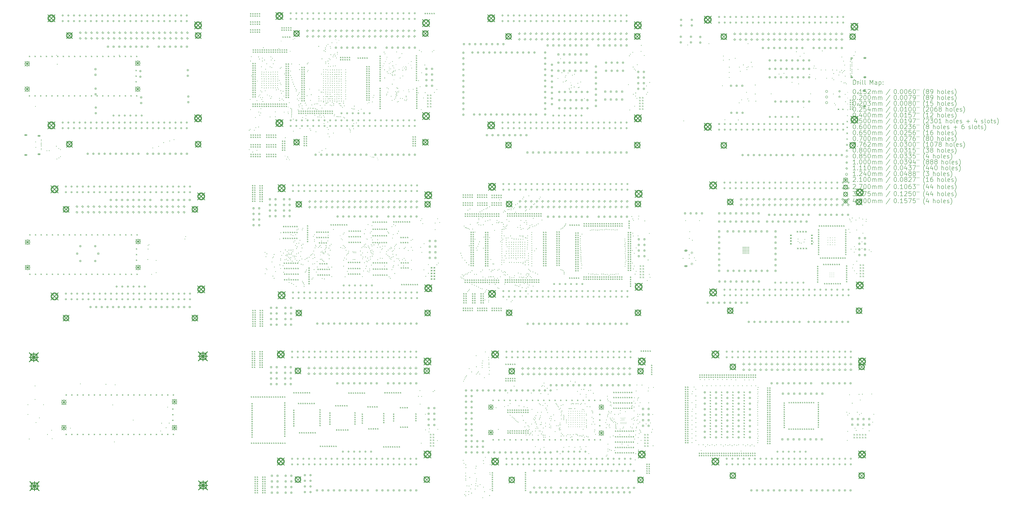
<source format=gbr>
%TF.GenerationSoftware,KiCad,Pcbnew,(7.0.0)*%
%TF.CreationDate,2023-03-06T14:49:50-05:00*%
%TF.ProjectId,FPGAs-Ard_RPi_BB,46504741-732d-4417-9264-5f5250695f42,rev?*%
%TF.SameCoordinates,Original*%
%TF.FileFunction,Drillmap*%
%TF.FilePolarity,Positive*%
%FSLAX45Y45*%
G04 Gerber Fmt 4.5, Leading zero omitted, Abs format (unit mm)*
G04 Created by KiCad (PCBNEW (7.0.0)) date 2023-03-06 14:49:50*
%MOMM*%
%LPD*%
G01*
G04 APERTURE LIST*
%ADD10C,0.200000*%
%ADD11C,0.015240*%
%ADD12C,0.020000*%
%ADD13C,0.020320*%
%ADD14C,0.025400*%
%ADD15C,0.040000*%
%ADD16C,0.050000*%
%ADD17C,0.060000*%
%ADD18C,0.065000*%
%ADD19C,0.070000*%
%ADD20C,0.076200*%
%ADD21C,0.080000*%
%ADD22C,0.085000*%
%ADD23C,0.100000*%
%ADD24C,0.111000*%
%ADD25C,0.124000*%
%ADD26C,0.210000*%
%ADD27C,0.270000*%
%ADD28C,0.317500*%
%ADD29C,0.400000*%
G04 APERTURE END LIST*
D10*
D11*
X13774420Y-3159760D02*
X13789660Y-3175000D01*
X13789660Y-3159760D02*
X13774420Y-3175000D01*
X13888720Y-5641340D02*
X13903960Y-5656580D01*
X13903960Y-5641340D02*
X13888720Y-5656580D01*
X13909040Y-6362700D02*
X13924280Y-6377940D01*
X13924280Y-6362700D02*
X13909040Y-6377940D01*
X13947140Y-8338820D02*
X13962380Y-8354060D01*
X13962380Y-8338820D02*
X13947140Y-8354060D01*
X14081760Y-6360160D02*
X14097000Y-6375400D01*
X14097000Y-6360160D02*
X14081760Y-6375400D01*
X14094460Y-6126480D02*
X14109700Y-6141720D01*
X14109700Y-6126480D02*
X14094460Y-6141720D01*
X14097000Y-8440420D02*
X14112240Y-8455660D01*
X14112240Y-8440420D02*
X14097000Y-8455660D01*
X14140180Y-8509000D02*
X14155420Y-8524240D01*
X14155420Y-8509000D02*
X14140180Y-8524240D01*
X14180820Y-3619500D02*
X14196060Y-3634740D01*
X14196060Y-3619500D02*
X14180820Y-3634740D01*
X14310360Y-3083560D02*
X14325600Y-3098800D01*
X14325600Y-3083560D02*
X14310360Y-3098800D01*
X14384020Y-3042920D02*
X14399260Y-3058160D01*
X14399260Y-3042920D02*
X14384020Y-3058160D01*
X15539720Y-12804140D02*
X15554960Y-12819380D01*
X15554960Y-12804140D02*
X15539720Y-12819380D01*
X16225520Y-4660900D02*
X16240760Y-4676140D01*
X16240760Y-4660900D02*
X16225520Y-4676140D01*
X16235680Y-3091180D02*
X16250920Y-3106420D01*
X16250920Y-3091180D02*
X16235680Y-3106420D01*
X16276320Y-3233420D02*
X16291560Y-3248660D01*
X16291560Y-3233420D02*
X16276320Y-3248660D01*
X16304260Y-3746500D02*
X16319500Y-3761740D01*
X16319500Y-3746500D02*
X16304260Y-3761740D01*
X16329660Y-4658360D02*
X16344900Y-4673600D01*
X16344900Y-4658360D02*
X16329660Y-4673600D01*
X16370300Y-3126740D02*
X16385540Y-3141980D01*
X16385540Y-3126740D02*
X16370300Y-3141980D01*
X16433800Y-11927840D02*
X16449040Y-11943080D01*
X16449040Y-11927840D02*
X16433800Y-11943080D01*
X16476980Y-12070080D02*
X16492220Y-12085320D01*
X16492220Y-12070080D02*
X16476980Y-12085320D01*
X16527780Y-12115800D02*
X16543020Y-12131040D01*
X16543020Y-12115800D02*
X16527780Y-12131040D01*
X16535400Y-12494260D02*
X16550640Y-12509500D01*
X16550640Y-12494260D02*
X16535400Y-12509500D01*
X16609060Y-12506960D02*
X16624300Y-12522200D01*
X16624300Y-12506960D02*
X16609060Y-12522200D01*
X16984980Y-12654280D02*
X17000220Y-12669520D01*
X17000220Y-12654280D02*
X16984980Y-12669520D01*
X17035780Y-12654280D02*
X17051020Y-12669520D01*
X17051020Y-12654280D02*
X17035780Y-12669520D01*
X17035780Y-12702540D02*
X17051020Y-12717780D01*
X17051020Y-12702540D02*
X17035780Y-12717780D01*
X17084040Y-12651740D02*
X17099280Y-12666980D01*
X17099280Y-12651740D02*
X17084040Y-12666980D01*
X17086580Y-12702540D02*
X17101820Y-12717780D01*
X17101820Y-12702540D02*
X17086580Y-12717780D01*
X17134840Y-12651740D02*
X17150080Y-12666980D01*
X17150080Y-12651740D02*
X17134840Y-12666980D01*
X17137380Y-12702540D02*
X17152620Y-12717780D01*
X17152620Y-12702540D02*
X17137380Y-12717780D01*
X17609820Y-12070080D02*
X17625060Y-12085320D01*
X17625060Y-12070080D02*
X17609820Y-12085320D01*
X17658080Y-5979160D02*
X17673320Y-5994400D01*
X17673320Y-5979160D02*
X17658080Y-5994400D01*
X17790160Y-8351520D02*
X17805400Y-8366760D01*
X17805400Y-8351520D02*
X17790160Y-8366760D01*
X18107660Y-8432800D02*
X18122900Y-8448040D01*
X18122900Y-8432800D02*
X18107660Y-8448040D01*
X18130520Y-8506460D02*
X18145760Y-8521700D01*
X18145760Y-8506460D02*
X18130520Y-8521700D01*
X18229580Y-12674600D02*
X18244820Y-12689840D01*
X18244820Y-12674600D02*
X18229580Y-12689840D01*
X18313400Y-4368800D02*
X18328640Y-4384040D01*
X18328640Y-4368800D02*
X18313400Y-4384040D01*
X18361660Y-4279900D02*
X18376900Y-4295140D01*
X18376900Y-4279900D02*
X18361660Y-4295140D01*
X18402300Y-4178300D02*
X18417540Y-4193540D01*
X18417540Y-4178300D02*
X18402300Y-4193540D01*
X18465800Y-4084320D02*
X18481040Y-4099560D01*
X18481040Y-4084320D02*
X18465800Y-4099560D01*
X18514060Y-3967480D02*
X18529300Y-3982720D01*
X18529300Y-3967480D02*
X18514060Y-3982720D01*
X18534380Y-3886200D02*
X18549620Y-3901440D01*
X18549620Y-3886200D02*
X18534380Y-3901440D01*
X18630900Y-4480560D02*
X18646140Y-4495800D01*
X18646140Y-4480560D02*
X18630900Y-4495800D01*
X18635980Y-4170680D02*
X18651220Y-4185920D01*
X18651220Y-4170680D02*
X18635980Y-4185920D01*
X18643380Y-4334740D02*
X18658620Y-4349980D01*
X18658620Y-4334740D02*
X18643380Y-4349980D01*
X18644380Y-4409240D02*
X18659620Y-4424480D01*
X18659620Y-4409240D02*
X18644380Y-4424480D01*
X18689320Y-4130040D02*
X18704560Y-4145280D01*
X18704560Y-4130040D02*
X18689320Y-4145280D01*
X18703780Y-4409240D02*
X18719020Y-4424480D01*
X18719020Y-4409240D02*
X18703780Y-4424480D01*
X18836640Y-4272280D02*
X18851880Y-4287520D01*
X18851880Y-4272280D02*
X18836640Y-4287520D01*
X18844260Y-4343400D02*
X18859500Y-4358640D01*
X18859500Y-4343400D02*
X18844260Y-4358640D01*
X18849340Y-4384040D02*
X18864580Y-4399280D01*
X18864580Y-4384040D02*
X18849340Y-4399280D01*
X18854420Y-4902200D02*
X18869660Y-4917440D01*
X18869660Y-4902200D02*
X18854420Y-4917440D01*
X18917920Y-4462780D02*
X18933160Y-4478020D01*
X18933160Y-4462780D02*
X18917920Y-4478020D01*
X18943320Y-4213860D02*
X18958560Y-4229100D01*
X18958560Y-4213860D02*
X18943320Y-4229100D01*
X19070320Y-5394960D02*
X19085560Y-5410200D01*
X19085560Y-5394960D02*
X19070320Y-5410200D01*
X19232880Y-4366260D02*
X19248120Y-4381500D01*
X19248120Y-4366260D02*
X19232880Y-4381500D01*
X19278192Y-4310380D02*
X19293432Y-4325620D01*
X19293432Y-4310380D02*
X19278192Y-4325620D01*
X19286220Y-5394960D02*
X19301460Y-5410200D01*
X19301460Y-5394960D02*
X19286220Y-5410200D01*
X19329400Y-4381500D02*
X19344640Y-4396740D01*
X19344640Y-4381500D02*
X19329400Y-4396740D01*
X19375120Y-4312920D02*
X19390360Y-4328160D01*
X19390360Y-4312920D02*
X19375120Y-4328160D01*
X19507200Y-4163060D02*
X19522440Y-4178300D01*
X19522440Y-4163060D02*
X19507200Y-4178300D01*
X19611340Y-4241800D02*
X19626580Y-4257040D01*
X19626580Y-4241800D02*
X19611340Y-4257040D01*
X26812240Y-5034280D02*
X26827480Y-5049520D01*
X26827480Y-5034280D02*
X26812240Y-5049520D01*
X28618180Y-19931380D02*
X28633420Y-19946620D01*
X28633420Y-19931380D02*
X28618180Y-19946620D01*
X29039820Y-19933920D02*
X29055060Y-19949160D01*
X29055060Y-19933920D02*
X29039820Y-19949160D01*
X29062680Y-20248880D02*
X29077920Y-20264120D01*
X29077920Y-20248880D02*
X29062680Y-20264120D01*
X29062680Y-20347940D02*
X29077920Y-20363180D01*
X29077920Y-20347940D02*
X29062680Y-20363180D01*
X29062680Y-20396200D02*
X29077920Y-20411440D01*
X29077920Y-20396200D02*
X29062680Y-20411440D01*
X29065220Y-20147280D02*
X29080460Y-20162520D01*
X29080460Y-20147280D02*
X29065220Y-20162520D01*
X29113480Y-20198080D02*
X29128720Y-20213320D01*
X29128720Y-20198080D02*
X29113480Y-20213320D01*
X29113480Y-20248880D02*
X29128720Y-20264120D01*
X29128720Y-20248880D02*
X29113480Y-20264120D01*
X29113480Y-20345400D02*
X29128720Y-20360640D01*
X29128720Y-20345400D02*
X29113480Y-20360640D01*
X29113480Y-20396200D02*
X29128720Y-20411440D01*
X29128720Y-20396200D02*
X29113480Y-20411440D01*
X29116020Y-20147280D02*
X29131260Y-20162520D01*
X29131260Y-20147280D02*
X29116020Y-20162520D01*
X29161740Y-20198080D02*
X29176980Y-20213320D01*
X29176980Y-20198080D02*
X29161740Y-20213320D01*
X29161740Y-20248880D02*
X29176980Y-20264120D01*
X29176980Y-20248880D02*
X29161740Y-20264120D01*
X29164280Y-20147280D02*
X29179520Y-20162520D01*
X29179520Y-20147280D02*
X29164280Y-20162520D01*
X29164280Y-20347940D02*
X29179520Y-20363180D01*
X29179520Y-20347940D02*
X29164280Y-20363180D01*
X29164280Y-20396200D02*
X29179520Y-20411440D01*
X29179520Y-20396200D02*
X29164280Y-20411440D01*
X29215080Y-20195540D02*
X29230320Y-20210780D01*
X29230320Y-20195540D02*
X29215080Y-20210780D01*
X29215080Y-20246340D02*
X29230320Y-20261580D01*
X29230320Y-20246340D02*
X29215080Y-20261580D01*
X29215080Y-20347940D02*
X29230320Y-20363180D01*
X29230320Y-20347940D02*
X29215080Y-20363180D01*
X29215080Y-20396200D02*
X29230320Y-20411440D01*
X29230320Y-20396200D02*
X29215080Y-20411440D01*
X29217620Y-20144740D02*
X29232860Y-20159980D01*
X29232860Y-20144740D02*
X29217620Y-20159980D01*
X29263340Y-20396200D02*
X29278580Y-20411440D01*
X29278580Y-20396200D02*
X29263340Y-20411440D01*
X29265880Y-20144740D02*
X29281120Y-20159980D01*
X29281120Y-20144740D02*
X29265880Y-20159980D01*
X29265880Y-20347940D02*
X29281120Y-20363180D01*
X29281120Y-20347940D02*
X29265880Y-20363180D01*
X29311600Y-20396200D02*
X29326840Y-20411440D01*
X29326840Y-20396200D02*
X29311600Y-20411440D01*
X29314140Y-20347940D02*
X29329380Y-20363180D01*
X29329380Y-20347940D02*
X29314140Y-20363180D01*
D12*
X26738940Y-19855700D02*
G75*
G03*
X26738940Y-19855700I-10000J0D01*
G01*
X26738940Y-19955700D02*
G75*
G03*
X26738940Y-19955700I-10000J0D01*
G01*
X26738940Y-20055700D02*
G75*
G03*
X26738940Y-20055700I-10000J0D01*
G01*
X26738940Y-20155700D02*
G75*
G03*
X26738940Y-20155700I-10000J0D01*
G01*
X26738940Y-20255700D02*
G75*
G03*
X26738940Y-20255700I-10000J0D01*
G01*
X26738940Y-20355700D02*
G75*
G03*
X26738940Y-20355700I-10000J0D01*
G01*
X26738940Y-20455700D02*
G75*
G03*
X26738940Y-20455700I-10000J0D01*
G01*
X26738940Y-20555700D02*
G75*
G03*
X26738940Y-20555700I-10000J0D01*
G01*
X26838940Y-19855700D02*
G75*
G03*
X26838940Y-19855700I-10000J0D01*
G01*
X26838940Y-19955700D02*
G75*
G03*
X26838940Y-19955700I-10000J0D01*
G01*
X26838940Y-20055700D02*
G75*
G03*
X26838940Y-20055700I-10000J0D01*
G01*
X26838940Y-20155700D02*
G75*
G03*
X26838940Y-20155700I-10000J0D01*
G01*
X26838940Y-20255700D02*
G75*
G03*
X26838940Y-20255700I-10000J0D01*
G01*
X26838940Y-20355700D02*
G75*
G03*
X26838940Y-20355700I-10000J0D01*
G01*
X26838940Y-20455700D02*
G75*
G03*
X26838940Y-20455700I-10000J0D01*
G01*
X26838940Y-20555700D02*
G75*
G03*
X26838940Y-20555700I-10000J0D01*
G01*
X26938940Y-19855700D02*
G75*
G03*
X26938940Y-19855700I-10000J0D01*
G01*
X26938940Y-19955700D02*
G75*
G03*
X26938940Y-19955700I-10000J0D01*
G01*
X26938940Y-20055700D02*
G75*
G03*
X26938940Y-20055700I-10000J0D01*
G01*
X26938940Y-20155700D02*
G75*
G03*
X26938940Y-20155700I-10000J0D01*
G01*
X26938940Y-20255700D02*
G75*
G03*
X26938940Y-20255700I-10000J0D01*
G01*
X26938940Y-20355700D02*
G75*
G03*
X26938940Y-20355700I-10000J0D01*
G01*
X26938940Y-20455700D02*
G75*
G03*
X26938940Y-20455700I-10000J0D01*
G01*
X26938940Y-20555700D02*
G75*
G03*
X26938940Y-20555700I-10000J0D01*
G01*
X27038940Y-19855700D02*
G75*
G03*
X27038940Y-19855700I-10000J0D01*
G01*
X27038940Y-19955700D02*
G75*
G03*
X27038940Y-19955700I-10000J0D01*
G01*
X27038940Y-20055700D02*
G75*
G03*
X27038940Y-20055700I-10000J0D01*
G01*
X27038940Y-20155700D02*
G75*
G03*
X27038940Y-20155700I-10000J0D01*
G01*
X27038940Y-20255700D02*
G75*
G03*
X27038940Y-20255700I-10000J0D01*
G01*
X27038940Y-20355700D02*
G75*
G03*
X27038940Y-20355700I-10000J0D01*
G01*
X27038940Y-20455700D02*
G75*
G03*
X27038940Y-20455700I-10000J0D01*
G01*
X27038940Y-20555700D02*
G75*
G03*
X27038940Y-20555700I-10000J0D01*
G01*
X27138940Y-19855700D02*
G75*
G03*
X27138940Y-19855700I-10000J0D01*
G01*
X27138940Y-19955700D02*
G75*
G03*
X27138940Y-19955700I-10000J0D01*
G01*
X27138940Y-20055700D02*
G75*
G03*
X27138940Y-20055700I-10000J0D01*
G01*
X27138940Y-20155700D02*
G75*
G03*
X27138940Y-20155700I-10000J0D01*
G01*
X27138940Y-20255700D02*
G75*
G03*
X27138940Y-20255700I-10000J0D01*
G01*
X27138940Y-20355700D02*
G75*
G03*
X27138940Y-20355700I-10000J0D01*
G01*
X27138940Y-20455700D02*
G75*
G03*
X27138940Y-20455700I-10000J0D01*
G01*
X27138940Y-20555700D02*
G75*
G03*
X27138940Y-20555700I-10000J0D01*
G01*
X27238940Y-19855700D02*
G75*
G03*
X27238940Y-19855700I-10000J0D01*
G01*
X27238940Y-19955700D02*
G75*
G03*
X27238940Y-19955700I-10000J0D01*
G01*
X27238940Y-20055700D02*
G75*
G03*
X27238940Y-20055700I-10000J0D01*
G01*
X27238940Y-20155700D02*
G75*
G03*
X27238940Y-20155700I-10000J0D01*
G01*
X27238940Y-20255700D02*
G75*
G03*
X27238940Y-20255700I-10000J0D01*
G01*
X27238940Y-20355700D02*
G75*
G03*
X27238940Y-20355700I-10000J0D01*
G01*
X27238940Y-20455700D02*
G75*
G03*
X27238940Y-20455700I-10000J0D01*
G01*
X27238940Y-20555700D02*
G75*
G03*
X27238940Y-20555700I-10000J0D01*
G01*
X27338940Y-19855700D02*
G75*
G03*
X27338940Y-19855700I-10000J0D01*
G01*
X27338940Y-19955700D02*
G75*
G03*
X27338940Y-19955700I-10000J0D01*
G01*
X27338940Y-20055700D02*
G75*
G03*
X27338940Y-20055700I-10000J0D01*
G01*
X27338940Y-20155700D02*
G75*
G03*
X27338940Y-20155700I-10000J0D01*
G01*
X27338940Y-20255700D02*
G75*
G03*
X27338940Y-20255700I-10000J0D01*
G01*
X27338940Y-20355700D02*
G75*
G03*
X27338940Y-20355700I-10000J0D01*
G01*
X27338940Y-20455700D02*
G75*
G03*
X27338940Y-20455700I-10000J0D01*
G01*
X27338940Y-20555700D02*
G75*
G03*
X27338940Y-20555700I-10000J0D01*
G01*
X27438940Y-19855700D02*
G75*
G03*
X27438940Y-19855700I-10000J0D01*
G01*
X27438940Y-19955700D02*
G75*
G03*
X27438940Y-19955700I-10000J0D01*
G01*
X27438940Y-20055700D02*
G75*
G03*
X27438940Y-20055700I-10000J0D01*
G01*
X27438940Y-20155700D02*
G75*
G03*
X27438940Y-20155700I-10000J0D01*
G01*
X27438940Y-20255700D02*
G75*
G03*
X27438940Y-20255700I-10000J0D01*
G01*
X27438940Y-20355700D02*
G75*
G03*
X27438940Y-20355700I-10000J0D01*
G01*
X27438940Y-20455700D02*
G75*
G03*
X27438940Y-20455700I-10000J0D01*
G01*
X27438940Y-20555700D02*
G75*
G03*
X27438940Y-20555700I-10000J0D01*
G01*
X38412080Y-12037680D02*
G75*
G03*
X38412080Y-12037680I-10000J0D01*
G01*
X38412080Y-12142680D02*
G75*
G03*
X38412080Y-12142680I-10000J0D01*
G01*
X38412080Y-12247680D02*
G75*
G03*
X38412080Y-12247680I-10000J0D01*
G01*
X38412080Y-12352680D02*
G75*
G03*
X38412080Y-12352680I-10000J0D01*
G01*
X38507600Y-13625920D02*
G75*
G03*
X38507600Y-13625920I-10000J0D01*
G01*
X38507600Y-13710920D02*
G75*
G03*
X38507600Y-13710920I-10000J0D01*
G01*
X38507600Y-13795920D02*
G75*
G03*
X38507600Y-13795920I-10000J0D01*
G01*
X38517080Y-12037680D02*
G75*
G03*
X38517080Y-12037680I-10000J0D01*
G01*
X38517080Y-12142680D02*
G75*
G03*
X38517080Y-12142680I-10000J0D01*
G01*
X38517080Y-12247680D02*
G75*
G03*
X38517080Y-12247680I-10000J0D01*
G01*
X38517080Y-12352680D02*
G75*
G03*
X38517080Y-12352680I-10000J0D01*
G01*
X38592600Y-13625920D02*
G75*
G03*
X38592600Y-13625920I-10000J0D01*
G01*
X38592600Y-13710920D02*
G75*
G03*
X38592600Y-13710920I-10000J0D01*
G01*
X38592600Y-13795920D02*
G75*
G03*
X38592600Y-13795920I-10000J0D01*
G01*
X38622080Y-12037680D02*
G75*
G03*
X38622080Y-12037680I-10000J0D01*
G01*
X38622080Y-12142680D02*
G75*
G03*
X38622080Y-12142680I-10000J0D01*
G01*
X38622080Y-12247680D02*
G75*
G03*
X38622080Y-12247680I-10000J0D01*
G01*
X38622080Y-12352680D02*
G75*
G03*
X38622080Y-12352680I-10000J0D01*
G01*
X38677600Y-13625920D02*
G75*
G03*
X38677600Y-13625920I-10000J0D01*
G01*
X38677600Y-13710920D02*
G75*
G03*
X38677600Y-13710920I-10000J0D01*
G01*
X38677600Y-13795920D02*
G75*
G03*
X38677600Y-13795920I-10000J0D01*
G01*
X38727080Y-12037680D02*
G75*
G03*
X38727080Y-12037680I-10000J0D01*
G01*
X38727080Y-12142680D02*
G75*
G03*
X38727080Y-12142680I-10000J0D01*
G01*
X38727080Y-12247680D02*
G75*
G03*
X38727080Y-12247680I-10000J0D01*
G01*
X38727080Y-12352680D02*
G75*
G03*
X38727080Y-12352680I-10000J0D01*
G01*
D13*
X12710160Y-4958080D02*
X12710160Y-4978400D01*
X12700000Y-4968240D02*
X12720320Y-4968240D01*
X12758420Y-5661660D02*
X12758420Y-5681980D01*
X12748260Y-5671820D02*
X12768580Y-5671820D01*
X12786360Y-5618480D02*
X12786360Y-5638800D01*
X12776200Y-5628640D02*
X12796520Y-5628640D01*
X12824460Y-5572760D02*
X12824460Y-5593080D01*
X12814300Y-5582920D02*
X12834620Y-5582920D01*
X12860020Y-5394960D02*
X12860020Y-5415280D01*
X12849860Y-5405120D02*
X12870180Y-5405120D01*
X13063220Y-5394960D02*
X13063220Y-5415280D01*
X13053060Y-5405120D02*
X13073380Y-5405120D01*
X13157200Y-5585460D02*
X13157200Y-5605780D01*
X13147040Y-5595620D02*
X13167360Y-5595620D01*
X13258800Y-5628640D02*
X13258800Y-5648960D01*
X13248640Y-5638800D02*
X13268960Y-5638800D01*
X13345160Y-5664200D02*
X13345160Y-5684520D01*
X13335000Y-5674360D02*
X13355320Y-5674360D01*
X28628340Y-19542760D02*
X28628340Y-19563080D01*
X28618180Y-19552920D02*
X28638500Y-19552920D01*
X28651200Y-19606260D02*
X28651200Y-19626580D01*
X28641040Y-19616420D02*
X28661360Y-19616420D01*
X28691840Y-20142200D02*
X28691840Y-20162520D01*
X28681680Y-20152360D02*
X28702000Y-20152360D01*
X29659580Y-19387820D02*
X29659580Y-19408140D01*
X29649420Y-19397980D02*
X29669740Y-19397980D01*
X29672280Y-20116800D02*
X29672280Y-20137120D01*
X29662120Y-20126960D02*
X29682440Y-20126960D01*
X29832300Y-20205700D02*
X29832300Y-20226020D01*
X29822140Y-20215860D02*
X29842460Y-20215860D01*
D14*
X2386420Y-19566980D02*
X2386420Y-19549020D01*
X2368460Y-19549020D01*
X2368460Y-19566980D01*
X2386420Y-19566980D01*
X2386420Y-20006400D02*
X2386420Y-19988440D01*
X2368460Y-19988440D01*
X2368460Y-20006400D01*
X2386420Y-20006400D01*
X2442300Y-21111300D02*
X2442300Y-21093340D01*
X2424340Y-21093340D01*
X2424340Y-21111300D01*
X2442300Y-21111300D01*
X2706460Y-19325720D02*
X2706460Y-19307760D01*
X2688500Y-19307760D01*
X2688500Y-19325720D01*
X2706460Y-19325720D01*
X2709000Y-18721160D02*
X2709000Y-18703200D01*
X2691040Y-18703200D01*
X2691040Y-18721160D01*
X2709000Y-18721160D01*
X2724240Y-6122760D02*
X2724240Y-6104800D01*
X2706280Y-6104800D01*
X2706280Y-6122760D01*
X2724240Y-6122760D01*
X2729320Y-7717880D02*
X2729320Y-7699920D01*
X2711360Y-7699920D01*
X2711360Y-7717880D01*
X2729320Y-7717880D01*
X2742020Y-7964260D02*
X2742020Y-7946300D01*
X2724060Y-7946300D01*
X2724060Y-7964260D01*
X2742020Y-7964260D01*
X2747100Y-20367080D02*
X2747100Y-20349120D01*
X2729140Y-20349120D01*
X2729140Y-20367080D01*
X2747100Y-20367080D01*
X2902040Y-20161340D02*
X2902040Y-20143380D01*
X2884080Y-20143380D01*
X2884080Y-20161340D01*
X2902040Y-20161340D01*
X2980780Y-7816940D02*
X2980780Y-7798980D01*
X2962820Y-7798980D01*
X2962820Y-7816940D01*
X2980780Y-7816940D01*
X2983320Y-7766141D02*
X2983320Y-7748180D01*
X2965360Y-7748180D01*
X2965360Y-7766141D01*
X2983320Y-7766141D01*
X2985860Y-7616280D02*
X2985860Y-7598320D01*
X2967900Y-7598320D01*
X2967900Y-7616280D01*
X2985860Y-7616280D01*
X2985860Y-7669620D02*
X2985860Y-7651660D01*
X2967900Y-7651660D01*
X2967900Y-7669620D01*
X2985860Y-7669620D01*
X2985860Y-8015060D02*
X2985860Y-7997100D01*
X2967900Y-7997100D01*
X2967900Y-8015060D01*
X2985860Y-8015060D01*
X2988400Y-7867740D02*
X2988400Y-7849780D01*
X2970440Y-7849780D01*
X2970440Y-7867740D01*
X2988400Y-7867740D01*
X2988400Y-7918540D02*
X2988400Y-7900580D01*
X2970440Y-7900580D01*
X2970440Y-7918540D01*
X2988400Y-7918540D01*
X2988400Y-8065860D02*
X2988400Y-8047900D01*
X2970440Y-8047900D01*
X2970440Y-8065860D01*
X2988400Y-8065860D01*
X3090000Y-19564440D02*
X3090000Y-19546480D01*
X3072040Y-19546480D01*
X3072040Y-19564440D01*
X3090000Y-19564440D01*
X3242400Y-8121740D02*
X3242400Y-8103780D01*
X3224440Y-8103780D01*
X3224440Y-8121740D01*
X3242400Y-8121740D01*
X3267800Y-20908100D02*
X3267800Y-20890140D01*
X3249840Y-20890140D01*
X3249840Y-20908100D01*
X3267800Y-20908100D01*
X3344000Y-8114120D02*
X3344000Y-8096160D01*
X3326040Y-8096160D01*
X3326040Y-8114120D01*
X3344000Y-8114120D01*
X3450680Y-20715060D02*
X3450680Y-20697100D01*
X3432720Y-20697100D01*
X3432720Y-20715060D01*
X3450680Y-20715060D01*
X3473540Y-21096060D02*
X3473540Y-21078100D01*
X3455580Y-21078100D01*
X3455580Y-21096060D01*
X3473540Y-21096060D01*
X3666580Y-7916000D02*
X3666580Y-7898040D01*
X3648620Y-7898040D01*
X3648620Y-7916000D01*
X3666580Y-7916000D01*
X3671660Y-3818980D02*
X3671660Y-3801020D01*
X3653700Y-3801020D01*
X3653700Y-3818980D01*
X3671660Y-3818980D01*
X3686900Y-8492580D02*
X3686900Y-8474620D01*
X3668940Y-8474620D01*
X3668940Y-8492580D01*
X3686900Y-8492580D01*
X3707220Y-4220300D02*
X3707220Y-4202340D01*
X3689260Y-4202340D01*
X3689260Y-4220300D01*
X3707220Y-4220300D01*
X3770720Y-8015060D02*
X3770720Y-7997100D01*
X3752760Y-7997100D01*
X3752760Y-8015060D01*
X3770720Y-8015060D01*
X3778340Y-8439240D02*
X3778340Y-8421280D01*
X3760380Y-8421280D01*
X3760380Y-8439240D01*
X3778340Y-8439240D01*
X3849460Y-8380820D02*
X3849460Y-8362860D01*
X3831500Y-8362860D01*
X3831500Y-8380820D01*
X3849460Y-8380820D01*
X3852000Y-8070940D02*
X3852000Y-8052980D01*
X3834040Y-8052980D01*
X3834040Y-8070940D01*
X3852000Y-8070940D01*
X4293960Y-20626160D02*
X4293960Y-20608200D01*
X4276000Y-20608200D01*
X4276000Y-20626160D01*
X4293960Y-20626160D01*
X4748620Y-18624640D02*
X4748620Y-18606680D01*
X4730660Y-18606680D01*
X4730660Y-18624640D01*
X4748620Y-18624640D01*
X5894160Y-18647500D02*
X5894160Y-18629540D01*
X5876200Y-18629540D01*
X5876200Y-18647500D01*
X5894160Y-18647500D01*
X6204040Y-19574600D02*
X6204040Y-19556640D01*
X6186080Y-19556640D01*
X6186080Y-19574600D01*
X6204040Y-19574600D01*
X6280879Y-21244741D02*
X6280879Y-21226781D01*
X6262919Y-21226781D01*
X6262919Y-21244741D01*
X6280879Y-21244741D01*
X6315700Y-18665280D02*
X6315700Y-18647320D01*
X6297740Y-18647320D01*
X6297740Y-18665280D01*
X6315700Y-18665280D01*
X6501220Y-3813900D02*
X6501220Y-3795940D01*
X6483260Y-3795940D01*
X6483260Y-3813900D01*
X6501220Y-3813900D01*
X7123520Y-20262940D02*
X7123520Y-20244980D01*
X7105560Y-20244980D01*
X7105560Y-20262940D01*
X7123520Y-20262940D01*
X7781380Y-13018860D02*
X7781380Y-13000900D01*
X7763420Y-13000900D01*
X7763420Y-13018860D01*
X7781380Y-13018860D01*
X7791540Y-12551500D02*
X7791540Y-12533540D01*
X7773580Y-12533540D01*
X7773580Y-12551500D01*
X7791540Y-12551500D01*
X7794080Y-12383860D02*
X7794080Y-12365900D01*
X7776120Y-12365900D01*
X7776120Y-12383860D01*
X7794080Y-12383860D01*
X7834720Y-12350840D02*
X7834720Y-12332880D01*
X7816760Y-12332880D01*
X7816760Y-12350840D01*
X7834720Y-12350840D01*
X7954100Y-13686880D02*
X7954100Y-13668920D01*
X7936140Y-13668920D01*
X7936140Y-13686880D01*
X7954100Y-13686880D01*
X8007440Y-7989660D02*
X8007440Y-7971700D01*
X7989480Y-7971700D01*
X7989480Y-7989660D01*
X8007440Y-7989660D01*
X8154760Y-13064580D02*
X8154760Y-13046620D01*
X8136800Y-13046620D01*
X8136800Y-13064580D01*
X8154760Y-13064580D01*
X8157300Y-13610680D02*
X8157300Y-13592720D01*
X8139340Y-13592720D01*
X8139340Y-13610680D01*
X8157300Y-13610680D01*
X8266520Y-7923620D02*
X8266520Y-7905660D01*
X8248560Y-7905660D01*
X8248560Y-7923620D01*
X8266520Y-7923620D01*
X8363040Y-20748080D02*
X8363040Y-20730120D01*
X8345080Y-20730120D01*
X8345080Y-20748080D01*
X8363040Y-20748080D01*
X8401140Y-20400100D02*
X8401140Y-20382140D01*
X8383180Y-20382140D01*
X8383180Y-20400100D01*
X8401140Y-20400100D01*
X8495120Y-7750900D02*
X8495120Y-7732940D01*
X8477160Y-7732940D01*
X8477160Y-7750900D01*
X8495120Y-7750900D01*
X8609420Y-20603300D02*
X8609420Y-20585340D01*
X8591460Y-20585340D01*
X8591460Y-20603300D01*
X8609420Y-20603300D01*
X8672920Y-19676200D02*
X8672920Y-19658240D01*
X8654960Y-19658240D01*
X8654960Y-19676200D01*
X8672920Y-19676200D01*
X8746580Y-20397560D02*
X8746580Y-20379600D01*
X8728620Y-20379600D01*
X8728620Y-20397560D01*
X8746580Y-20397560D01*
X8769440Y-7677240D02*
X8769440Y-7659280D01*
X8751480Y-7659280D01*
X8751480Y-7677240D01*
X8769440Y-7677240D01*
X8962480Y-7621360D02*
X8962480Y-7603400D01*
X8944520Y-7603400D01*
X8944520Y-7621360D01*
X8962480Y-7621360D01*
X9455240Y-12099380D02*
X9455240Y-12081420D01*
X9437280Y-12081420D01*
X9437280Y-12099380D01*
X9455240Y-12099380D01*
X9490800Y-11985080D02*
X9490800Y-11967120D01*
X9472840Y-11967120D01*
X9472840Y-11985080D01*
X9490800Y-11985080D01*
X12348300Y-7199720D02*
X12348300Y-7181760D01*
X12330340Y-7181760D01*
X12330340Y-7199720D01*
X12348300Y-7199720D01*
X12350840Y-8070940D02*
X12350840Y-8052980D01*
X12332880Y-8052980D01*
X12332880Y-8070940D01*
X12350840Y-8070940D01*
X12388940Y-7154000D02*
X12388940Y-7136040D01*
X12370980Y-7136040D01*
X12370980Y-7154000D01*
X12388940Y-7154000D01*
X12394020Y-5810340D02*
X12394020Y-5792380D01*
X12376060Y-5792380D01*
X12376060Y-5810340D01*
X12394020Y-5810340D01*
X12411800Y-4075520D02*
X12411800Y-4057560D01*
X12393840Y-4057560D01*
X12393840Y-4075520D01*
X12411800Y-4075520D01*
X12411800Y-6262460D02*
X12411800Y-6244500D01*
X12393840Y-6244500D01*
X12393840Y-6262460D01*
X12411800Y-6262460D01*
X12444820Y-3874860D02*
X12444820Y-3856900D01*
X12426860Y-3856900D01*
X12426860Y-3874860D01*
X12444820Y-3874860D01*
X12462600Y-4738460D02*
X12462600Y-4720500D01*
X12444640Y-4720500D01*
X12444640Y-4738460D01*
X12462600Y-4738460D01*
X12505780Y-8180160D02*
X12505780Y-8162200D01*
X12487820Y-8162200D01*
X12487820Y-8180160D01*
X12505780Y-8180160D01*
X12576900Y-7194640D02*
X12576900Y-7176680D01*
X12558940Y-7176680D01*
X12558940Y-7194640D01*
X12576900Y-7194640D01*
X12627700Y-6620600D02*
X12627700Y-6602640D01*
X12609740Y-6602640D01*
X12609740Y-6620600D01*
X12627700Y-6620600D01*
X12642940Y-7077800D02*
X12642940Y-7059840D01*
X12624980Y-7059840D01*
X12624980Y-7077800D01*
X12642940Y-7077800D01*
X12693740Y-5858600D02*
X12693740Y-5840640D01*
X12675780Y-5840640D01*
X12675780Y-5858600D01*
X12693740Y-5858600D01*
X12698820Y-8101420D02*
X12698820Y-8083460D01*
X12680860Y-8083460D01*
X12680860Y-8101420D01*
X12698820Y-8101420D01*
X12772480Y-7047320D02*
X12772480Y-7029360D01*
X12754520Y-7029360D01*
X12754520Y-7047320D01*
X12772480Y-7047320D01*
X12775020Y-3890100D02*
X12775020Y-3872140D01*
X12757060Y-3872140D01*
X12757060Y-3890100D01*
X12775020Y-3890100D01*
X12777560Y-6371680D02*
X12777560Y-6353720D01*
X12759600Y-6353720D01*
X12759600Y-6371680D01*
X12777560Y-6371680D01*
X12810580Y-3986620D02*
X12810580Y-3968660D01*
X12792620Y-3968660D01*
X12792620Y-3986620D01*
X12810580Y-3986620D01*
X12825820Y-6516460D02*
X12825820Y-6498500D01*
X12807860Y-6498500D01*
X12807860Y-6516460D01*
X12825820Y-6516460D01*
X12858840Y-5723980D02*
X12858840Y-5706020D01*
X12840880Y-5706020D01*
X12840880Y-5723980D01*
X12858840Y-5723980D01*
X12863920Y-6417400D02*
X12863920Y-6399440D01*
X12845960Y-6399440D01*
X12845960Y-6417400D01*
X12863920Y-6417400D01*
X12874080Y-6224360D02*
X12874080Y-6206400D01*
X12856120Y-6206400D01*
X12856120Y-6224360D01*
X12874080Y-6224360D01*
X12902020Y-4337140D02*
X12902020Y-4319180D01*
X12884060Y-4319180D01*
X12884060Y-4337140D01*
X12902020Y-4337140D01*
X12912180Y-4667848D02*
X12912180Y-4649888D01*
X12894220Y-4649888D01*
X12894220Y-4667848D01*
X12912180Y-4667848D01*
X12914212Y-4570820D02*
X12914212Y-4552860D01*
X12896252Y-4552860D01*
X12896252Y-4570820D01*
X12914212Y-4570820D01*
X12915228Y-4774020D02*
X12915228Y-4756060D01*
X12897268Y-4756060D01*
X12897268Y-4774020D01*
X12915228Y-4774020D01*
X12917260Y-5078820D02*
X12917260Y-5060860D01*
X12899300Y-5060860D01*
X12899300Y-5078820D01*
X12917260Y-5078820D01*
X12917260Y-5807800D02*
X12917260Y-5789840D01*
X12899300Y-5789840D01*
X12899300Y-5807800D01*
X12917260Y-5807800D01*
X12919800Y-4879684D02*
X12919800Y-4861724D01*
X12901840Y-4861724D01*
X12901840Y-4879684D01*
X12919800Y-4879684D01*
X12919800Y-5175340D02*
X12919800Y-5157380D01*
X12901840Y-5157380D01*
X12901840Y-5175340D01*
X12919800Y-5175340D01*
X12919800Y-5275416D02*
X12919800Y-5257456D01*
X12901840Y-5257456D01*
X12901840Y-5275416D01*
X12919800Y-5275416D01*
X12919800Y-5469980D02*
X12919800Y-5452020D01*
X12901840Y-5452020D01*
X12901840Y-5469980D01*
X12919800Y-5469980D01*
X12924372Y-4983824D02*
X12924372Y-4965864D01*
X12906412Y-4965864D01*
X12906412Y-4983824D01*
X12924372Y-4983824D01*
X12940120Y-3945980D02*
X12940120Y-3928020D01*
X12922160Y-3928020D01*
X12922160Y-3945980D01*
X12940120Y-3945980D01*
X12940120Y-4075520D02*
X12940120Y-4057560D01*
X12922160Y-4057560D01*
X12922160Y-4075520D01*
X12940120Y-4075520D01*
X12952820Y-5721440D02*
X12952820Y-5703480D01*
X12934860Y-5703480D01*
X12934860Y-5721440D01*
X12952820Y-5721440D01*
X12962980Y-5901780D02*
X12962980Y-5883820D01*
X12945020Y-5883820D01*
X12945020Y-5901780D01*
X12962980Y-5901780D01*
X12988380Y-3473540D02*
X12988380Y-3455580D01*
X12970420Y-3455580D01*
X12970420Y-3473540D01*
X12988380Y-3473540D01*
X13012256Y-4675976D02*
X13012256Y-4658016D01*
X12994296Y-4658016D01*
X12994296Y-4675976D01*
X13012256Y-4675976D01*
X13013272Y-4774528D02*
X13013272Y-4756568D01*
X12995312Y-4756568D01*
X12995312Y-4774528D01*
X13013272Y-4774528D01*
X13019368Y-4579456D02*
X13019368Y-4561496D01*
X13001408Y-4561496D01*
X13001408Y-4579456D01*
X13019368Y-4579456D01*
X13019368Y-5080852D02*
X13019368Y-5062892D01*
X13001408Y-5062892D01*
X13001408Y-5080852D01*
X13019368Y-5080852D01*
X13022416Y-4981284D02*
X13022416Y-4963324D01*
X13004456Y-4963324D01*
X13004456Y-4981284D01*
X13022416Y-4981284D01*
X13023940Y-4880192D02*
X13023940Y-4862232D01*
X13005980Y-4862232D01*
X13005980Y-4880192D01*
X13023940Y-4880192D01*
X13025464Y-5181944D02*
X13025464Y-5163984D01*
X13007504Y-5163984D01*
X13007504Y-5181944D01*
X13025464Y-5181944D01*
X13025464Y-5291672D02*
X13025464Y-5273712D01*
X13007504Y-5273712D01*
X13007504Y-5291672D01*
X13025464Y-5291672D01*
X13039180Y-4029800D02*
X13039180Y-4011840D01*
X13021220Y-4011840D01*
X13021220Y-4029800D01*
X13039180Y-4029800D01*
X13059500Y-12701360D02*
X13059500Y-12683400D01*
X13041540Y-12683400D01*
X13041540Y-12701360D01*
X13059500Y-12701360D01*
X13072200Y-13661480D02*
X13072200Y-13643520D01*
X13054240Y-13643520D01*
X13054240Y-13661480D01*
X13072200Y-13661480D01*
X13088710Y-4442550D02*
X13088710Y-4424590D01*
X13070750Y-4424590D01*
X13070750Y-4442550D01*
X13088710Y-4442550D01*
X13105220Y-12896940D02*
X13105220Y-12878980D01*
X13087260Y-12878980D01*
X13087260Y-12896940D01*
X13105220Y-12896940D01*
X13110300Y-4670896D02*
X13110300Y-4652936D01*
X13092340Y-4652936D01*
X13092340Y-4670896D01*
X13110300Y-4670896D01*
X13110300Y-13425260D02*
X13110300Y-13407300D01*
X13092340Y-13407300D01*
X13092340Y-13425260D01*
X13110300Y-13425260D01*
X13111316Y-4780116D02*
X13111316Y-4762156D01*
X13093356Y-4762156D01*
X13093356Y-4780116D01*
X13111316Y-4780116D01*
X13116396Y-4573868D02*
X13116396Y-4555908D01*
X13098436Y-4555908D01*
X13098436Y-4573868D01*
X13116396Y-4573868D01*
X13117920Y-5181436D02*
X13117920Y-5163476D01*
X13099960Y-5163476D01*
X13099960Y-5181436D01*
X13117920Y-5181436D01*
X13121984Y-4881208D02*
X13121984Y-4863248D01*
X13104024Y-4863248D01*
X13104024Y-4881208D01*
X13121984Y-4881208D01*
X13121984Y-4983824D02*
X13121984Y-4965864D01*
X13104024Y-4965864D01*
X13104024Y-4983824D01*
X13121984Y-4983824D01*
X13123508Y-5287100D02*
X13123508Y-5269140D01*
X13105548Y-5269140D01*
X13105548Y-5287100D01*
X13123508Y-5287100D01*
X13126556Y-5086440D02*
X13126556Y-5068480D01*
X13108596Y-5068480D01*
X13108596Y-5086440D01*
X13126556Y-5086440D01*
X13135700Y-4199980D02*
X13135700Y-4182020D01*
X13117740Y-4182020D01*
X13117740Y-4199980D01*
X13135700Y-4199980D01*
X13145860Y-12762320D02*
X13145860Y-12744360D01*
X13127900Y-12744360D01*
X13127900Y-12762320D01*
X13145860Y-12762320D01*
X13145860Y-13476060D02*
X13145860Y-13458100D01*
X13127900Y-13458100D01*
X13127900Y-13476060D01*
X13145860Y-13476060D01*
X13217996Y-4679024D02*
X13217996Y-4661064D01*
X13200036Y-4661064D01*
X13200036Y-4679024D01*
X13217996Y-4679024D01*
X13221044Y-5282528D02*
X13221044Y-5264568D01*
X13203084Y-5264568D01*
X13203084Y-5282528D01*
X13221044Y-5282528D01*
X13223584Y-4579456D02*
X13223584Y-4561496D01*
X13205624Y-4561496D01*
X13205624Y-4579456D01*
X13223584Y-4579456D01*
X13223584Y-4777576D02*
X13223584Y-4759616D01*
X13205624Y-4759616D01*
X13205624Y-4777576D01*
X13223584Y-4777576D01*
X13226124Y-4878160D02*
X13226124Y-4860200D01*
X13208164Y-4860200D01*
X13208164Y-4878160D01*
X13226124Y-4878160D01*
X13227648Y-5082376D02*
X13227648Y-5064416D01*
X13209688Y-5064416D01*
X13209688Y-5082376D01*
X13227648Y-5082376D01*
X13228156Y-4982808D02*
X13228156Y-4964848D01*
X13210196Y-4964848D01*
X13210196Y-4982808D01*
X13228156Y-4982808D01*
X13230696Y-5184484D02*
X13230696Y-5166524D01*
X13212736Y-5166524D01*
X13212736Y-5184484D01*
X13230696Y-5184484D01*
X13285560Y-6592660D02*
X13285560Y-6574700D01*
X13267600Y-6574700D01*
X13267600Y-6592660D01*
X13285560Y-6592660D01*
X13288100Y-4332060D02*
X13288100Y-4314100D01*
X13270140Y-4314100D01*
X13270140Y-4332060D01*
X13288100Y-4332060D01*
X13318580Y-5757000D02*
X13318580Y-5739040D01*
X13300620Y-5739040D01*
X13300620Y-5757000D01*
X13318580Y-5757000D01*
X13319088Y-4673436D02*
X13319088Y-4655476D01*
X13301128Y-4655476D01*
X13301128Y-4673436D01*
X13319088Y-4673436D01*
X13323660Y-3882480D02*
X13323660Y-3864520D01*
X13305700Y-3864520D01*
X13305700Y-3882480D01*
X13323660Y-3882480D01*
X13323660Y-5081868D02*
X13323660Y-5063908D01*
X13305700Y-5063908D01*
X13305700Y-5081868D01*
X13323660Y-5081868D01*
X13324676Y-4579964D02*
X13324676Y-4562004D01*
X13306716Y-4562004D01*
X13306716Y-4579964D01*
X13324676Y-4579964D01*
X13326200Y-5279480D02*
X13326200Y-5261520D01*
X13308240Y-5261520D01*
X13308240Y-5279480D01*
X13326200Y-5279480D01*
X13328232Y-4984332D02*
X13328232Y-4966372D01*
X13310272Y-4966372D01*
X13310272Y-4984332D01*
X13328232Y-4984332D01*
X13329248Y-4780624D02*
X13329248Y-4762664D01*
X13311288Y-4762664D01*
X13311288Y-4780624D01*
X13329248Y-4780624D01*
X13329248Y-5181944D02*
X13329248Y-5163984D01*
X13311288Y-5163984D01*
X13311288Y-5181944D01*
X13329248Y-5181944D01*
X13329756Y-4882732D02*
X13329756Y-4864772D01*
X13311796Y-4864772D01*
X13311796Y-4882732D01*
X13329756Y-4882732D01*
X13336360Y-4029800D02*
X13336360Y-4011840D01*
X13318400Y-4011840D01*
X13318400Y-4029800D01*
X13336360Y-4029800D01*
X13366840Y-4367620D02*
X13366840Y-4349660D01*
X13348880Y-4349660D01*
X13348880Y-4367620D01*
X13366840Y-4367620D01*
X13374460Y-13128080D02*
X13374460Y-13110120D01*
X13356500Y-13110120D01*
X13356500Y-13128080D01*
X13374460Y-13128080D01*
X13387160Y-3953600D02*
X13387160Y-3935640D01*
X13369200Y-3935640D01*
X13369200Y-3953600D01*
X13387160Y-3953600D01*
X13407480Y-12942660D02*
X13407480Y-12924700D01*
X13389520Y-12924700D01*
X13389520Y-12942660D01*
X13407480Y-12942660D01*
X13415100Y-13770700D02*
X13415100Y-13752740D01*
X13397140Y-13752740D01*
X13397140Y-13770700D01*
X13415100Y-13770700D01*
X13423228Y-5080852D02*
X13423228Y-5062892D01*
X13405268Y-5062892D01*
X13405268Y-5080852D01*
X13423228Y-5080852D01*
X13424244Y-4675976D02*
X13424244Y-4658016D01*
X13406284Y-4658016D01*
X13406284Y-4675976D01*
X13424244Y-4675976D01*
X13427292Y-4574884D02*
X13427292Y-4556924D01*
X13409332Y-4556924D01*
X13409332Y-4574884D01*
X13427292Y-4574884D01*
X13428816Y-5180420D02*
X13428816Y-5162460D01*
X13410856Y-5162460D01*
X13410856Y-5180420D01*
X13428816Y-5180420D01*
X13428816Y-5281004D02*
X13428816Y-5263044D01*
X13410856Y-5263044D01*
X13410856Y-5281004D01*
X13428816Y-5281004D01*
X13429324Y-4779100D02*
X13429324Y-4761140D01*
X13411364Y-4761140D01*
X13411364Y-4779100D01*
X13429324Y-4779100D01*
X13430352Y-4199980D02*
X13430352Y-4182020D01*
X13412392Y-4182020D01*
X13412392Y-4199980D01*
X13430352Y-4199980D01*
X13430848Y-4880192D02*
X13430848Y-4862232D01*
X13412888Y-4862232D01*
X13412888Y-4880192D01*
X13430848Y-4880192D01*
X13430848Y-4979760D02*
X13430848Y-4961800D01*
X13412888Y-4961800D01*
X13412888Y-4979760D01*
X13430848Y-4979760D01*
X13443040Y-12899480D02*
X13443040Y-12881520D01*
X13425080Y-12881520D01*
X13425080Y-12899480D01*
X13443040Y-12899480D01*
X13470980Y-12795340D02*
X13470980Y-12777380D01*
X13453020Y-12777380D01*
X13453020Y-12795340D01*
X13470980Y-12795340D01*
X13470980Y-13869760D02*
X13470980Y-13851800D01*
X13453020Y-13851800D01*
X13453020Y-13869760D01*
X13470980Y-13869760D01*
X13486220Y-13356680D02*
X13486220Y-13338720D01*
X13468260Y-13338720D01*
X13468260Y-13356680D01*
X13486220Y-13356680D01*
X13493840Y-4050120D02*
X13493840Y-4032160D01*
X13475880Y-4032160D01*
X13475880Y-4050120D01*
X13493840Y-4050120D01*
X13520256Y-4674960D02*
X13520256Y-4657000D01*
X13502296Y-4657000D01*
X13502296Y-4674960D01*
X13520256Y-4674960D01*
X13523304Y-5078820D02*
X13523304Y-5060860D01*
X13505344Y-5060860D01*
X13505344Y-5078820D01*
X13523304Y-5078820D01*
X13525844Y-4571836D02*
X13525844Y-4553876D01*
X13507884Y-4553876D01*
X13507884Y-4571836D01*
X13525844Y-4571836D01*
X13526352Y-5180420D02*
X13526352Y-5162460D01*
X13508392Y-5162460D01*
X13508392Y-5180420D01*
X13526352Y-5180420D01*
X13526352Y-5279480D02*
X13526352Y-5261520D01*
X13508392Y-5261520D01*
X13508392Y-5279480D01*
X13526352Y-5279480D01*
X13526860Y-6369140D02*
X13526860Y-6351180D01*
X13508900Y-6351180D01*
X13508900Y-6369140D01*
X13526860Y-6369140D01*
X13526860Y-6587580D02*
X13526860Y-6569620D01*
X13508900Y-6569620D01*
X13508900Y-6587580D01*
X13526860Y-6587580D01*
X13529908Y-4881208D02*
X13529908Y-4863248D01*
X13511948Y-4863248D01*
X13511948Y-4881208D01*
X13529908Y-4881208D01*
X13530416Y-4783672D02*
X13530416Y-4765712D01*
X13512456Y-4765712D01*
X13512456Y-4783672D01*
X13530416Y-4783672D01*
X13531432Y-4980776D02*
X13531432Y-4962816D01*
X13513472Y-4962816D01*
X13513472Y-4980776D01*
X13531432Y-4980776D01*
X13531940Y-13562420D02*
X13531940Y-13544460D01*
X13513980Y-13544460D01*
X13513980Y-13562420D01*
X13531940Y-13562420D01*
X13570040Y-5378540D02*
X13570040Y-5360580D01*
X13552080Y-5360580D01*
X13552080Y-5378540D01*
X13570040Y-5378540D01*
X13622364Y-4673436D02*
X13622364Y-4655476D01*
X13604404Y-4655476D01*
X13604404Y-4673436D01*
X13622364Y-4673436D01*
X13624396Y-4571836D02*
X13624396Y-4553876D01*
X13606436Y-4553876D01*
X13606436Y-4571836D01*
X13624396Y-4571836D01*
X13628968Y-4980776D02*
X13628968Y-4962816D01*
X13611008Y-4962816D01*
X13611008Y-4980776D01*
X13628968Y-4980776D01*
X13628968Y-5182960D02*
X13628968Y-5165000D01*
X13611008Y-5165000D01*
X13611008Y-5182960D01*
X13628968Y-5182960D01*
X13628968Y-5276940D02*
X13628968Y-5258980D01*
X13611008Y-5258980D01*
X13611008Y-5276940D01*
X13628968Y-5276940D01*
X13633540Y-5084916D02*
X13633540Y-5066956D01*
X13615580Y-5066956D01*
X13615580Y-5084916D01*
X13633540Y-5084916D01*
X13634556Y-4782148D02*
X13634556Y-4764188D01*
X13616596Y-4764188D01*
X13616596Y-4782148D01*
X13634556Y-4782148D01*
X13634556Y-4881208D02*
X13634556Y-4863248D01*
X13616596Y-4863248D01*
X13616596Y-4881208D01*
X13634556Y-4881208D01*
X13658940Y-5340440D02*
X13658940Y-5322480D01*
X13640980Y-5322480D01*
X13640980Y-5340440D01*
X13658940Y-5340440D01*
X13686880Y-3511640D02*
X13686880Y-3493680D01*
X13668920Y-3493680D01*
X13668920Y-3511640D01*
X13686880Y-3511640D01*
X13704660Y-4949380D02*
X13704660Y-4931420D01*
X13686700Y-4931420D01*
X13686700Y-4949380D01*
X13704660Y-4949380D01*
X13709740Y-5757000D02*
X13709740Y-5739040D01*
X13691780Y-5739040D01*
X13691780Y-5757000D01*
X13709740Y-5757000D01*
X13719900Y-5848440D02*
X13719900Y-5830480D01*
X13701940Y-5830480D01*
X13701940Y-5848440D01*
X13719900Y-5848440D01*
X13722440Y-12099380D02*
X13722440Y-12081420D01*
X13704480Y-12081420D01*
X13704480Y-12099380D01*
X13722440Y-12099380D01*
X13732600Y-13262700D02*
X13732600Y-13244740D01*
X13714640Y-13244740D01*
X13714640Y-13262700D01*
X13732600Y-13262700D01*
X13742760Y-4405720D02*
X13742760Y-4387760D01*
X13724800Y-4387760D01*
X13724800Y-4405720D01*
X13742760Y-4405720D01*
X13742760Y-5068660D02*
X13742760Y-5050700D01*
X13724800Y-5050700D01*
X13724800Y-5068660D01*
X13742760Y-5068660D01*
X13760540Y-12668340D02*
X13760540Y-12650380D01*
X13742580Y-12650380D01*
X13742580Y-12668340D01*
X13760540Y-12668340D01*
X13763080Y-13051880D02*
X13763080Y-13033920D01*
X13745120Y-13033920D01*
X13745120Y-13051880D01*
X13763080Y-13051880D01*
X13763080Y-13427800D02*
X13763080Y-13409840D01*
X13745120Y-13409840D01*
X13745120Y-13427800D01*
X13763080Y-13427800D01*
X13763080Y-12990920D02*
X13763080Y-12972960D01*
X13745120Y-12972960D01*
X13745120Y-12990920D01*
X13763080Y-12990920D01*
X13768160Y-11814900D02*
X13768160Y-11796940D01*
X13750200Y-11796940D01*
X13750200Y-11814900D01*
X13768160Y-11814900D01*
X13773240Y-5414100D02*
X13773240Y-5396140D01*
X13755280Y-5396140D01*
X13755280Y-5414100D01*
X13773240Y-5414100D01*
X13783400Y-5139780D02*
X13783400Y-5121820D01*
X13765440Y-5121820D01*
X13765440Y-5139780D01*
X13783400Y-5139780D01*
X13785940Y-4360000D02*
X13785940Y-4342040D01*
X13767980Y-4342040D01*
X13767980Y-4360000D01*
X13785940Y-4360000D01*
X13801180Y-5528400D02*
X13801180Y-5510440D01*
X13783220Y-5510440D01*
X13783220Y-5528400D01*
X13801180Y-5528400D01*
X13813880Y-12835980D02*
X13813880Y-12818020D01*
X13795920Y-12818020D01*
X13795920Y-12835980D01*
X13813880Y-12835980D01*
X13831660Y-5787480D02*
X13831660Y-5769520D01*
X13813700Y-5769520D01*
X13813700Y-5787480D01*
X13831660Y-5787480D01*
X13869760Y-5439500D02*
X13869760Y-5421540D01*
X13851800Y-5421540D01*
X13851800Y-5439500D01*
X13869760Y-5439500D01*
X13872300Y-13298260D02*
X13872300Y-13280300D01*
X13854340Y-13280300D01*
X13854340Y-13298260D01*
X13872300Y-13298260D01*
X13887540Y-5848440D02*
X13887540Y-5830480D01*
X13869580Y-5830480D01*
X13869580Y-5848440D01*
X13887540Y-5848440D01*
X13890080Y-12731840D02*
X13890080Y-12713880D01*
X13872120Y-12713880D01*
X13872120Y-12731840D01*
X13890080Y-12731840D01*
X13902877Y-13600424D02*
X13902877Y-13582463D01*
X13884916Y-13582463D01*
X13884916Y-13600424D01*
X13902877Y-13600424D01*
X13938340Y-4657180D02*
X13938340Y-4639220D01*
X13920380Y-4639220D01*
X13920380Y-4657180D01*
X13938340Y-4657180D01*
X13961200Y-13031560D02*
X13961200Y-13013600D01*
X13943240Y-13013600D01*
X13943240Y-13031560D01*
X13961200Y-13031560D01*
X13976440Y-7529920D02*
X13976440Y-7511960D01*
X13958480Y-7511960D01*
X13958480Y-7529920D01*
X13976440Y-7529920D01*
X13978980Y-12592140D02*
X13978980Y-12574180D01*
X13961020Y-12574180D01*
X13961020Y-12592140D01*
X13978980Y-12592140D01*
X13996760Y-12838520D02*
X13996760Y-12820560D01*
X13978800Y-12820560D01*
X13978800Y-12838520D01*
X13996760Y-12838520D01*
X14022500Y-13003620D02*
X14022500Y-12985660D01*
X14004540Y-12985660D01*
X14004540Y-13003620D01*
X14022500Y-13003620D01*
X14034860Y-8502740D02*
X14034860Y-8484780D01*
X14016900Y-8484780D01*
X14016900Y-8502740D01*
X14034860Y-8502740D01*
X14055180Y-12790260D02*
X14055180Y-12772300D01*
X14037220Y-12772300D01*
X14037220Y-12790260D01*
X14055180Y-12790260D01*
X14060260Y-12665800D02*
X14060260Y-12647840D01*
X14042300Y-12647840D01*
X14042300Y-12665800D01*
X14060260Y-12665800D01*
X14060260Y-12856300D02*
X14060260Y-12838340D01*
X14042300Y-12838340D01*
X14042300Y-12856300D01*
X14060260Y-12856300D01*
X14080580Y-8396060D02*
X14080580Y-8378100D01*
X14062620Y-8378100D01*
X14062620Y-8396060D01*
X14080580Y-8396060D01*
X14090740Y-13064580D02*
X14090740Y-13046620D01*
X14072780Y-13046620D01*
X14072780Y-13064580D01*
X14090740Y-13064580D01*
X14108520Y-6440260D02*
X14108520Y-6422300D01*
X14090560Y-6422300D01*
X14090560Y-6440260D01*
X14108520Y-6440260D01*
X14123760Y-12594680D02*
X14123760Y-12576720D01*
X14105800Y-12576720D01*
X14105800Y-12594680D01*
X14123760Y-12594680D01*
X14123760Y-12731840D02*
X14123760Y-12713880D01*
X14105800Y-12713880D01*
X14105800Y-12731840D01*
X14123760Y-12731840D01*
X14123760Y-12792800D02*
X14123760Y-12774840D01*
X14105800Y-12774840D01*
X14105800Y-12792800D01*
X14123760Y-12792800D01*
X14126300Y-12922340D02*
X14126300Y-12904380D01*
X14108340Y-12904380D01*
X14108340Y-12922340D01*
X14126300Y-12922340D01*
X14133920Y-13869760D02*
X14133920Y-13851800D01*
X14115960Y-13851800D01*
X14115960Y-13869760D01*
X14133920Y-13869760D01*
X14144080Y-14052640D02*
X14144080Y-14034680D01*
X14126120Y-14034680D01*
X14126120Y-14052640D01*
X14144080Y-14052640D01*
X14151700Y-5952580D02*
X14151700Y-5934620D01*
X14133740Y-5934620D01*
X14133740Y-5952580D01*
X14151700Y-5952580D01*
X14166940Y-12970600D02*
X14166940Y-12952640D01*
X14148980Y-12952640D01*
X14148980Y-12970600D01*
X14166940Y-12970600D01*
X14189800Y-12787720D02*
X14189800Y-12769760D01*
X14171840Y-12769760D01*
X14171840Y-12787720D01*
X14189800Y-12787720D01*
X14192340Y-12599760D02*
X14192340Y-12581800D01*
X14174380Y-12581800D01*
X14174380Y-12599760D01*
X14192340Y-12599760D01*
X14202500Y-13029020D02*
X14202500Y-13011060D01*
X14184540Y-13011060D01*
X14184540Y-13029020D01*
X14202500Y-13029020D01*
X14210120Y-4527640D02*
X14210120Y-4509680D01*
X14192160Y-4509680D01*
X14192160Y-4527640D01*
X14210120Y-4527640D01*
X14212660Y-4728300D02*
X14212660Y-4710340D01*
X14194700Y-4710340D01*
X14194700Y-4728300D01*
X14212660Y-4728300D01*
X14217740Y-6209120D02*
X14217740Y-6191160D01*
X14199780Y-6191160D01*
X14199780Y-6209120D01*
X14217740Y-6209120D01*
X14222820Y-12940120D02*
X14222820Y-12922160D01*
X14204860Y-12922160D01*
X14204860Y-12940120D01*
X14222820Y-12940120D01*
X14226443Y-11906340D02*
X14226443Y-11888380D01*
X14208483Y-11888380D01*
X14208483Y-11906340D01*
X14226443Y-11906340D01*
X14243140Y-4819740D02*
X14243140Y-4801780D01*
X14225180Y-4801780D01*
X14225180Y-4819740D01*
X14243140Y-4819740D01*
X14250760Y-12790260D02*
X14250760Y-12772300D01*
X14232800Y-12772300D01*
X14232800Y-12790260D01*
X14250760Y-12790260D01*
X14253300Y-6536780D02*
X14253300Y-6518820D01*
X14235340Y-6518820D01*
X14235340Y-6536780D01*
X14253300Y-6536780D01*
X14253300Y-6592660D02*
X14253300Y-6574700D01*
X14235340Y-6574700D01*
X14235340Y-6592660D01*
X14253300Y-6592660D01*
X14255840Y-12599760D02*
X14255840Y-12581800D01*
X14237880Y-12581800D01*
X14237880Y-12599760D01*
X14255840Y-12599760D01*
X14255840Y-12729300D02*
X14255840Y-12711340D01*
X14237880Y-12711340D01*
X14237880Y-12729300D01*
X14255840Y-12729300D01*
X14258380Y-4207600D02*
X14258380Y-4189640D01*
X14240420Y-4189640D01*
X14240420Y-4207600D01*
X14258380Y-4207600D01*
X14258380Y-6249760D02*
X14258380Y-6231800D01*
X14240420Y-6231800D01*
X14240420Y-6249760D01*
X14258380Y-6249760D01*
X14258380Y-6407240D02*
X14258380Y-6389280D01*
X14240420Y-6389280D01*
X14240420Y-6407240D01*
X14258380Y-6407240D01*
X14258380Y-6475820D02*
X14258380Y-6457860D01*
X14240420Y-6457860D01*
X14240420Y-6475820D01*
X14258380Y-6475820D01*
X14258380Y-14098360D02*
X14258380Y-14080400D01*
X14240420Y-14080400D01*
X14240420Y-14098360D01*
X14258380Y-14098360D01*
X14260920Y-6305640D02*
X14260920Y-6287680D01*
X14242960Y-6287680D01*
X14242960Y-6305640D01*
X14260920Y-6305640D01*
X14263460Y-6351360D02*
X14263460Y-6333400D01*
X14245500Y-6333400D01*
X14245500Y-6351360D01*
X14263460Y-6351360D01*
X14281240Y-4918800D02*
X14281240Y-4900840D01*
X14263280Y-4900840D01*
X14263280Y-4918800D01*
X14281240Y-4918800D01*
X14283780Y-13097600D02*
X14283780Y-13079640D01*
X14265820Y-13079640D01*
X14265820Y-13097600D01*
X14283780Y-13097600D01*
X14311720Y-12665800D02*
X14311720Y-12647840D01*
X14293760Y-12647840D01*
X14293760Y-12665800D01*
X14311720Y-12665800D01*
X14316800Y-5025480D02*
X14316800Y-5007520D01*
X14298840Y-5007520D01*
X14298840Y-5025480D01*
X14316800Y-5025480D01*
X14319340Y-12861380D02*
X14319340Y-12843420D01*
X14301380Y-12843420D01*
X14301380Y-12861380D01*
X14319340Y-12861380D01*
X14321880Y-11944440D02*
X14321880Y-11926480D01*
X14303920Y-11926480D01*
X14303920Y-11944440D01*
X14321880Y-11944440D01*
X14321880Y-12592140D02*
X14321880Y-12574180D01*
X14303920Y-12574180D01*
X14303920Y-12592140D01*
X14321880Y-12592140D01*
X14334580Y-6694260D02*
X14334580Y-6676300D01*
X14316620Y-6676300D01*
X14316620Y-6694260D01*
X14334580Y-6694260D01*
X14339660Y-7235280D02*
X14339660Y-7217320D01*
X14321700Y-7217320D01*
X14321700Y-7235280D01*
X14339660Y-7235280D01*
X14347280Y-5116920D02*
X14347280Y-5098960D01*
X14329320Y-5098960D01*
X14329320Y-5116920D01*
X14347280Y-5116920D01*
X14349820Y-14146620D02*
X14349820Y-14128660D01*
X14331860Y-14128660D01*
X14331860Y-14146620D01*
X14349820Y-14146620D01*
X14354900Y-12236540D02*
X14354900Y-12218580D01*
X14336940Y-12218580D01*
X14336940Y-12236540D01*
X14354900Y-12236540D01*
X14382840Y-12912180D02*
X14382840Y-12894220D01*
X14364880Y-12894220D01*
X14364880Y-12912180D01*
X14382840Y-12912180D01*
X14387920Y-5218520D02*
X14387920Y-5200560D01*
X14369960Y-5200560D01*
X14369960Y-5218520D01*
X14387920Y-5218520D01*
X14387920Y-12858840D02*
X14387920Y-12840880D01*
X14369960Y-12840880D01*
X14369960Y-12858840D01*
X14387920Y-12858840D01*
X14405700Y-12175580D02*
X14405700Y-12157620D01*
X14387740Y-12157620D01*
X14387740Y-12175580D01*
X14405700Y-12175580D01*
X14418400Y-12998540D02*
X14418400Y-12980580D01*
X14400440Y-12980580D01*
X14400440Y-12998540D01*
X14418400Y-12998540D01*
X14428560Y-5322660D02*
X14428560Y-5304700D01*
X14410600Y-5304700D01*
X14410600Y-5322660D01*
X14428560Y-5322660D01*
X14435463Y-12383143D02*
X14435463Y-12365182D01*
X14417502Y-12365182D01*
X14417502Y-12383143D01*
X14435463Y-12383143D01*
X14438720Y-11903800D02*
X14438720Y-11885840D01*
X14420760Y-11885840D01*
X14420760Y-11903800D01*
X14438720Y-11903800D01*
X14459040Y-12874080D02*
X14459040Y-12856120D01*
X14441080Y-12856120D01*
X14441080Y-12874080D01*
X14459040Y-12874080D01*
X14469200Y-5426800D02*
X14469200Y-5408840D01*
X14451240Y-5408840D01*
X14451240Y-5426800D01*
X14469200Y-5426800D01*
X14469200Y-14232980D02*
X14469200Y-14215020D01*
X14451240Y-14215020D01*
X14451240Y-14232980D01*
X14469200Y-14232980D01*
X14479360Y-5365840D02*
X14479360Y-5347880D01*
X14461400Y-5347880D01*
X14461400Y-5365840D01*
X14479360Y-5365840D01*
X14479360Y-12764860D02*
X14479360Y-12746900D01*
X14461400Y-12746900D01*
X14461400Y-12764860D01*
X14479360Y-12764860D01*
X14481900Y-12526100D02*
X14481900Y-12508140D01*
X14463940Y-12508140D01*
X14463940Y-12526100D01*
X14481900Y-12526100D01*
X14484440Y-12300040D02*
X14484440Y-12282080D01*
X14466480Y-12282080D01*
X14466480Y-12300040D01*
X14484440Y-12300040D01*
X14494600Y-13062040D02*
X14494600Y-13044080D01*
X14476640Y-13044080D01*
X14476640Y-13062040D01*
X14494600Y-13062040D01*
X14502220Y-11692980D02*
X14502220Y-11675020D01*
X14484260Y-11675020D01*
X14484260Y-11692980D01*
X14502220Y-11692980D01*
X14507300Y-12449900D02*
X14507300Y-12431940D01*
X14489340Y-12431940D01*
X14489340Y-12449900D01*
X14507300Y-12449900D01*
X14520000Y-5792560D02*
X14520000Y-5774600D01*
X14502040Y-5774600D01*
X14502040Y-5792560D01*
X14520000Y-5792560D01*
X14527620Y-5632540D02*
X14527620Y-5614580D01*
X14509660Y-5614580D01*
X14509660Y-5632540D01*
X14527620Y-5632540D01*
X14547940Y-6270080D02*
X14547940Y-6252120D01*
X14529980Y-6252120D01*
X14529980Y-6270080D01*
X14547940Y-6270080D01*
X14547940Y-11652340D02*
X14547940Y-11634380D01*
X14529980Y-11634380D01*
X14529980Y-11652340D01*
X14547940Y-11652340D01*
X14565720Y-12729300D02*
X14565720Y-12711340D01*
X14547760Y-12711340D01*
X14547760Y-12729300D01*
X14565720Y-12729300D01*
X14565720Y-13128080D02*
X14565720Y-13110120D01*
X14547760Y-13110120D01*
X14547760Y-13128080D01*
X14565720Y-13128080D01*
X14570800Y-5569040D02*
X14570800Y-5551080D01*
X14552840Y-5551080D01*
X14552840Y-5569040D01*
X14570800Y-5569040D01*
X14575880Y-5856060D02*
X14575880Y-5838100D01*
X14557920Y-5838100D01*
X14557920Y-5856060D01*
X14575880Y-5856060D01*
X14583500Y-6056720D02*
X14583500Y-6038760D01*
X14565540Y-6038760D01*
X14565540Y-6056720D01*
X14583500Y-6056720D01*
X14586040Y-12282260D02*
X14586040Y-12264300D01*
X14568080Y-12264300D01*
X14568080Y-12282260D01*
X14586040Y-12282260D01*
X14598740Y-6135460D02*
X14598740Y-6117500D01*
X14580780Y-6117500D01*
X14580780Y-6135460D01*
X14598740Y-6135460D01*
X14601280Y-5500460D02*
X14601280Y-5482500D01*
X14583320Y-5482500D01*
X14583320Y-5500460D01*
X14601280Y-5500460D01*
X14611440Y-4230460D02*
X14611440Y-4212500D01*
X14593480Y-4212500D01*
X14593480Y-4230460D01*
X14611440Y-4230460D01*
X14613980Y-4464140D02*
X14613980Y-4446180D01*
X14596020Y-4446180D01*
X14596020Y-4464140D01*
X14613980Y-4464140D01*
X14613980Y-13064580D02*
X14613980Y-13046620D01*
X14596020Y-13046620D01*
X14596020Y-13064580D01*
X14613980Y-13064580D01*
X14631760Y-5757000D02*
X14631760Y-5739040D01*
X14613800Y-5739040D01*
X14613800Y-5757000D01*
X14631760Y-5757000D01*
X14634300Y-7115900D02*
X14634300Y-7097940D01*
X14616340Y-7097940D01*
X14616340Y-7115900D01*
X14634300Y-7115900D01*
X14634300Y-12160340D02*
X14634300Y-12142380D01*
X14616340Y-12142380D01*
X14616340Y-12160340D01*
X14634300Y-12160340D01*
X14662240Y-12876620D02*
X14662240Y-12858660D01*
X14644280Y-12858660D01*
X14644280Y-12876620D01*
X14662240Y-12876620D01*
X14664780Y-5998300D02*
X14664780Y-5980340D01*
X14646820Y-5980340D01*
X14646820Y-5998300D01*
X14664780Y-5998300D01*
X14677480Y-12665800D02*
X14677480Y-12647840D01*
X14659520Y-12647840D01*
X14659520Y-12665800D01*
X14677480Y-12665800D01*
X14690180Y-13232220D02*
X14690180Y-13214260D01*
X14672220Y-13214260D01*
X14672220Y-13232220D01*
X14690180Y-13232220D01*
X14700340Y-12381320D02*
X14700340Y-12363360D01*
X14682380Y-12363360D01*
X14682380Y-12381320D01*
X14700340Y-12381320D01*
X14720660Y-12996000D02*
X14720660Y-12978040D01*
X14702700Y-12978040D01*
X14702700Y-12996000D01*
X14720660Y-12996000D01*
X14725740Y-6193880D02*
X14725740Y-6175920D01*
X14707780Y-6175920D01*
X14707780Y-6193880D01*
X14725740Y-6193880D01*
X14728280Y-6094820D02*
X14728280Y-6076860D01*
X14710320Y-6076860D01*
X14710320Y-6094820D01*
X14728280Y-6094820D01*
X14730820Y-12500700D02*
X14730820Y-12482740D01*
X14712860Y-12482740D01*
X14712860Y-12500700D01*
X14730820Y-12500700D01*
X14733360Y-11685360D02*
X14733360Y-11667400D01*
X14715400Y-11667400D01*
X14715400Y-11685360D01*
X14733360Y-11685360D01*
X14743520Y-14001840D02*
X14743520Y-13983880D01*
X14725560Y-13983880D01*
X14725560Y-14001840D01*
X14743520Y-14001840D01*
X14753680Y-6620600D02*
X14753680Y-6602640D01*
X14735720Y-6602640D01*
X14735720Y-6620600D01*
X14753680Y-6620600D01*
X14758760Y-6239600D02*
X14758760Y-6221640D01*
X14740800Y-6221640D01*
X14740800Y-6239600D01*
X14758760Y-6239600D01*
X14761300Y-11614240D02*
X14761300Y-11596280D01*
X14743340Y-11596280D01*
X14743340Y-11614240D01*
X14761300Y-11614240D01*
X14771460Y-12330520D02*
X14771460Y-12312560D01*
X14753500Y-12312560D01*
X14753500Y-12330520D01*
X14771460Y-12330520D01*
X14771460Y-13255080D02*
X14771460Y-13237120D01*
X14753500Y-13237120D01*
X14753500Y-13255080D01*
X14771460Y-13255080D01*
X14774000Y-14057720D02*
X14774000Y-14039760D01*
X14756040Y-14039760D01*
X14756040Y-14057720D01*
X14774000Y-14057720D01*
X14799400Y-14095820D02*
X14799400Y-14077860D01*
X14781440Y-14077860D01*
X14781440Y-14095820D01*
X14799400Y-14095820D01*
X14819720Y-14156780D02*
X14819720Y-14138820D01*
X14801760Y-14138820D01*
X14801760Y-14156780D01*
X14819720Y-14156780D01*
X14819720Y-14235520D02*
X14819720Y-14217560D01*
X14801760Y-14217560D01*
X14801760Y-14235520D01*
X14819720Y-14235520D01*
X14865440Y-13023940D02*
X14865440Y-13005980D01*
X14847480Y-13005980D01*
X14847480Y-13023940D01*
X14865440Y-13023940D01*
X14875600Y-5972900D02*
X14875600Y-5954940D01*
X14857640Y-5954940D01*
X14857640Y-5972900D01*
X14875600Y-5972900D01*
X14875600Y-13592900D02*
X14875600Y-13574940D01*
X14857640Y-13574940D01*
X14857640Y-13592900D01*
X14875600Y-13592900D01*
X14895920Y-6671400D02*
X14895920Y-6653440D01*
X14877960Y-6653440D01*
X14877960Y-6671400D01*
X14895920Y-6671400D01*
X14903540Y-13544640D02*
X14903540Y-13526680D01*
X14885580Y-13526680D01*
X14885580Y-13544640D01*
X14903540Y-13544640D01*
X14908620Y-6534240D02*
X14908620Y-6516280D01*
X14890660Y-6516280D01*
X14890660Y-6534240D01*
X14908620Y-6534240D01*
X14913700Y-6059260D02*
X14913700Y-6041300D01*
X14895740Y-6041300D01*
X14895740Y-6059260D01*
X14913700Y-6059260D01*
X14921320Y-12968060D02*
X14921320Y-12950100D01*
X14903360Y-12950100D01*
X14903360Y-12968060D01*
X14921320Y-12968060D01*
X14931480Y-13488760D02*
X14931480Y-13470800D01*
X14913520Y-13470800D01*
X14913520Y-13488760D01*
X14931480Y-13488760D01*
X14959420Y-5635080D02*
X14959420Y-5617120D01*
X14941460Y-5617120D01*
X14941460Y-5635080D01*
X14959420Y-5635080D01*
X14964500Y-4202520D02*
X14964500Y-4184560D01*
X14946540Y-4184560D01*
X14946540Y-4202520D01*
X14964500Y-4202520D01*
X14972120Y-4555580D02*
X14972120Y-4537620D01*
X14954160Y-4537620D01*
X14954160Y-4555580D01*
X14972120Y-4555580D01*
X14974660Y-12950280D02*
X14974660Y-12932320D01*
X14956700Y-12932320D01*
X14956700Y-12950280D01*
X14974660Y-12950280D01*
X14982280Y-6242140D02*
X14982280Y-6224180D01*
X14964320Y-6224180D01*
X14964320Y-6242140D01*
X14982280Y-6242140D01*
X15002600Y-4159340D02*
X15002600Y-4141380D01*
X14984640Y-4141380D01*
X14984640Y-4159340D01*
X15002600Y-4159340D01*
X15002600Y-4491620D02*
X15002600Y-4473660D01*
X14984640Y-4473660D01*
X14984640Y-4491620D01*
X15002600Y-4491620D01*
X15005140Y-13095060D02*
X15005140Y-13077100D01*
X14987180Y-13077100D01*
X14987180Y-13095060D01*
X15005140Y-13095060D01*
X15012760Y-6196420D02*
X15012760Y-6178460D01*
X14994800Y-6178460D01*
X14994800Y-6196420D01*
X15012760Y-6196420D01*
X15050860Y-12922340D02*
X15050860Y-12904380D01*
X15032900Y-12904380D01*
X15032900Y-12922340D01*
X15050860Y-12922340D01*
X15063560Y-5342980D02*
X15063560Y-5325020D01*
X15045600Y-5325020D01*
X15045600Y-5342980D01*
X15063560Y-5342980D01*
X15086420Y-7128600D02*
X15086420Y-7110640D01*
X15068460Y-7110640D01*
X15068460Y-7128600D01*
X15086420Y-7128600D01*
X15104200Y-6201500D02*
X15104200Y-6183540D01*
X15086240Y-6183540D01*
X15086240Y-6201500D01*
X15104200Y-6201500D01*
X15109563Y-5848200D02*
X15109563Y-5830240D01*
X15091603Y-5830240D01*
X15091603Y-5848200D01*
X15109563Y-5848200D01*
X15116900Y-12835980D02*
X15116900Y-12818020D01*
X15098940Y-12818020D01*
X15098940Y-12835980D01*
X15116900Y-12835980D01*
X15119440Y-7199720D02*
X15119440Y-7181760D01*
X15101480Y-7181760D01*
X15101480Y-7199720D01*
X15119440Y-7199720D01*
X15142300Y-5591900D02*
X15142300Y-5573940D01*
X15124340Y-5573940D01*
X15124340Y-5591900D01*
X15142300Y-5591900D01*
X15152460Y-12797880D02*
X15152460Y-12779920D01*
X15134500Y-12779920D01*
X15134500Y-12797880D01*
X15152460Y-12797880D01*
X15170240Y-6054180D02*
X15170240Y-6036220D01*
X15152280Y-6036220D01*
X15152280Y-6054180D01*
X15170240Y-6054180D01*
X15180400Y-13905320D02*
X15180400Y-13887360D01*
X15162440Y-13887360D01*
X15162440Y-13905320D01*
X15180400Y-13905320D01*
X15203260Y-6209120D02*
X15203260Y-6191160D01*
X15185300Y-6191160D01*
X15185300Y-6209120D01*
X15203260Y-6209120D01*
X15210880Y-12767400D02*
X15210880Y-12749440D01*
X15192920Y-12749440D01*
X15192920Y-12767400D01*
X15210880Y-12767400D01*
X15210880Y-13227140D02*
X15210880Y-13209180D01*
X15192920Y-13209180D01*
X15192920Y-13227140D01*
X15210880Y-13227140D01*
X15215960Y-12978220D02*
X15215960Y-12960260D01*
X15198000Y-12960260D01*
X15198000Y-12978220D01*
X15215960Y-12978220D01*
X15218500Y-13849440D02*
X15218500Y-13831480D01*
X15200540Y-13831480D01*
X15200540Y-13849440D01*
X15218500Y-13849440D01*
X15238820Y-11977460D02*
X15238820Y-11959500D01*
X15220860Y-11959500D01*
X15220860Y-11977460D01*
X15238820Y-11977460D01*
X15254060Y-12642940D02*
X15254060Y-12624980D01*
X15236100Y-12624980D01*
X15236100Y-12642940D01*
X15254060Y-12642940D01*
X15256600Y-6206580D02*
X15256600Y-6188620D01*
X15238640Y-6188620D01*
X15238640Y-6206580D01*
X15256600Y-6206580D01*
X15269300Y-13473520D02*
X15269300Y-13455560D01*
X15251340Y-13455560D01*
X15251340Y-13473520D01*
X15269300Y-13473520D01*
X15284540Y-6016080D02*
X15284540Y-5998120D01*
X15266580Y-5998120D01*
X15266580Y-6016080D01*
X15284540Y-6016080D01*
X15284540Y-11901260D02*
X15284540Y-11883300D01*
X15266580Y-11883300D01*
X15266580Y-11901260D01*
X15284540Y-11901260D01*
X15284540Y-12208600D02*
X15284540Y-12190640D01*
X15266580Y-12190640D01*
X15266580Y-12208600D01*
X15284540Y-12208600D01*
X15287080Y-12129860D02*
X15287080Y-12111900D01*
X15269120Y-12111900D01*
X15269120Y-12129860D01*
X15287080Y-12129860D01*
X15287080Y-12820740D02*
X15287080Y-12802780D01*
X15269120Y-12802780D01*
X15269120Y-12820740D01*
X15287080Y-12820740D01*
X15294700Y-13204280D02*
X15294700Y-13186320D01*
X15276740Y-13186320D01*
X15276740Y-13204280D01*
X15294700Y-13204280D01*
X15299780Y-12927420D02*
X15299780Y-12909460D01*
X15281820Y-12909460D01*
X15281820Y-12927420D01*
X15299780Y-12927420D01*
X15307400Y-6516460D02*
X15307400Y-6498500D01*
X15289440Y-6498500D01*
X15289440Y-6516460D01*
X15307400Y-6516460D01*
X15315020Y-12493080D02*
X15315020Y-12475120D01*
X15297060Y-12475120D01*
X15297060Y-12493080D01*
X15315020Y-12493080D01*
X15337880Y-12376240D02*
X15337880Y-12358280D01*
X15319920Y-12358280D01*
X15319920Y-12376240D01*
X15337880Y-12376240D01*
X15340420Y-6226900D02*
X15340420Y-6208940D01*
X15322460Y-6208940D01*
X15322460Y-6226900D01*
X15340420Y-6226900D01*
X15353120Y-12427040D02*
X15353120Y-12409080D01*
X15335160Y-12409080D01*
X15335160Y-12427040D01*
X15353120Y-12427040D01*
X15355660Y-7265760D02*
X15355660Y-7247800D01*
X15337700Y-7247800D01*
X15337700Y-7265760D01*
X15355660Y-7265760D01*
X15363280Y-6003380D02*
X15363280Y-5985420D01*
X15345320Y-5985420D01*
X15345320Y-6003380D01*
X15363280Y-6003380D01*
X15368360Y-13585280D02*
X15368360Y-13567320D01*
X15350400Y-13567320D01*
X15350400Y-13585280D01*
X15368360Y-13585280D01*
X15401380Y-6267540D02*
X15401380Y-6249580D01*
X15383420Y-6249580D01*
X15383420Y-6267540D01*
X15401380Y-6267540D01*
X15409089Y-13112929D02*
X15409089Y-13094968D01*
X15391128Y-13094968D01*
X15391128Y-13112929D01*
X15409089Y-13112929D01*
X15414080Y-13359220D02*
X15414080Y-13341260D01*
X15396120Y-13341260D01*
X15396120Y-13359220D01*
X15414080Y-13359220D01*
X15429320Y-6003380D02*
X15429320Y-5985420D01*
X15411360Y-5985420D01*
X15411360Y-6003380D01*
X15429320Y-6003380D01*
X15429320Y-6597740D02*
X15429320Y-6579780D01*
X15411360Y-6579780D01*
X15411360Y-6597740D01*
X15429320Y-6597740D01*
X15462340Y-12477840D02*
X15462340Y-12459880D01*
X15444380Y-12459880D01*
X15444380Y-12477840D01*
X15462340Y-12477840D01*
X15477580Y-3415120D02*
X15477580Y-3397160D01*
X15459620Y-3397160D01*
X15459620Y-3415120D01*
X15477580Y-3415120D01*
X15485200Y-5675720D02*
X15485200Y-5657760D01*
X15467240Y-5657760D01*
X15467240Y-5675720D01*
X15485200Y-5675720D01*
X15487740Y-5876380D02*
X15487740Y-5858420D01*
X15469780Y-5858420D01*
X15469780Y-5876380D01*
X15487740Y-5876380D01*
X15492820Y-5381080D02*
X15492820Y-5363120D01*
X15474860Y-5363120D01*
X15474860Y-5381080D01*
X15492820Y-5381080D01*
X15492820Y-5777320D02*
X15492820Y-5759360D01*
X15474860Y-5759360D01*
X15474860Y-5777320D01*
X15492820Y-5777320D01*
X15495360Y-8187780D02*
X15495360Y-8169820D01*
X15477400Y-8169820D01*
X15477400Y-8187780D01*
X15495360Y-8187780D01*
X15497900Y-6595200D02*
X15497900Y-6577240D01*
X15479940Y-6577240D01*
X15479940Y-6595200D01*
X15497900Y-6595200D01*
X15518220Y-12424500D02*
X15518220Y-12406540D01*
X15500260Y-12406540D01*
X15500260Y-12424500D01*
X15518220Y-12424500D01*
X15530920Y-6513920D02*
X15530920Y-6495960D01*
X15512960Y-6495960D01*
X15512960Y-6513920D01*
X15530920Y-6513920D01*
X15548700Y-6077040D02*
X15548700Y-6059080D01*
X15530740Y-6059080D01*
X15530740Y-6077040D01*
X15548700Y-6077040D01*
X15553780Y-13013780D02*
X15553780Y-12995820D01*
X15535820Y-12995820D01*
X15535820Y-13013780D01*
X15553780Y-13013780D01*
X15558860Y-12388940D02*
X15558860Y-12370980D01*
X15540900Y-12370980D01*
X15540900Y-12388940D01*
X15558860Y-12388940D01*
X15581720Y-5477600D02*
X15581720Y-5459640D01*
X15563760Y-5459640D01*
X15563760Y-5477600D01*
X15581720Y-5477600D01*
X15583162Y-12691914D02*
X15583162Y-12673953D01*
X15565201Y-12673953D01*
X15565201Y-12691914D01*
X15583162Y-12691914D01*
X15586800Y-5876380D02*
X15586800Y-5858420D01*
X15568840Y-5858420D01*
X15568840Y-5876380D01*
X15586800Y-5876380D01*
X15591880Y-6607900D02*
X15591880Y-6589940D01*
X15573920Y-6589940D01*
X15573920Y-6607900D01*
X15591880Y-6607900D01*
X15594420Y-12480380D02*
X15594420Y-12462420D01*
X15576460Y-12462420D01*
X15576460Y-12480380D01*
X15594420Y-12480380D01*
X15596960Y-4667340D02*
X15596960Y-4649380D01*
X15579000Y-4649380D01*
X15579000Y-4667340D01*
X15596960Y-4667340D01*
X15604580Y-12193360D02*
X15604580Y-12175400D01*
X15586620Y-12175400D01*
X15586620Y-12193360D01*
X15604580Y-12193360D01*
X15617280Y-13008700D02*
X15617280Y-12990740D01*
X15599320Y-12990740D01*
X15599320Y-13008700D01*
X15617280Y-13008700D01*
X15624900Y-6193880D02*
X15624900Y-6175920D01*
X15606940Y-6175920D01*
X15606940Y-6193880D01*
X15624900Y-6193880D01*
X15624900Y-8106500D02*
X15624900Y-8088540D01*
X15606940Y-8088540D01*
X15606940Y-8106500D01*
X15624900Y-8106500D01*
X15627440Y-3973920D02*
X15627440Y-3955960D01*
X15609480Y-3955960D01*
X15609480Y-3973920D01*
X15627440Y-3973920D01*
X15627440Y-5475060D02*
X15627440Y-5457100D01*
X15609480Y-5457100D01*
X15609480Y-5475060D01*
X15627440Y-5475060D01*
X15632520Y-12645480D02*
X15632520Y-12627520D01*
X15614560Y-12627520D01*
X15614560Y-12645480D01*
X15632520Y-12645480D01*
X15632520Y-13877380D02*
X15632520Y-13859420D01*
X15614560Y-13859420D01*
X15614560Y-13877380D01*
X15632520Y-13877380D01*
X15655380Y-12719140D02*
X15655380Y-12701180D01*
X15637420Y-12701180D01*
X15637420Y-12719140D01*
X15655380Y-12719140D01*
X15655380Y-13064580D02*
X15655380Y-13046620D01*
X15637420Y-13046620D01*
X15637420Y-13064580D01*
X15655380Y-13064580D01*
X15688400Y-5274400D02*
X15688400Y-5256440D01*
X15670440Y-5256440D01*
X15670440Y-5274400D01*
X15688400Y-5274400D01*
X15690940Y-4469220D02*
X15690940Y-4451260D01*
X15672980Y-4451260D01*
X15672980Y-4469220D01*
X15690940Y-4469220D01*
X15690940Y-4672420D02*
X15690940Y-4654460D01*
X15672980Y-4654460D01*
X15672980Y-4672420D01*
X15690940Y-4672420D01*
X15690940Y-4868000D02*
X15690940Y-4850040D01*
X15672980Y-4850040D01*
X15672980Y-4868000D01*
X15690940Y-4868000D01*
X15690940Y-5482680D02*
X15690940Y-5464720D01*
X15672980Y-5464720D01*
X15672980Y-5482680D01*
X15690940Y-5482680D01*
X15693480Y-4969600D02*
X15693480Y-4951640D01*
X15675520Y-4951640D01*
X15675520Y-4969600D01*
X15693480Y-4969600D01*
X15693480Y-5073740D02*
X15693480Y-5055780D01*
X15675520Y-5055780D01*
X15675520Y-5073740D01*
X15693480Y-5073740D01*
X15693480Y-5782400D02*
X15693480Y-5764440D01*
X15675520Y-5764440D01*
X15675520Y-5782400D01*
X15693480Y-5782400D01*
X15693480Y-5922100D02*
X15693480Y-5904140D01*
X15675520Y-5904140D01*
X15675520Y-5922100D01*
X15693480Y-5922100D01*
X15693480Y-6534240D02*
X15693480Y-6516280D01*
X15675520Y-6516280D01*
X15675520Y-6534240D01*
X15693480Y-6534240D01*
X15696020Y-4570820D02*
X15696020Y-4552860D01*
X15678060Y-4552860D01*
X15678060Y-4570820D01*
X15696020Y-4570820D01*
X15696020Y-5172800D02*
X15696020Y-5154840D01*
X15678060Y-5154840D01*
X15678060Y-5172800D01*
X15696020Y-5172800D01*
X15696020Y-5370920D02*
X15696020Y-5352960D01*
X15678060Y-5352960D01*
X15678060Y-5370920D01*
X15696020Y-5370920D01*
X15696020Y-5678260D02*
X15696020Y-5660300D01*
X15678060Y-5660300D01*
X15678060Y-5678260D01*
X15696020Y-5678260D01*
X15698560Y-4771480D02*
X15698560Y-4753520D01*
X15680600Y-4753520D01*
X15680600Y-4771480D01*
X15698560Y-4771480D01*
X15698560Y-5878920D02*
X15698560Y-5860960D01*
X15680600Y-5860960D01*
X15680600Y-5878920D01*
X15698560Y-5878920D01*
X15706180Y-12724220D02*
X15706180Y-12706260D01*
X15688220Y-12706260D01*
X15688220Y-12724220D01*
X15706180Y-12724220D01*
X15706180Y-13107760D02*
X15706180Y-13089800D01*
X15688220Y-13089800D01*
X15688220Y-13107760D01*
X15706180Y-13107760D01*
X15714126Y-12769245D02*
X15714126Y-12751284D01*
X15696165Y-12751284D01*
X15696165Y-12769245D01*
X15714126Y-12769245D01*
X15716340Y-6889840D02*
X15716340Y-6871880D01*
X15698380Y-6871880D01*
X15698380Y-6889840D01*
X15716340Y-6889840D01*
X15718880Y-3610700D02*
X15718880Y-3592740D01*
X15700920Y-3592740D01*
X15700920Y-3610700D01*
X15718880Y-3610700D01*
X15736660Y-13897700D02*
X15736660Y-13879740D01*
X15718700Y-13879740D01*
X15718700Y-13897700D01*
X15736660Y-13897700D01*
X15739200Y-6602820D02*
X15739200Y-6584860D01*
X15721240Y-6584860D01*
X15721240Y-6602820D01*
X15739200Y-6602820D01*
X15762060Y-12571820D02*
X15762060Y-12553860D01*
X15744100Y-12553860D01*
X15744100Y-12571820D01*
X15762060Y-12571820D01*
X15764600Y-6064340D02*
X15764600Y-6046380D01*
X15746640Y-6046380D01*
X15746640Y-6064340D01*
X15764600Y-6064340D01*
X15774760Y-3481160D02*
X15774760Y-3463200D01*
X15756800Y-3463200D01*
X15756800Y-3481160D01*
X15774760Y-3481160D01*
X15777300Y-3651340D02*
X15777300Y-3633380D01*
X15759340Y-3633380D01*
X15759340Y-3651340D01*
X15777300Y-3651340D01*
X15779626Y-12645743D02*
X15779626Y-12627783D01*
X15761665Y-12627783D01*
X15761665Y-12645743D01*
X15779626Y-12645743D01*
X15782025Y-12693348D02*
X15782025Y-12675388D01*
X15764064Y-12675388D01*
X15764064Y-12693348D01*
X15782025Y-12693348D01*
X15782380Y-3547200D02*
X15782380Y-3529240D01*
X15764420Y-3529240D01*
X15764420Y-3547200D01*
X15782380Y-3547200D01*
X15790000Y-4974680D02*
X15790000Y-4956720D01*
X15772040Y-4956720D01*
X15772040Y-4974680D01*
X15790000Y-4974680D01*
X15792540Y-5078820D02*
X15792540Y-5060860D01*
X15774580Y-5060860D01*
X15774580Y-5078820D01*
X15792540Y-5078820D01*
X15792540Y-5271860D02*
X15792540Y-5253900D01*
X15774580Y-5253900D01*
X15774580Y-5271860D01*
X15792540Y-5271860D01*
X15792540Y-5779860D02*
X15792540Y-5761900D01*
X15774580Y-5761900D01*
X15774580Y-5779860D01*
X15792540Y-5779860D01*
X15792540Y-5873840D02*
X15792540Y-5855880D01*
X15774580Y-5855880D01*
X15774580Y-5873840D01*
X15792540Y-5873840D01*
X15795080Y-4187280D02*
X15795080Y-4169320D01*
X15777120Y-4169320D01*
X15777120Y-4187280D01*
X15795080Y-4187280D01*
X15795080Y-4672420D02*
X15795080Y-4654460D01*
X15777120Y-4654460D01*
X15777120Y-4672420D01*
X15795080Y-4672420D01*
X15795080Y-4763860D02*
X15795080Y-4745900D01*
X15777120Y-4745900D01*
X15777120Y-4763860D01*
X15795080Y-4763860D01*
X15795080Y-5378540D02*
X15795080Y-5360580D01*
X15777120Y-5360580D01*
X15777120Y-5378540D01*
X15795080Y-5378540D01*
X15795080Y-5563960D02*
X15795080Y-5546000D01*
X15777120Y-5546000D01*
X15777120Y-5563960D01*
X15795080Y-5563960D01*
X15797620Y-4118700D02*
X15797620Y-4100740D01*
X15779660Y-4100740D01*
X15779660Y-4118700D01*
X15797620Y-4118700D01*
X15797620Y-4568280D02*
X15797620Y-4550320D01*
X15779660Y-4550320D01*
X15779660Y-4568280D01*
X15797620Y-4568280D01*
X15797620Y-4870540D02*
X15797620Y-4852580D01*
X15779660Y-4852580D01*
X15779660Y-4870540D01*
X15797620Y-4870540D01*
X15797620Y-5170260D02*
X15797620Y-5152300D01*
X15779660Y-5152300D01*
X15779660Y-5170260D01*
X15797620Y-5170260D01*
X15797620Y-5472520D02*
X15797620Y-5454560D01*
X15779660Y-5454560D01*
X15779660Y-5472520D01*
X15797620Y-5472520D01*
X15797620Y-5678260D02*
X15797620Y-5660300D01*
X15779660Y-5660300D01*
X15779660Y-5678260D01*
X15797620Y-5678260D01*
X15797620Y-8027760D02*
X15797620Y-8009800D01*
X15779660Y-8009800D01*
X15779660Y-8027760D01*
X15797620Y-8027760D01*
X15797620Y-12508320D02*
X15797620Y-12490360D01*
X15779660Y-12490360D01*
X15779660Y-12508320D01*
X15797620Y-12508320D01*
X15800160Y-4464140D02*
X15800160Y-4446180D01*
X15782200Y-4446180D01*
X15782200Y-4464140D01*
X15800160Y-4464140D01*
X15800160Y-5972900D02*
X15800160Y-5954940D01*
X15782200Y-5954940D01*
X15782200Y-5972900D01*
X15800160Y-5972900D01*
X15807780Y-12399100D02*
X15807780Y-12381140D01*
X15789820Y-12381140D01*
X15789820Y-12399100D01*
X15807780Y-12399100D01*
X15825560Y-3397340D02*
X15825560Y-3379380D01*
X15807600Y-3379380D01*
X15807600Y-3397340D01*
X15825560Y-3397340D01*
X15830640Y-12472760D02*
X15830640Y-12454800D01*
X15812680Y-12454800D01*
X15812680Y-12472760D01*
X15830640Y-12472760D01*
X15843340Y-5675720D02*
X15843340Y-5657760D01*
X15825380Y-5657760D01*
X15825380Y-5675720D01*
X15843340Y-5675720D01*
X15845880Y-5977980D02*
X15845880Y-5960020D01*
X15827920Y-5960020D01*
X15827920Y-5977980D01*
X15845880Y-5977980D01*
X15861120Y-7067640D02*
X15861120Y-7049680D01*
X15843160Y-7049680D01*
X15843160Y-7067640D01*
X15861120Y-7067640D01*
X15883980Y-6821260D02*
X15883980Y-6803300D01*
X15866020Y-6803300D01*
X15866020Y-6821260D01*
X15883980Y-6821260D01*
X15889060Y-5574120D02*
X15889060Y-5556160D01*
X15871100Y-5556160D01*
X15871100Y-5574120D01*
X15889060Y-5574120D01*
X15891221Y-5876380D02*
X15891221Y-5858420D01*
X15873260Y-5858420D01*
X15873260Y-5876380D01*
X15891221Y-5876380D01*
X15891600Y-4479380D02*
X15891600Y-4461420D01*
X15873640Y-4461420D01*
X15873640Y-4479380D01*
X15891600Y-4479380D01*
X15891600Y-4685120D02*
X15891600Y-4667160D01*
X15873640Y-4667160D01*
X15873640Y-4685120D01*
X15891600Y-4685120D01*
X15891600Y-4779100D02*
X15891600Y-4761140D01*
X15873640Y-4761140D01*
X15873640Y-4779100D01*
X15891600Y-4779100D01*
X15891600Y-5073740D02*
X15891600Y-5055780D01*
X15873640Y-5055780D01*
X15873640Y-5073740D01*
X15891600Y-5073740D01*
X15891600Y-5477600D02*
X15891600Y-5459640D01*
X15873640Y-5459640D01*
X15873640Y-5477600D01*
X15891600Y-5477600D01*
X15891600Y-5678260D02*
X15891600Y-5660300D01*
X15873640Y-5660300D01*
X15873640Y-5678260D01*
X15891600Y-5678260D01*
X15891600Y-12185740D02*
X15891600Y-12167780D01*
X15873640Y-12167780D01*
X15873640Y-12185740D01*
X15891600Y-12185740D01*
X15894140Y-4075520D02*
X15894140Y-4057560D01*
X15876180Y-4057560D01*
X15876180Y-4075520D01*
X15894140Y-4075520D01*
X15894140Y-5284560D02*
X15894140Y-5266600D01*
X15876180Y-5266600D01*
X15876180Y-5284560D01*
X15894140Y-5284560D01*
X15894140Y-5782400D02*
X15894140Y-5764440D01*
X15876180Y-5764440D01*
X15876180Y-5782400D01*
X15894140Y-5782400D01*
X15894140Y-5944960D02*
X15894140Y-5927000D01*
X15876180Y-5927000D01*
X15876180Y-5944960D01*
X15894140Y-5944960D01*
X15896680Y-3328760D02*
X15896680Y-3310800D01*
X15878720Y-3310800D01*
X15878720Y-3328760D01*
X15896680Y-3328760D01*
X15896680Y-4880700D02*
X15896680Y-4862740D01*
X15878720Y-4862740D01*
X15878720Y-4880700D01*
X15896680Y-4880700D01*
X15896680Y-4979760D02*
X15896680Y-4961800D01*
X15878720Y-4961800D01*
X15878720Y-4979760D01*
X15896680Y-4979760D01*
X15896680Y-5373460D02*
X15896680Y-5355500D01*
X15878720Y-5355500D01*
X15878720Y-5373460D01*
X15896680Y-5373460D01*
X15896680Y-12777560D02*
X15896680Y-12759600D01*
X15878720Y-12759600D01*
X15878720Y-12777560D01*
X15896680Y-12777560D01*
X15899220Y-7354660D02*
X15899220Y-7336700D01*
X15881260Y-7336700D01*
X15881260Y-7354660D01*
X15899220Y-7354660D01*
X15901664Y-11931837D02*
X15901664Y-11913876D01*
X15883703Y-11913876D01*
X15883703Y-11931837D01*
X15901664Y-11931837D01*
X15901760Y-4578440D02*
X15901760Y-4560480D01*
X15883800Y-4560480D01*
X15883800Y-4578440D01*
X15901760Y-4578440D01*
X15904300Y-5180420D02*
X15904300Y-5162460D01*
X15886340Y-5162460D01*
X15886340Y-5180420D01*
X15904300Y-5180420D01*
X15904300Y-13366840D02*
X15904300Y-13348880D01*
X15886340Y-13348880D01*
X15886340Y-13366840D01*
X15904300Y-13366840D01*
X15911920Y-7164160D02*
X15911920Y-7146200D01*
X15893960Y-7146200D01*
X15893960Y-7164160D01*
X15911920Y-7164160D01*
X15917000Y-4314280D02*
X15917000Y-4296320D01*
X15899040Y-4296320D01*
X15899040Y-4314280D01*
X15917000Y-4314280D01*
X15924620Y-4189820D02*
X15924620Y-4171860D01*
X15906660Y-4171860D01*
X15906660Y-4189820D01*
X15924620Y-4189820D01*
X15939860Y-12508320D02*
X15939860Y-12490360D01*
X15921900Y-12490360D01*
X15921900Y-12508320D01*
X15939860Y-12508320D01*
X15944940Y-5774780D02*
X15944940Y-5756820D01*
X15926980Y-5756820D01*
X15926980Y-5774780D01*
X15944940Y-5774780D01*
X15950020Y-3963760D02*
X15950020Y-3945800D01*
X15932060Y-3945800D01*
X15932060Y-3963760D01*
X15950020Y-3963760D01*
X15950020Y-12830900D02*
X15950020Y-12812940D01*
X15932060Y-12812940D01*
X15932060Y-12830900D01*
X15950020Y-12830900D01*
X15952072Y-12988869D02*
X15952072Y-12970908D01*
X15934111Y-12970908D01*
X15934111Y-12988869D01*
X15952072Y-12988869D01*
X15957640Y-7491820D02*
X15957640Y-7473860D01*
X15939680Y-7473860D01*
X15939680Y-7491820D01*
X15957640Y-7491820D01*
X15980500Y-12399100D02*
X15980500Y-12381140D01*
X15962540Y-12381140D01*
X15962540Y-12399100D01*
X15980500Y-12399100D01*
X15988120Y-5276940D02*
X15988120Y-5258980D01*
X15970160Y-5258980D01*
X15970160Y-5276940D01*
X15988120Y-5276940D01*
X15990660Y-5485220D02*
X15990660Y-5467260D01*
X15972700Y-5467260D01*
X15972700Y-5485220D01*
X15990660Y-5485220D01*
X15990660Y-5871300D02*
X15990660Y-5853340D01*
X15972700Y-5853340D01*
X15972700Y-5871300D01*
X15990660Y-5871300D01*
X15993200Y-4009480D02*
X15993200Y-3991520D01*
X15975240Y-3991520D01*
X15975240Y-4009480D01*
X15993200Y-4009480D01*
X15993200Y-5073740D02*
X15993200Y-5055780D01*
X15975240Y-5055780D01*
X15975240Y-5073740D01*
X15993200Y-5073740D01*
X15993200Y-5383620D02*
X15993200Y-5365660D01*
X15975240Y-5365660D01*
X15975240Y-5383620D01*
X15993200Y-5383620D01*
X15993200Y-5574120D02*
X15993200Y-5556160D01*
X15975240Y-5556160D01*
X15975240Y-5574120D01*
X15993200Y-5574120D01*
X15993200Y-5675720D02*
X15993200Y-5657760D01*
X15975240Y-5657760D01*
X15975240Y-5675720D01*
X15993200Y-5675720D01*
X15995740Y-4476840D02*
X15995740Y-4458880D01*
X15977780Y-4458880D01*
X15977780Y-4476840D01*
X15995740Y-4476840D01*
X15995740Y-4685120D02*
X15995740Y-4667160D01*
X15977780Y-4667160D01*
X15977780Y-4685120D01*
X15995740Y-4685120D01*
X15995740Y-4789260D02*
X15995740Y-4771300D01*
X15977780Y-4771300D01*
X15977780Y-4789260D01*
X15995740Y-4789260D01*
X15995740Y-4885780D02*
X15995740Y-4867820D01*
X15977780Y-4867820D01*
X15977780Y-4885780D01*
X15995740Y-4885780D01*
X15995740Y-5774780D02*
X15995740Y-5756820D01*
X15977780Y-5756820D01*
X15977780Y-5774780D01*
X15995740Y-5774780D01*
X15998280Y-4586060D02*
X15998280Y-4568100D01*
X15980320Y-4568100D01*
X15980320Y-4586060D01*
X15998280Y-4586060D01*
X15998280Y-6061800D02*
X15998280Y-6043840D01*
X15980320Y-6043840D01*
X15980320Y-6061800D01*
X15998280Y-6061800D01*
X16000820Y-3417660D02*
X16000820Y-3399700D01*
X15982860Y-3399700D01*
X15982860Y-3417660D01*
X16000820Y-3417660D01*
X16000820Y-4977220D02*
X16000820Y-4959260D01*
X15982860Y-4959260D01*
X15982860Y-4977220D01*
X16000820Y-4977220D01*
X16000820Y-12602300D02*
X16000820Y-12584340D01*
X15982860Y-12584340D01*
X15982860Y-12602300D01*
X16000820Y-12602300D01*
X16003360Y-5175340D02*
X16003360Y-5157380D01*
X15985400Y-5157380D01*
X15985400Y-5175340D01*
X16003360Y-5175340D01*
X16008440Y-4319360D02*
X16008440Y-4301400D01*
X15990480Y-4301400D01*
X15990480Y-4319360D01*
X16008440Y-4319360D01*
X16016060Y-3498940D02*
X16016060Y-3480980D01*
X15998100Y-3480980D01*
X15998100Y-3498940D01*
X16016060Y-3498940D01*
X16021140Y-3788500D02*
X16021140Y-3770540D01*
X16003180Y-3770540D01*
X16003180Y-3788500D01*
X16021140Y-3788500D01*
X16038920Y-5673180D02*
X16038920Y-5655220D01*
X16020960Y-5655220D01*
X16020960Y-5673180D01*
X16038920Y-5673180D01*
X16044000Y-12333060D02*
X16044000Y-12315100D01*
X16026040Y-12315100D01*
X16026040Y-12333060D01*
X16044000Y-12333060D01*
X16064320Y-13788480D02*
X16064320Y-13770520D01*
X16046360Y-13770520D01*
X16046360Y-13788480D01*
X16064320Y-13788480D01*
X16066400Y-6087200D02*
X16066400Y-6069240D01*
X16048440Y-6069240D01*
X16048440Y-6087200D01*
X16066400Y-6087200D01*
X16069400Y-13364300D02*
X16069400Y-13346340D01*
X16051440Y-13346340D01*
X16051440Y-13364300D01*
X16069400Y-13364300D01*
X16074480Y-3250020D02*
X16074480Y-3232060D01*
X16056520Y-3232060D01*
X16056520Y-3250020D01*
X16074480Y-3250020D01*
X16087180Y-5777320D02*
X16087180Y-5759360D01*
X16069220Y-5759360D01*
X16069220Y-5777320D01*
X16087180Y-5777320D01*
X16089720Y-4982300D02*
X16089720Y-4964340D01*
X16071760Y-4964340D01*
X16071760Y-4982300D01*
X16089720Y-4982300D01*
X16089720Y-5381080D02*
X16089720Y-5363120D01*
X16071760Y-5363120D01*
X16071760Y-5381080D01*
X16089720Y-5381080D01*
X16092260Y-4685120D02*
X16092260Y-4667160D01*
X16074300Y-4667160D01*
X16074300Y-4685120D01*
X16092260Y-4685120D01*
X16092260Y-5076280D02*
X16092260Y-5058320D01*
X16074300Y-5058320D01*
X16074300Y-5076280D01*
X16092260Y-5076280D01*
X16092260Y-5477600D02*
X16092260Y-5459640D01*
X16074300Y-5459640D01*
X16074300Y-5477600D01*
X16092260Y-5477600D01*
X16092260Y-5942420D02*
X16092260Y-5924460D01*
X16074300Y-5924460D01*
X16074300Y-5942420D01*
X16092260Y-5942420D01*
X16094800Y-4885780D02*
X16094800Y-4867820D01*
X16076840Y-4867820D01*
X16076840Y-4885780D01*
X16094800Y-4885780D01*
X16094800Y-5177880D02*
X16094800Y-5159920D01*
X16076840Y-5159920D01*
X16076840Y-5177880D01*
X16094800Y-5177880D01*
X16097340Y-4583520D02*
X16097340Y-4565560D01*
X16079380Y-4565560D01*
X16079380Y-4583520D01*
X16097340Y-4583520D01*
X16097340Y-4781640D02*
X16097340Y-4763680D01*
X16079380Y-4763680D01*
X16079380Y-4781640D01*
X16097340Y-4781640D01*
X16097340Y-5276940D02*
X16097340Y-5258980D01*
X16079380Y-5258980D01*
X16079380Y-5276940D01*
X16097340Y-5276940D01*
X16097340Y-5673180D02*
X16097340Y-5655220D01*
X16079380Y-5655220D01*
X16079380Y-5673180D01*
X16097340Y-5673180D01*
X16099880Y-4474300D02*
X16099880Y-4456340D01*
X16081920Y-4456340D01*
X16081920Y-4474300D01*
X16099880Y-4474300D01*
X16099880Y-5871300D02*
X16099880Y-5853340D01*
X16081920Y-5853340D01*
X16081920Y-5871300D01*
X16099880Y-5871300D01*
X16122740Y-3887560D02*
X16122740Y-3869600D01*
X16104780Y-3869600D01*
X16104780Y-3887560D01*
X16122740Y-3887560D01*
X16130360Y-4299040D02*
X16130360Y-4281080D01*
X16112400Y-4281080D01*
X16112400Y-4299040D01*
X16130360Y-4299040D01*
X16145600Y-7324180D02*
X16145600Y-7306220D01*
X16127640Y-7306220D01*
X16127640Y-7324180D01*
X16145600Y-7324180D01*
X16145600Y-11667580D02*
X16145600Y-11649620D01*
X16127640Y-11649620D01*
X16127640Y-11667580D01*
X16145600Y-11667580D01*
X16148140Y-5998300D02*
X16148140Y-5980340D01*
X16130180Y-5980340D01*
X16130180Y-5998300D01*
X16148140Y-5998300D01*
X16153220Y-3811360D02*
X16153220Y-3793400D01*
X16135260Y-3793400D01*
X16135260Y-3811360D01*
X16153220Y-3811360D01*
X16153220Y-6071960D02*
X16153220Y-6054000D01*
X16135260Y-6054000D01*
X16135260Y-6071960D01*
X16153220Y-6071960D01*
X16176080Y-6546940D02*
X16176080Y-6528980D01*
X16158120Y-6528980D01*
X16158120Y-6546940D01*
X16176080Y-6546940D01*
X16188780Y-4476840D02*
X16188780Y-4458880D01*
X16170820Y-4458880D01*
X16170820Y-4476840D01*
X16188780Y-4476840D01*
X16188780Y-4781640D02*
X16188780Y-4763680D01*
X16170820Y-4763680D01*
X16170820Y-4781640D01*
X16188780Y-4781640D01*
X16188780Y-4878160D02*
X16188780Y-4860200D01*
X16170820Y-4860200D01*
X16170820Y-4878160D01*
X16188780Y-4878160D01*
X16191320Y-4682580D02*
X16191320Y-4664620D01*
X16173360Y-4664620D01*
X16173360Y-4682580D01*
X16191320Y-4682580D01*
X16191320Y-6485980D02*
X16191320Y-6468020D01*
X16173360Y-6468020D01*
X16173360Y-6485980D01*
X16191320Y-6485980D01*
X16193860Y-4977220D02*
X16193860Y-4959260D01*
X16175900Y-4959260D01*
X16175900Y-4977220D01*
X16193860Y-4977220D01*
X16193860Y-5182960D02*
X16193860Y-5165000D01*
X16175900Y-5165000D01*
X16175900Y-5182960D01*
X16193860Y-5182960D01*
X16193860Y-5381080D02*
X16193860Y-5363120D01*
X16175900Y-5363120D01*
X16175900Y-5381080D01*
X16193860Y-5381080D01*
X16196400Y-5076280D02*
X16196400Y-5058320D01*
X16178440Y-5058320D01*
X16178440Y-5076280D01*
X16196400Y-5076280D01*
X16196400Y-5472520D02*
X16196400Y-5454560D01*
X16178440Y-5454560D01*
X16178440Y-5472520D01*
X16196400Y-5472520D01*
X16196400Y-5670640D02*
X16196400Y-5652680D01*
X16178440Y-5652680D01*
X16178440Y-5670640D01*
X16196400Y-5670640D01*
X16198940Y-3768180D02*
X16198940Y-3750220D01*
X16180980Y-3750220D01*
X16180980Y-3768180D01*
X16198940Y-3768180D01*
X16198940Y-4578440D02*
X16198940Y-4560480D01*
X16180980Y-4560480D01*
X16180980Y-4578440D01*
X16198940Y-4578440D01*
X16198940Y-5878920D02*
X16198940Y-5860960D01*
X16180980Y-5860960D01*
X16180980Y-5878920D01*
X16198940Y-5878920D01*
X16201480Y-5279480D02*
X16201480Y-5261520D01*
X16183520Y-5261520D01*
X16183520Y-5279480D01*
X16201480Y-5279480D01*
X16201480Y-5581740D02*
X16201480Y-5563780D01*
X16183520Y-5563780D01*
X16183520Y-5581740D01*
X16201480Y-5581740D01*
X16201480Y-5792560D02*
X16201480Y-5774600D01*
X16183520Y-5774600D01*
X16183520Y-5792560D01*
X16201480Y-5792560D01*
X16229420Y-3846920D02*
X16229420Y-3828960D01*
X16211460Y-3828960D01*
X16211460Y-3846920D01*
X16229420Y-3846920D01*
X16229420Y-4288880D02*
X16229420Y-4270920D01*
X16211460Y-4270920D01*
X16211460Y-4288880D01*
X16229420Y-4288880D01*
X16280220Y-3933280D02*
X16280220Y-3915320D01*
X16262260Y-3915320D01*
X16262260Y-3933280D01*
X16280220Y-3933280D01*
X16287840Y-6579960D02*
X16287840Y-6562000D01*
X16269880Y-6562000D01*
X16269880Y-6579960D01*
X16287840Y-6579960D01*
X16290380Y-4680040D02*
X16290380Y-4662080D01*
X16272420Y-4662080D01*
X16272420Y-4680040D01*
X16290380Y-4680040D01*
X16290380Y-4779100D02*
X16290380Y-4761140D01*
X16272420Y-4761140D01*
X16272420Y-4779100D01*
X16290380Y-4779100D01*
X16290380Y-4865460D02*
X16290380Y-4847500D01*
X16272420Y-4847500D01*
X16272420Y-4865460D01*
X16290380Y-4865460D01*
X16292920Y-5937340D02*
X16292920Y-5919380D01*
X16274960Y-5919380D01*
X16274960Y-5937340D01*
X16292920Y-5937340D01*
X16295460Y-5182960D02*
X16295460Y-5165000D01*
X16277500Y-5165000D01*
X16277500Y-5182960D01*
X16295460Y-5182960D01*
X16295460Y-5373460D02*
X16295460Y-5355500D01*
X16277500Y-5355500D01*
X16277500Y-5373460D01*
X16295460Y-5373460D01*
X16295460Y-5685880D02*
X16295460Y-5667920D01*
X16277500Y-5667920D01*
X16277500Y-5685880D01*
X16295460Y-5685880D01*
X16298000Y-4474300D02*
X16298000Y-4456340D01*
X16280040Y-4456340D01*
X16280040Y-4474300D01*
X16298000Y-4474300D01*
X16298000Y-4573360D02*
X16298000Y-4555400D01*
X16280040Y-4555400D01*
X16280040Y-4573360D01*
X16298000Y-4573360D01*
X16298000Y-4982300D02*
X16298000Y-4964340D01*
X16280040Y-4964340D01*
X16280040Y-4982300D01*
X16298000Y-4982300D01*
X16298000Y-5475060D02*
X16298000Y-5457100D01*
X16280040Y-5457100D01*
X16280040Y-5475060D01*
X16298000Y-5475060D01*
X16298000Y-5782400D02*
X16298000Y-5764440D01*
X16280040Y-5764440D01*
X16280040Y-5782400D01*
X16298000Y-5782400D01*
X16300540Y-5081360D02*
X16300540Y-5063400D01*
X16282580Y-5063400D01*
X16282580Y-5081360D01*
X16300540Y-5081360D01*
X16300540Y-5274400D02*
X16300540Y-5256440D01*
X16282580Y-5256440D01*
X16282580Y-5274400D01*
X16300540Y-5274400D01*
X16303080Y-5574120D02*
X16303080Y-5556160D01*
X16285120Y-5556160D01*
X16285120Y-5574120D01*
X16303080Y-5574120D01*
X16303080Y-5878920D02*
X16303080Y-5860960D01*
X16285120Y-5860960D01*
X16285120Y-5878920D01*
X16303080Y-5878920D01*
X16318320Y-3686900D02*
X16318320Y-3668940D01*
X16300360Y-3668940D01*
X16300360Y-3686900D01*
X16318320Y-3686900D01*
X16338640Y-6582500D02*
X16338640Y-6564540D01*
X16320680Y-6564540D01*
X16320680Y-6582500D01*
X16338640Y-6582500D01*
X16384360Y-5078820D02*
X16384360Y-5060860D01*
X16366400Y-5060860D01*
X16366400Y-5078820D01*
X16384360Y-5078820D01*
X16384360Y-5769700D02*
X16384360Y-5751740D01*
X16366400Y-5751740D01*
X16366400Y-5769700D01*
X16384360Y-5769700D01*
X16386900Y-5274400D02*
X16386900Y-5256440D01*
X16368940Y-5256440D01*
X16368940Y-5274400D01*
X16386900Y-5274400D01*
X16386900Y-5477600D02*
X16386900Y-5459640D01*
X16368940Y-5459640D01*
X16368940Y-5477600D01*
X16386900Y-5477600D01*
X16389440Y-4771480D02*
X16389440Y-4753520D01*
X16371480Y-4753520D01*
X16371480Y-4771480D01*
X16389440Y-4771480D01*
X16389440Y-5584280D02*
X16389440Y-5566320D01*
X16371480Y-5566320D01*
X16371480Y-5584280D01*
X16389440Y-5584280D01*
X16391980Y-4479380D02*
X16391980Y-4461420D01*
X16374020Y-4461420D01*
X16374020Y-4479380D01*
X16391980Y-4479380D01*
X16391980Y-5378540D02*
X16391980Y-5360580D01*
X16374020Y-5360580D01*
X16374020Y-5378540D01*
X16391980Y-5378540D01*
X16394520Y-4575900D02*
X16394520Y-4557940D01*
X16376560Y-4557940D01*
X16376560Y-4575900D01*
X16394520Y-4575900D01*
X16394520Y-4883240D02*
X16394520Y-4865280D01*
X16376560Y-4865280D01*
X16376560Y-4883240D01*
X16394520Y-4883240D01*
X16394520Y-5673180D02*
X16394520Y-5655220D01*
X16376560Y-5655220D01*
X16376560Y-5673180D01*
X16394520Y-5673180D01*
X16394520Y-5998300D02*
X16394520Y-5980340D01*
X16376560Y-5980340D01*
X16376560Y-5998300D01*
X16394520Y-5998300D01*
X16394520Y-6587580D02*
X16394520Y-6569620D01*
X16376560Y-6569620D01*
X16376560Y-6587580D01*
X16394520Y-6587580D01*
X16397060Y-4677500D02*
X16397060Y-4659540D01*
X16379100Y-4659540D01*
X16379100Y-4677500D01*
X16397060Y-4677500D01*
X16397060Y-5182960D02*
X16397060Y-5165000D01*
X16379100Y-5165000D01*
X16379100Y-5182960D01*
X16397060Y-5182960D01*
X16397060Y-5876380D02*
X16397060Y-5858420D01*
X16379100Y-5858420D01*
X16379100Y-5876380D01*
X16397060Y-5876380D01*
X16399600Y-4982300D02*
X16399600Y-4964340D01*
X16381640Y-4964340D01*
X16381640Y-4982300D01*
X16399600Y-4982300D01*
X16442780Y-5995760D02*
X16442780Y-5977800D01*
X16424820Y-5977800D01*
X16424820Y-5995760D01*
X16442780Y-5995760D01*
X16447860Y-6077040D02*
X16447860Y-6059080D01*
X16429900Y-6059080D01*
X16429900Y-6077040D01*
X16447860Y-6077040D01*
X16463100Y-6587580D02*
X16463100Y-6569620D01*
X16445140Y-6569620D01*
X16445140Y-6587580D01*
X16463100Y-6587580D01*
X16468180Y-12477840D02*
X16468180Y-12459880D01*
X16450220Y-12459880D01*
X16450220Y-12477840D01*
X16468180Y-12477840D01*
X16488500Y-4469220D02*
X16488500Y-4451260D01*
X16470540Y-4451260D01*
X16470540Y-4469220D01*
X16488500Y-4469220D01*
X16488500Y-4974680D02*
X16488500Y-4956720D01*
X16470540Y-4956720D01*
X16470540Y-4974680D01*
X16488500Y-4974680D01*
X16491040Y-4888320D02*
X16491040Y-4870360D01*
X16473080Y-4870360D01*
X16473080Y-4888320D01*
X16491040Y-4888320D01*
X16491040Y-5581740D02*
X16491040Y-5563780D01*
X16473080Y-5563780D01*
X16473080Y-5581740D01*
X16491040Y-5581740D01*
X16491040Y-6097360D02*
X16491040Y-6079400D01*
X16473080Y-6079400D01*
X16473080Y-6097360D01*
X16491040Y-6097360D01*
X16493580Y-4776560D02*
X16493580Y-4758600D01*
X16475620Y-4758600D01*
X16475620Y-4776560D01*
X16493580Y-4776560D01*
X16493580Y-5381080D02*
X16493580Y-5363120D01*
X16475620Y-5363120D01*
X16475620Y-5381080D01*
X16493580Y-5381080D01*
X16496120Y-4588600D02*
X16496120Y-4570640D01*
X16478160Y-4570640D01*
X16478160Y-4588600D01*
X16496120Y-4588600D01*
X16496120Y-5081360D02*
X16496120Y-5063400D01*
X16478160Y-5063400D01*
X16478160Y-5081360D01*
X16496120Y-5081360D01*
X16496120Y-5175340D02*
X16496120Y-5157380D01*
X16478160Y-5157380D01*
X16478160Y-5175340D01*
X16496120Y-5175340D01*
X16496120Y-5680800D02*
X16496120Y-5662840D01*
X16478160Y-5662840D01*
X16478160Y-5680800D01*
X16496120Y-5680800D01*
X16496120Y-5878920D02*
X16496120Y-5860960D01*
X16478160Y-5860960D01*
X16478160Y-5878920D01*
X16496120Y-5878920D01*
X16498660Y-4677500D02*
X16498660Y-4659540D01*
X16480700Y-4659540D01*
X16480700Y-4677500D01*
X16498660Y-4677500D01*
X16498660Y-5777320D02*
X16498660Y-5759360D01*
X16480700Y-5759360D01*
X16480700Y-5777320D01*
X16498660Y-5777320D01*
X16501200Y-5269320D02*
X16501200Y-5251360D01*
X16483240Y-5251360D01*
X16483240Y-5269320D01*
X16501200Y-5269320D01*
X16501200Y-5485220D02*
X16501200Y-5467260D01*
X16483240Y-5467260D01*
X16483240Y-5485220D01*
X16501200Y-5485220D01*
X16552000Y-6163400D02*
X16552000Y-6145440D01*
X16534040Y-6145440D01*
X16534040Y-6163400D01*
X16552000Y-6163400D01*
X16579940Y-12383860D02*
X16579940Y-12365900D01*
X16561980Y-12365900D01*
X16561980Y-12383860D01*
X16579940Y-12383860D01*
X16582480Y-11878400D02*
X16582480Y-11860440D01*
X16564520Y-11860440D01*
X16564520Y-11878400D01*
X16582480Y-11878400D01*
X16595180Y-5972900D02*
X16595180Y-5954940D01*
X16577220Y-5954940D01*
X16577220Y-5972900D01*
X16595180Y-5972900D01*
X16597720Y-5886540D02*
X16597720Y-5868580D01*
X16579760Y-5868580D01*
X16579760Y-5886540D01*
X16597720Y-5886540D01*
X16597720Y-13051880D02*
X16597720Y-13033920D01*
X16579760Y-13033920D01*
X16579760Y-13051880D01*
X16597720Y-13051880D01*
X16597720Y-13321120D02*
X16597720Y-13303160D01*
X16579760Y-13303160D01*
X16579760Y-13321120D01*
X16597720Y-13321120D01*
X16605340Y-6612980D02*
X16605340Y-6595020D01*
X16587380Y-6595020D01*
X16587380Y-6612980D01*
X16605340Y-6612980D01*
X16628200Y-11819980D02*
X16628200Y-11802020D01*
X16610240Y-11802020D01*
X16610240Y-11819980D01*
X16628200Y-11819980D01*
X16630740Y-12429580D02*
X16630740Y-12411620D01*
X16612780Y-12411620D01*
X16612780Y-12429580D01*
X16630740Y-12429580D01*
X16635820Y-6092280D02*
X16635820Y-6074320D01*
X16617860Y-6074320D01*
X16617860Y-6092280D01*
X16635820Y-6092280D01*
X16640900Y-12950280D02*
X16640900Y-12932320D01*
X16622940Y-12932320D01*
X16622940Y-12950280D01*
X16640900Y-12950280D01*
X16643440Y-6648540D02*
X16643440Y-6630580D01*
X16625480Y-6630580D01*
X16625480Y-6648540D01*
X16643440Y-6648540D01*
X16668840Y-13801180D02*
X16668840Y-13783220D01*
X16650880Y-13783220D01*
X16650880Y-13801180D01*
X16668840Y-13801180D01*
X16673920Y-12482920D02*
X16673920Y-12464960D01*
X16655960Y-12464960D01*
X16655960Y-12482920D01*
X16673920Y-12482920D01*
X16686620Y-4674960D02*
X16686620Y-4657000D01*
X16668660Y-4657000D01*
X16668660Y-4674960D01*
X16686620Y-4674960D01*
X16686620Y-4875620D02*
X16686620Y-4857660D01*
X16668660Y-4857660D01*
X16668660Y-4875620D01*
X16686620Y-4875620D01*
X16686620Y-5469980D02*
X16686620Y-5452020D01*
X16668660Y-5452020D01*
X16668660Y-5469980D01*
X16686620Y-5469980D01*
X16689160Y-5276940D02*
X16689160Y-5258980D01*
X16671200Y-5258980D01*
X16671200Y-5276940D01*
X16689160Y-5276940D01*
X16691700Y-4784180D02*
X16691700Y-4766220D01*
X16673740Y-4766220D01*
X16673740Y-4784180D01*
X16691700Y-4784180D01*
X16691700Y-5073740D02*
X16691700Y-5055780D01*
X16673740Y-5055780D01*
X16673740Y-5073740D01*
X16691700Y-5073740D01*
X16691700Y-5381080D02*
X16691700Y-5363120D01*
X16673740Y-5363120D01*
X16673740Y-5381080D01*
X16691700Y-5381080D01*
X16691700Y-5584280D02*
X16691700Y-5566320D01*
X16673740Y-5566320D01*
X16673740Y-5584280D01*
X16691700Y-5584280D01*
X16691700Y-5674781D02*
X16691700Y-5656821D01*
X16673740Y-5656821D01*
X16673740Y-5674781D01*
X16691700Y-5674781D01*
X16691700Y-5779860D02*
X16691700Y-5761900D01*
X16673740Y-5761900D01*
X16673740Y-5779860D01*
X16691700Y-5779860D01*
X16694240Y-4469220D02*
X16694240Y-4451260D01*
X16676280Y-4451260D01*
X16676280Y-4469220D01*
X16694240Y-4469220D01*
X16694240Y-5177880D02*
X16694240Y-5159920D01*
X16676280Y-5159920D01*
X16676280Y-5177880D01*
X16694240Y-5177880D01*
X16696780Y-4578440D02*
X16696780Y-4560480D01*
X16678820Y-4560480D01*
X16678820Y-4578440D01*
X16696780Y-4578440D01*
X16696780Y-4972140D02*
X16696780Y-4954180D01*
X16678820Y-4954180D01*
X16678820Y-4972140D01*
X16696780Y-4972140D01*
X16712020Y-12607380D02*
X16712020Y-12589420D01*
X16694060Y-12589420D01*
X16694060Y-12607380D01*
X16712020Y-12607380D01*
X16729800Y-13003620D02*
X16729800Y-12985660D01*
X16711840Y-12985660D01*
X16711840Y-13003620D01*
X16729800Y-13003620D01*
X16732340Y-12818200D02*
X16732340Y-12800240D01*
X16714380Y-12800240D01*
X16714380Y-12818200D01*
X16732340Y-12818200D01*
X16767900Y-13552260D02*
X16767900Y-13534300D01*
X16749940Y-13534300D01*
X16749940Y-13552260D01*
X16767900Y-13552260D01*
X16780600Y-12769940D02*
X16780600Y-12751980D01*
X16762640Y-12751980D01*
X16762640Y-12769940D01*
X16780600Y-12769940D01*
X16821240Y-12729300D02*
X16821240Y-12711340D01*
X16803280Y-12711340D01*
X16803280Y-12729300D01*
X16821240Y-12729300D01*
X16826320Y-12648020D02*
X16826320Y-12630060D01*
X16808360Y-12630060D01*
X16808360Y-12648020D01*
X16826320Y-12648020D01*
X16864420Y-7136220D02*
X16864420Y-7118260D01*
X16846460Y-7118260D01*
X16846460Y-7136220D01*
X16864420Y-7136220D01*
X16899980Y-7192100D02*
X16899980Y-7174140D01*
X16882020Y-7174140D01*
X16882020Y-7192100D01*
X16899980Y-7192100D01*
X16902520Y-7273380D02*
X16902520Y-7255420D01*
X16884560Y-7255420D01*
X16884560Y-7273380D01*
X16902520Y-7273380D01*
X16973640Y-6216740D02*
X16973640Y-6198780D01*
X16955680Y-6198780D01*
X16955680Y-6216740D01*
X16973640Y-6216740D01*
X17029520Y-13021400D02*
X17029520Y-13003440D01*
X17011560Y-13003440D01*
X17011560Y-13021400D01*
X17029520Y-13021400D01*
X17034600Y-6239600D02*
X17034600Y-6221640D01*
X17016640Y-6221640D01*
X17016640Y-6239600D01*
X17034600Y-6239600D01*
X17044760Y-7126060D02*
X17044760Y-7108100D01*
X17026800Y-7108100D01*
X17026800Y-7126060D01*
X17044760Y-7126060D01*
X17054920Y-6889840D02*
X17054920Y-6871880D01*
X17036960Y-6871880D01*
X17036960Y-6889840D01*
X17054920Y-6889840D01*
X17080320Y-6107520D02*
X17080320Y-6089560D01*
X17062360Y-6089560D01*
X17062360Y-6107520D01*
X17080320Y-6107520D01*
X17093020Y-6242140D02*
X17093020Y-6224180D01*
X17075060Y-6224180D01*
X17075060Y-6242140D01*
X17093020Y-6242140D01*
X17103180Y-13023940D02*
X17103180Y-13005980D01*
X17085220Y-13005980D01*
X17085220Y-13023940D01*
X17103180Y-13023940D01*
X17176840Y-6866980D02*
X17176840Y-6849020D01*
X17158880Y-6849020D01*
X17158880Y-6866980D01*
X17176840Y-6866980D01*
X17268280Y-6305640D02*
X17268280Y-6287680D01*
X17250320Y-6287680D01*
X17250320Y-6305640D01*
X17268280Y-6305640D01*
X17357180Y-12637860D02*
X17357180Y-12619900D01*
X17339220Y-12619900D01*
X17339220Y-12637860D01*
X17357180Y-12637860D01*
X17382580Y-12820740D02*
X17382580Y-12802780D01*
X17364620Y-12802780D01*
X17364620Y-12820740D01*
X17382580Y-12820740D01*
X17395280Y-6244680D02*
X17395280Y-6226720D01*
X17377320Y-6226720D01*
X17377320Y-6244680D01*
X17395280Y-6244680D01*
X17420680Y-12490540D02*
X17420680Y-12472580D01*
X17402720Y-12472580D01*
X17402720Y-12490540D01*
X17420680Y-12490540D01*
X17448620Y-13791020D02*
X17448620Y-13773060D01*
X17430660Y-13773060D01*
X17430660Y-13791020D01*
X17448620Y-13791020D01*
X17451160Y-12985840D02*
X17451160Y-12967880D01*
X17433200Y-12967880D01*
X17433200Y-12985840D01*
X17451160Y-12985840D01*
X17456240Y-12726760D02*
X17456240Y-12708800D01*
X17438280Y-12708800D01*
X17438280Y-12726760D01*
X17456240Y-12726760D01*
X17471480Y-12912180D02*
X17471480Y-12894220D01*
X17453520Y-12894220D01*
X17453520Y-12912180D01*
X17471480Y-12912180D01*
X17481640Y-12437200D02*
X17481640Y-12419240D01*
X17463680Y-12419240D01*
X17463680Y-12437200D01*
X17481640Y-12437200D01*
X17494340Y-13539560D02*
X17494340Y-13521600D01*
X17476380Y-13521600D01*
X17476380Y-13539560D01*
X17494340Y-13539560D01*
X17534980Y-11863160D02*
X17534980Y-11845200D01*
X17517020Y-11845200D01*
X17517020Y-11863160D01*
X17534980Y-11863160D01*
X17534980Y-12371160D02*
X17534980Y-12353200D01*
X17517020Y-12353200D01*
X17517020Y-12371160D01*
X17534980Y-12371160D01*
X17537520Y-13163640D02*
X17537520Y-13145680D01*
X17519560Y-13145680D01*
X17519560Y-13163640D01*
X17537520Y-13163640D01*
X17555300Y-12454980D02*
X17555300Y-12437020D01*
X17537340Y-12437020D01*
X17537340Y-12454980D01*
X17555300Y-12454980D01*
X17580700Y-11665040D02*
X17580700Y-11647080D01*
X17562740Y-11647080D01*
X17562740Y-11665040D01*
X17580700Y-11665040D01*
X17585780Y-12902020D02*
X17585780Y-12884060D01*
X17567820Y-12884060D01*
X17567820Y-12902020D01*
X17585780Y-12902020D01*
X17588320Y-12325440D02*
X17588320Y-12307480D01*
X17570360Y-12307480D01*
X17570360Y-12325440D01*
X17588320Y-12325440D01*
X17590860Y-13430340D02*
X17590860Y-13412380D01*
X17572900Y-13412380D01*
X17572900Y-13430340D01*
X17590860Y-13430340D01*
X17621340Y-13097600D02*
X17621340Y-13079640D01*
X17603380Y-13079640D01*
X17603380Y-13097600D01*
X17621340Y-13097600D01*
X17621340Y-13321120D02*
X17621340Y-13303160D01*
X17603380Y-13303160D01*
X17603380Y-13321120D01*
X17621340Y-13321120D01*
X17626420Y-12477840D02*
X17626420Y-12459880D01*
X17608460Y-12459880D01*
X17608460Y-12477840D01*
X17626420Y-12477840D01*
X17664520Y-12104460D02*
X17664520Y-12086500D01*
X17646560Y-12086500D01*
X17646560Y-12104460D01*
X17664520Y-12104460D01*
X17672140Y-12696280D02*
X17672140Y-12678320D01*
X17654180Y-12678320D01*
X17654180Y-12696280D01*
X17672140Y-12696280D01*
X17674680Y-13120460D02*
X17674680Y-13102500D01*
X17656720Y-13102500D01*
X17656720Y-13120460D01*
X17674680Y-13120460D01*
X17674680Y-13544640D02*
X17674680Y-13526680D01*
X17656720Y-13526680D01*
X17656720Y-13544640D01*
X17674680Y-13544640D01*
X17684840Y-12957900D02*
X17684840Y-12939940D01*
X17666880Y-12939940D01*
X17666880Y-12957900D01*
X17684840Y-12957900D01*
X17702620Y-11449140D02*
X17702620Y-11431180D01*
X17684660Y-11431180D01*
X17684660Y-11449140D01*
X17702620Y-11449140D01*
X17705160Y-12414340D02*
X17705160Y-12396380D01*
X17687200Y-12396380D01*
X17687200Y-12414340D01*
X17705160Y-12414340D01*
X17730560Y-13051880D02*
X17730560Y-13033920D01*
X17712600Y-13033920D01*
X17712600Y-13051880D01*
X17730560Y-13051880D01*
X17738180Y-12470220D02*
X17738180Y-12452260D01*
X17720220Y-12452260D01*
X17720220Y-12470220D01*
X17738180Y-12470220D01*
X17743260Y-13577660D02*
X17743260Y-13559700D01*
X17725300Y-13559700D01*
X17725300Y-13577660D01*
X17743260Y-13577660D01*
X17745800Y-5950040D02*
X17745800Y-5932080D01*
X17727840Y-5932080D01*
X17727840Y-5950040D01*
X17745800Y-5950040D01*
X17771200Y-12531180D02*
X17771200Y-12513220D01*
X17753240Y-12513220D01*
X17753240Y-12531180D01*
X17771200Y-12531180D01*
X17771200Y-13443040D02*
X17771200Y-13425080D01*
X17753240Y-13425080D01*
X17753240Y-13443040D01*
X17771200Y-13443040D01*
X17776280Y-13509080D02*
X17776280Y-13491120D01*
X17758320Y-13491120D01*
X17758320Y-13509080D01*
X17776280Y-13509080D01*
X17804220Y-11830140D02*
X17804220Y-11812180D01*
X17786260Y-11812180D01*
X17786260Y-11830140D01*
X17804220Y-11830140D01*
X17804220Y-12904560D02*
X17804220Y-12886600D01*
X17786260Y-12886600D01*
X17786260Y-12904560D01*
X17804220Y-12904560D01*
X17811840Y-13001080D02*
X17811840Y-12983120D01*
X17793880Y-12983120D01*
X17793880Y-13001080D01*
X17811840Y-13001080D01*
X17814271Y-12629595D02*
X17814271Y-12611634D01*
X17796311Y-12611634D01*
X17796311Y-12629595D01*
X17814271Y-12629595D01*
X17837240Y-12703900D02*
X17837240Y-12685940D01*
X17819280Y-12685940D01*
X17819280Y-12703900D01*
X17837240Y-12703900D01*
X17842320Y-11761560D02*
X17842320Y-11743600D01*
X17824360Y-11743600D01*
X17824360Y-11761560D01*
X17842320Y-11761560D01*
X17847291Y-12353380D02*
X17847291Y-12335420D01*
X17829331Y-12335420D01*
X17829331Y-12353380D01*
X17847291Y-12353380D01*
X17847400Y-12035880D02*
X17847400Y-12017920D01*
X17829440Y-12017920D01*
X17829440Y-12035880D01*
X17847400Y-12035880D01*
X17849940Y-13275400D02*
X17849940Y-13257440D01*
X17831980Y-13257440D01*
X17831980Y-13275400D01*
X17849940Y-13275400D01*
X17875340Y-12596575D02*
X17875340Y-12578614D01*
X17857380Y-12578614D01*
X17857380Y-12596575D01*
X17875340Y-12596575D01*
X17877880Y-11499940D02*
X17877880Y-11481980D01*
X17859920Y-11481980D01*
X17859920Y-11499940D01*
X17877880Y-11499940D01*
X17877880Y-12409260D02*
X17877880Y-12391300D01*
X17859920Y-12391300D01*
X17859920Y-12409260D01*
X17877880Y-12409260D01*
X17880420Y-12759780D02*
X17880420Y-12741820D01*
X17862460Y-12741820D01*
X17862460Y-12759780D01*
X17880420Y-12759780D01*
X17882960Y-8406220D02*
X17882960Y-8388260D01*
X17865000Y-8388260D01*
X17865000Y-8406220D01*
X17882960Y-8406220D01*
X17890580Y-12871540D02*
X17890580Y-12853580D01*
X17872620Y-12853580D01*
X17872620Y-12871540D01*
X17890580Y-12871540D01*
X17893120Y-12140020D02*
X17893120Y-12122060D01*
X17875160Y-12122060D01*
X17875160Y-12140020D01*
X17893120Y-12140020D01*
X17895660Y-5919560D02*
X17895660Y-5901600D01*
X17877700Y-5901600D01*
X17877700Y-5919560D01*
X17895660Y-5919560D01*
X17928680Y-12675960D02*
X17928680Y-12658000D01*
X17910720Y-12658000D01*
X17910720Y-12675960D01*
X17928680Y-12675960D01*
X17931220Y-5716360D02*
X17931220Y-5698400D01*
X17913260Y-5698400D01*
X17913260Y-5716360D01*
X17931220Y-5716360D01*
X17931220Y-12772480D02*
X17931220Y-12754520D01*
X17913260Y-12754520D01*
X17913260Y-12772480D01*
X17931220Y-12772480D01*
X17951540Y-8411300D02*
X17951540Y-8393340D01*
X17933580Y-8393340D01*
X17933580Y-8411300D01*
X17951540Y-8411300D01*
X17964240Y-5622380D02*
X17964240Y-5604420D01*
X17946280Y-5604420D01*
X17946280Y-5622380D01*
X17964240Y-5622380D01*
X17966780Y-12361000D02*
X17966780Y-12343040D01*
X17948820Y-12343040D01*
X17948820Y-12361000D01*
X17966780Y-12361000D01*
X18121720Y-12482200D02*
X18121720Y-12464239D01*
X18103760Y-12464239D01*
X18103760Y-12482200D01*
X18121720Y-12482200D01*
X18129340Y-13029020D02*
X18129340Y-13011060D01*
X18111380Y-13011060D01*
X18111380Y-13029020D01*
X18129340Y-13029020D01*
X18131880Y-12129860D02*
X18131880Y-12111900D01*
X18113920Y-12111900D01*
X18113920Y-12129860D01*
X18131880Y-12129860D01*
X18164900Y-12363540D02*
X18164900Y-12345580D01*
X18146940Y-12345580D01*
X18146940Y-12363540D01*
X18164900Y-12363540D01*
X18179748Y-12312610D02*
X18179748Y-12294650D01*
X18161787Y-12294650D01*
X18161787Y-12312610D01*
X18179748Y-12312610D01*
X18246180Y-12462600D02*
X18246180Y-12444640D01*
X18228220Y-12444640D01*
X18228220Y-12462600D01*
X18246180Y-12462600D01*
X18251260Y-12962980D02*
X18251260Y-12945020D01*
X18233300Y-12945020D01*
X18233300Y-12962980D01*
X18251260Y-12962980D01*
X18320942Y-12570382D02*
X18320942Y-12552421D01*
X18302981Y-12552421D01*
X18302981Y-12570382D01*
X18320942Y-12570382D01*
X18340160Y-12518480D02*
X18340160Y-12500520D01*
X18322200Y-12500520D01*
X18322200Y-12518480D01*
X18340160Y-12518480D01*
X18345240Y-12973140D02*
X18345240Y-12955180D01*
X18327280Y-12955180D01*
X18327280Y-12973140D01*
X18345240Y-12973140D01*
X18363020Y-12421960D02*
X18363020Y-12404000D01*
X18345060Y-12404000D01*
X18345060Y-12421960D01*
X18363020Y-12421960D01*
X18423980Y-3676740D02*
X18423980Y-3658780D01*
X18406020Y-3658780D01*
X18406020Y-3676740D01*
X18423980Y-3676740D01*
X18440800Y-4473340D02*
X18440800Y-4455380D01*
X18422840Y-4455380D01*
X18422840Y-4473340D01*
X18440800Y-4473340D01*
X18444300Y-13318580D02*
X18444300Y-13300620D01*
X18426340Y-13300620D01*
X18426340Y-13318580D01*
X18444300Y-13318580D01*
X18449380Y-4837520D02*
X18449380Y-4819560D01*
X18431420Y-4819560D01*
X18431420Y-4837520D01*
X18449380Y-4837520D01*
X18459540Y-3747860D02*
X18459540Y-3729900D01*
X18441580Y-3729900D01*
X18441580Y-3747860D01*
X18459540Y-3747860D01*
X18462080Y-12416880D02*
X18462080Y-12398920D01*
X18444120Y-12398920D01*
X18444120Y-12416880D01*
X18462080Y-12416880D01*
X18517960Y-12777560D02*
X18517960Y-12759600D01*
X18500000Y-12759600D01*
X18500000Y-12777560D01*
X18517960Y-12777560D01*
X18530940Y-5614120D02*
X18530940Y-5596160D01*
X18512980Y-5596160D01*
X18512980Y-5614120D01*
X18530940Y-5614120D01*
X18535740Y-12668340D02*
X18535740Y-12650380D01*
X18517780Y-12650380D01*
X18517780Y-12668340D01*
X18535740Y-12668340D01*
X18548440Y-5560160D02*
X18548440Y-5542200D01*
X18530480Y-5542200D01*
X18530480Y-5560160D01*
X18548440Y-5560160D01*
X18558600Y-5279480D02*
X18558600Y-5261520D01*
X18540640Y-5261520D01*
X18540640Y-5279480D01*
X18558600Y-5279480D01*
X18565500Y-4558840D02*
X18565500Y-4540880D01*
X18547540Y-4540880D01*
X18547540Y-4558840D01*
X18565500Y-4558840D01*
X18578920Y-11769180D02*
X18578920Y-11751220D01*
X18560960Y-11751220D01*
X18560960Y-11769180D01*
X18578920Y-11769180D01*
X18586540Y-5480140D02*
X18586540Y-5462180D01*
X18568580Y-5462180D01*
X18568580Y-5480140D01*
X18586540Y-5480140D01*
X18591620Y-12833440D02*
X18591620Y-12815480D01*
X18573660Y-12815480D01*
X18573660Y-12833440D01*
X18591620Y-12833440D01*
X18609400Y-4634220D02*
X18609400Y-4616260D01*
X18591440Y-4616260D01*
X18591440Y-4634220D01*
X18609400Y-4634220D01*
X18609400Y-12599760D02*
X18609400Y-12581800D01*
X18591440Y-12581800D01*
X18591440Y-12599760D01*
X18609400Y-12599760D01*
X18611940Y-5322660D02*
X18611940Y-5304700D01*
X18593980Y-5304700D01*
X18593980Y-5322660D01*
X18611940Y-5322660D01*
X18621980Y-11800831D02*
X18621980Y-11782870D01*
X18604020Y-11782870D01*
X18604020Y-11800831D01*
X18621980Y-11800831D01*
X18632260Y-11845380D02*
X18632260Y-11827420D01*
X18614300Y-11827420D01*
X18614300Y-11845380D01*
X18632260Y-11845380D01*
X18644960Y-13801180D02*
X18644960Y-13783220D01*
X18627000Y-13783220D01*
X18627000Y-13801180D01*
X18644960Y-13801180D01*
X18650040Y-12889320D02*
X18650040Y-12871360D01*
X18632080Y-12871360D01*
X18632080Y-12889320D01*
X18650040Y-12889320D01*
X18688140Y-12960440D02*
X18688140Y-12942480D01*
X18670180Y-12942480D01*
X18670180Y-12960440D01*
X18688140Y-12960440D01*
X18690680Y-12533720D02*
X18690680Y-12515760D01*
X18672720Y-12515760D01*
X18672720Y-12533720D01*
X18690680Y-12533720D01*
X18699570Y-4635590D02*
X18699570Y-4617630D01*
X18681610Y-4617630D01*
X18681610Y-4635590D01*
X18699570Y-4635590D01*
X18703380Y-13864680D02*
X18703380Y-13846720D01*
X18685420Y-13846720D01*
X18685420Y-13864680D01*
X18703380Y-13864680D01*
X18733860Y-12470220D02*
X18733860Y-12452260D01*
X18715900Y-12452260D01*
X18715900Y-12470220D01*
X18733860Y-12470220D01*
X18733860Y-13011240D02*
X18733860Y-12993280D01*
X18715900Y-12993280D01*
X18715900Y-13011240D01*
X18733860Y-13011240D01*
X18739398Y-5666650D02*
X18739398Y-5648689D01*
X18721437Y-5648689D01*
X18721437Y-5666650D01*
X18739398Y-5666650D01*
X18759260Y-12513400D02*
X18759260Y-12495440D01*
X18741300Y-12495440D01*
X18741300Y-12513400D01*
X18759260Y-12513400D01*
X18769420Y-12927420D02*
X18769420Y-12909460D01*
X18751460Y-12909460D01*
X18751460Y-12927420D01*
X18769420Y-12927420D01*
X18771960Y-13476060D02*
X18771960Y-13458100D01*
X18754000Y-13458100D01*
X18754000Y-13476060D01*
X18771960Y-13476060D01*
X18777040Y-11538040D02*
X18777040Y-11520080D01*
X18759080Y-11520080D01*
X18759080Y-11538040D01*
X18777040Y-11538040D01*
X18782120Y-5850980D02*
X18782120Y-5833020D01*
X18764160Y-5833020D01*
X18764160Y-5850980D01*
X18782120Y-5850980D01*
X18788470Y-4688930D02*
X18788470Y-4670970D01*
X18770510Y-4670970D01*
X18770510Y-4688930D01*
X18788470Y-4688930D01*
X18789740Y-4603840D02*
X18789740Y-4585880D01*
X18771780Y-4585880D01*
X18771780Y-4603840D01*
X18789740Y-4603840D01*
X18789740Y-5116920D02*
X18789740Y-5098960D01*
X18771780Y-5098960D01*
X18771780Y-5116920D01*
X18789740Y-5116920D01*
X18794820Y-12658180D02*
X18794820Y-12640220D01*
X18776860Y-12640220D01*
X18776860Y-12658180D01*
X18794820Y-12658180D01*
X18797360Y-12058740D02*
X18797360Y-12040780D01*
X18779400Y-12040780D01*
X18779400Y-12058740D01*
X18797360Y-12058740D01*
X18799900Y-4098380D02*
X18799900Y-4080420D01*
X18781940Y-4080420D01*
X18781940Y-4098380D01*
X18799900Y-4098380D01*
X18803628Y-4293960D02*
X18803628Y-4276000D01*
X18785667Y-4276000D01*
X18785667Y-4293960D01*
X18803628Y-4293960D01*
X18810060Y-4733380D02*
X18810060Y-4715420D01*
X18792100Y-4715420D01*
X18792100Y-4733380D01*
X18810060Y-4733380D01*
X18820220Y-12782640D02*
X18820220Y-12764680D01*
X18802260Y-12764680D01*
X18802260Y-12782640D01*
X18820220Y-12782640D01*
X18825300Y-13364300D02*
X18825300Y-13346340D01*
X18807340Y-13346340D01*
X18807340Y-13364300D01*
X18825300Y-13364300D01*
X18830380Y-4558120D02*
X18830380Y-4540160D01*
X18812420Y-4540160D01*
X18812420Y-4558120D01*
X18830380Y-4558120D01*
X18832920Y-12894400D02*
X18832920Y-12876440D01*
X18814960Y-12876440D01*
X18814960Y-12894400D01*
X18832920Y-12894400D01*
X18838000Y-11896180D02*
X18838000Y-11878220D01*
X18820040Y-11878220D01*
X18820040Y-11896180D01*
X18838000Y-11896180D01*
X18838000Y-12615000D02*
X18838000Y-12597040D01*
X18820040Y-12597040D01*
X18820040Y-12615000D01*
X18838000Y-12615000D01*
X18850700Y-13295720D02*
X18850700Y-13277760D01*
X18832740Y-13277760D01*
X18832740Y-13295720D01*
X18850700Y-13295720D01*
X18850827Y-4517227D02*
X18850827Y-4499266D01*
X18832866Y-4499266D01*
X18832866Y-4517227D01*
X18850827Y-4517227D01*
X18853240Y-11444060D02*
X18853240Y-11426100D01*
X18835280Y-11426100D01*
X18835280Y-11444060D01*
X18853240Y-11444060D01*
X18873560Y-13097600D02*
X18873560Y-13079640D01*
X18855600Y-13079640D01*
X18855600Y-13097600D01*
X18873560Y-13097600D01*
X18891340Y-12442280D02*
X18891340Y-12424320D01*
X18873380Y-12424320D01*
X18873380Y-12442280D01*
X18891340Y-12442280D01*
X18896420Y-5800180D02*
X18896420Y-5782220D01*
X18878460Y-5782220D01*
X18878460Y-5800180D01*
X18896420Y-5800180D01*
X18896420Y-12536260D02*
X18896420Y-12518300D01*
X18878460Y-12518300D01*
X18878460Y-12536260D01*
X18896420Y-12536260D01*
X18898960Y-13651320D02*
X18898960Y-13633360D01*
X18881000Y-13633360D01*
X18881000Y-13651320D01*
X18898960Y-13651320D01*
X18906580Y-4702900D02*
X18906580Y-4684940D01*
X18888620Y-4684940D01*
X18888620Y-4702900D01*
X18906580Y-4702900D01*
X18919280Y-4517480D02*
X18919280Y-4499520D01*
X18901320Y-4499520D01*
X18901320Y-4517480D01*
X18919280Y-4517480D01*
X18926900Y-12383860D02*
X18926900Y-12365900D01*
X18908940Y-12365900D01*
X18908940Y-12383860D01*
X18926900Y-12383860D01*
X18934520Y-11499940D02*
X18934520Y-11481980D01*
X18916560Y-11481980D01*
X18916560Y-11499940D01*
X18934520Y-11499940D01*
X18942140Y-5454740D02*
X18942140Y-5436780D01*
X18924180Y-5436780D01*
X18924180Y-5454740D01*
X18942140Y-5454740D01*
X18944680Y-5741760D02*
X18944680Y-5723800D01*
X18926720Y-5723800D01*
X18926720Y-5741760D01*
X18944680Y-5741760D01*
X18949760Y-5670640D02*
X18949760Y-5652680D01*
X18931800Y-5652680D01*
X18931800Y-5670640D01*
X18949760Y-5670640D01*
X18962460Y-5586820D02*
X18962460Y-5568860D01*
X18944500Y-5568860D01*
X18944500Y-5586820D01*
X18962460Y-5586820D01*
X18967540Y-12333060D02*
X18967540Y-12315100D01*
X18949580Y-12315100D01*
X18949580Y-12333060D01*
X18967540Y-12333060D01*
X18972028Y-12813134D02*
X18972028Y-12795174D01*
X18954067Y-12795174D01*
X18954067Y-12813134D01*
X18972028Y-12813134D01*
X18977700Y-5500460D02*
X18977700Y-5482500D01*
X18959740Y-5482500D01*
X18959740Y-5500460D01*
X18977700Y-5500460D01*
X18987860Y-3666580D02*
X18987860Y-3648620D01*
X18969900Y-3648620D01*
X18969900Y-3666580D01*
X18987860Y-3666580D01*
X18995480Y-5543640D02*
X18995480Y-5525680D01*
X18977520Y-5525680D01*
X18977520Y-5543640D01*
X18995480Y-5543640D01*
X18995480Y-5624920D02*
X18995480Y-5606960D01*
X18977520Y-5606960D01*
X18977520Y-5624920D01*
X18995480Y-5624920D01*
X19000170Y-5279480D02*
X19000170Y-5261520D01*
X18982209Y-5261520D01*
X18982209Y-5279480D01*
X19000170Y-5279480D01*
X19005048Y-12978220D02*
X19005048Y-12960260D01*
X18987087Y-12960260D01*
X18987087Y-12978220D01*
X19005048Y-12978220D01*
X19023420Y-5914480D02*
X19023420Y-5896520D01*
X19005460Y-5896520D01*
X19005460Y-5914480D01*
X19023420Y-5914480D01*
X19023420Y-11847920D02*
X19023420Y-11829960D01*
X19005460Y-11829960D01*
X19005460Y-11847920D01*
X19023420Y-11847920D01*
X19031349Y-5466187D02*
X19031349Y-5448226D01*
X19013389Y-5448226D01*
X19013389Y-5466187D01*
X19031349Y-5466187D01*
X19036120Y-5312500D02*
X19036120Y-5294540D01*
X19018160Y-5294540D01*
X19018160Y-5312500D01*
X19036120Y-5312500D01*
X19066600Y-13277940D02*
X19066600Y-13259980D01*
X19048640Y-13259980D01*
X19048640Y-13277940D01*
X19066600Y-13277940D01*
X19071680Y-5901780D02*
X19071680Y-5883820D01*
X19053720Y-5883820D01*
X19053720Y-5901780D01*
X19071680Y-5901780D01*
X19071680Y-11746320D02*
X19071680Y-11728360D01*
X19053720Y-11728360D01*
X19053720Y-11746320D01*
X19071680Y-11746320D01*
X19079300Y-12996000D02*
X19079300Y-12978040D01*
X19061340Y-12978040D01*
X19061340Y-12996000D01*
X19079300Y-12996000D01*
X19081840Y-5469980D02*
X19081840Y-5452020D01*
X19063880Y-5452020D01*
X19063880Y-5469980D01*
X19081840Y-5469980D01*
X19094540Y-4461600D02*
X19094540Y-4443640D01*
X19076580Y-4443640D01*
X19076580Y-4461600D01*
X19094540Y-4461600D01*
X19097418Y-3945520D02*
X19097418Y-3927560D01*
X19079458Y-3927560D01*
X19079458Y-3945520D01*
X19097418Y-3945520D01*
X19114860Y-12523560D02*
X19114860Y-12505600D01*
X19096900Y-12505600D01*
X19096900Y-12523560D01*
X19114860Y-12523560D01*
X19114860Y-13069660D02*
X19114860Y-13051700D01*
X19096900Y-13051700D01*
X19096900Y-13069660D01*
X19114860Y-13069660D01*
X19142800Y-3910420D02*
X19142800Y-3892460D01*
X19124840Y-3892460D01*
X19124840Y-3910420D01*
X19142800Y-3910420D01*
X19150420Y-4845140D02*
X19150420Y-4827180D01*
X19132460Y-4827180D01*
X19132460Y-4845140D01*
X19150420Y-4845140D01*
X19152960Y-5754460D02*
X19152960Y-5736500D01*
X19135000Y-5736500D01*
X19135000Y-5754460D01*
X19152960Y-5754460D01*
X19226620Y-3740240D02*
X19226620Y-3722280D01*
X19208660Y-3722280D01*
X19208660Y-3740240D01*
X19226620Y-3740240D01*
X19246940Y-5762080D02*
X19246940Y-5744120D01*
X19228980Y-5744120D01*
X19228980Y-5762080D01*
X19246940Y-5762080D01*
X19249480Y-13031560D02*
X19249480Y-13013600D01*
X19231520Y-13013600D01*
X19231520Y-13031560D01*
X19249480Y-13031560D01*
X19262180Y-4484460D02*
X19262180Y-4466500D01*
X19244220Y-4466500D01*
X19244220Y-4484460D01*
X19262180Y-4484460D01*
X19264720Y-4746080D02*
X19264720Y-4728120D01*
X19246760Y-4728120D01*
X19246760Y-4746080D01*
X19264720Y-4746080D01*
X19300280Y-13313500D02*
X19300280Y-13295540D01*
X19282320Y-13295540D01*
X19282320Y-13313500D01*
X19300280Y-13313500D01*
X19325680Y-12968060D02*
X19325680Y-12950100D01*
X19307720Y-12950100D01*
X19307720Y-12968060D01*
X19325680Y-12968060D01*
X19329820Y-12526100D02*
X19329820Y-12508140D01*
X19311860Y-12508140D01*
X19311860Y-12526100D01*
X19329820Y-12526100D01*
X19346000Y-5830660D02*
X19346000Y-5812700D01*
X19328040Y-5812700D01*
X19328040Y-5830660D01*
X19346000Y-5830660D01*
X19379020Y-12472760D02*
X19379020Y-12454800D01*
X19361060Y-12454800D01*
X19361060Y-12472760D01*
X19379020Y-12472760D01*
X19388860Y-13054420D02*
X19388860Y-13036460D01*
X19370900Y-13036460D01*
X19370900Y-13054420D01*
X19388860Y-13054420D01*
X19401880Y-4474300D02*
X19401880Y-4456340D01*
X19383920Y-4456340D01*
X19383920Y-4474300D01*
X19401880Y-4474300D01*
X19414580Y-5652860D02*
X19414580Y-5634900D01*
X19396620Y-5634900D01*
X19396620Y-5652860D01*
X19414580Y-5652860D01*
X19414580Y-5861140D02*
X19414580Y-5843180D01*
X19396620Y-5843180D01*
X19396620Y-5861140D01*
X19414580Y-5861140D01*
X19419660Y-4428580D02*
X19419660Y-4410620D01*
X19401700Y-4410620D01*
X19401700Y-4428580D01*
X19419660Y-4428580D01*
X19422200Y-4362540D02*
X19422200Y-4344580D01*
X19404240Y-4344580D01*
X19404240Y-4362540D01*
X19422200Y-4362540D01*
X19422531Y-5697896D02*
X19422531Y-5679935D01*
X19404570Y-5679935D01*
X19404570Y-5697896D01*
X19422531Y-5697896D01*
X19447600Y-5797640D02*
X19447600Y-5779680D01*
X19429640Y-5779680D01*
X19429640Y-5797640D01*
X19447600Y-5797640D01*
X19511100Y-12615000D02*
X19511100Y-12597040D01*
X19493140Y-12597040D01*
X19493140Y-12615000D01*
X19511100Y-12615000D01*
X19531420Y-5373460D02*
X19531420Y-5355500D01*
X19513460Y-5355500D01*
X19513460Y-5373460D01*
X19531420Y-5373460D01*
X19548480Y-5461640D02*
X19548480Y-5443680D01*
X19530520Y-5443680D01*
X19530520Y-5461640D01*
X19548480Y-5461640D01*
X19638100Y-12157800D02*
X19638100Y-12139840D01*
X19620140Y-12139840D01*
X19620140Y-12157800D01*
X19638100Y-12157800D01*
X19650800Y-4098380D02*
X19650800Y-4080420D01*
X19632840Y-4080420D01*
X19632840Y-4098380D01*
X19650800Y-4098380D01*
X19650800Y-12470220D02*
X19650800Y-12452260D01*
X19632840Y-12452260D01*
X19632840Y-12470220D01*
X19650800Y-12470220D01*
X19658420Y-13051880D02*
X19658420Y-13033920D01*
X19640460Y-13033920D01*
X19640460Y-13051880D01*
X19658420Y-13051880D01*
X19658420Y-13476060D02*
X19658420Y-13458100D01*
X19640460Y-13458100D01*
X19640460Y-13476060D01*
X19658420Y-13476060D01*
X19663500Y-4395560D02*
X19663500Y-4377600D01*
X19645540Y-4377600D01*
X19645540Y-4395560D01*
X19663500Y-4395560D01*
X19704140Y-12117160D02*
X19704140Y-12099200D01*
X19686180Y-12099200D01*
X19686180Y-12117160D01*
X19704140Y-12117160D01*
X19704140Y-12604840D02*
X19704140Y-12586880D01*
X19686180Y-12586880D01*
X19686180Y-12604840D01*
X19704140Y-12604840D01*
X19734620Y-5350600D02*
X19734620Y-5332640D01*
X19716660Y-5332640D01*
X19716660Y-5350600D01*
X19734620Y-5350600D01*
X19965760Y-19188520D02*
X19965760Y-19170560D01*
X19947800Y-19170560D01*
X19947800Y-19188520D01*
X19965760Y-19188520D01*
X19970840Y-5513160D02*
X19970840Y-5495200D01*
X19952880Y-5495200D01*
X19952880Y-5513160D01*
X19970840Y-5513160D01*
X19973380Y-4959440D02*
X19973380Y-4941480D01*
X19955420Y-4941480D01*
X19955420Y-4959440D01*
X19973380Y-4959440D01*
X20014020Y-3592920D02*
X20014020Y-3574960D01*
X19996060Y-3574960D01*
X19996060Y-3592920D01*
X20014020Y-3592920D01*
X20034340Y-18931980D02*
X20034340Y-18914020D01*
X20016380Y-18914020D01*
X20016380Y-18931980D01*
X20034340Y-18931980D01*
X20047040Y-19541580D02*
X20047040Y-19523620D01*
X20029080Y-19523620D01*
X20029080Y-19541580D01*
X20047040Y-19541580D01*
X20047675Y-5231220D02*
X20047675Y-5213260D01*
X20029715Y-5213260D01*
X20029715Y-5231220D01*
X20047675Y-5231220D01*
X20067360Y-11263720D02*
X20067360Y-11245760D01*
X20049400Y-11245760D01*
X20049400Y-11263720D01*
X20067360Y-11263720D01*
X20072440Y-12475300D02*
X20072440Y-12457340D01*
X20054480Y-12457340D01*
X20054480Y-12475300D01*
X20072440Y-12475300D01*
X20095300Y-6262460D02*
X20095300Y-6244500D01*
X20077340Y-6244500D01*
X20077340Y-6262460D01*
X20095300Y-6262460D01*
X20095300Y-21301800D02*
X20095300Y-21283840D01*
X20077340Y-21283840D01*
X20077340Y-21301800D01*
X20095300Y-21301800D01*
X20108000Y-3653880D02*
X20108000Y-3635920D01*
X20090040Y-3635920D01*
X20090040Y-3653880D01*
X20108000Y-3653880D01*
X20113715Y-4606380D02*
X20113715Y-4588420D01*
X20095755Y-4588420D01*
X20095755Y-4606380D01*
X20113715Y-4606380D01*
X20115620Y-19193600D02*
X20115620Y-19175640D01*
X20097660Y-19175640D01*
X20097660Y-19193600D01*
X20115620Y-19193600D01*
X20118160Y-11182440D02*
X20118160Y-11164480D01*
X20100200Y-11164480D01*
X20100200Y-11182440D01*
X20118160Y-11182440D01*
X20120700Y-12698820D02*
X20120700Y-12680860D01*
X20102740Y-12680860D01*
X20102740Y-12698820D01*
X20120700Y-12698820D01*
X20163880Y-11403420D02*
X20163880Y-11385460D01*
X20145920Y-11385460D01*
X20145920Y-11403420D01*
X20163880Y-11403420D01*
X20196900Y-5741760D02*
X20196900Y-5723800D01*
X20178940Y-5723800D01*
X20178940Y-5741760D01*
X20196900Y-5741760D01*
X20217220Y-13488760D02*
X20217220Y-13470800D01*
X20199260Y-13470800D01*
X20199260Y-13488760D01*
X20217220Y-13488760D01*
X20222300Y-12310200D02*
X20222300Y-12292240D01*
X20204340Y-12292240D01*
X20204340Y-12310200D01*
X20222300Y-12310200D01*
X20255320Y-4253320D02*
X20255320Y-4235360D01*
X20237360Y-4235360D01*
X20237360Y-4253320D01*
X20255320Y-4253320D01*
X20270560Y-5497920D02*
X20270560Y-5479960D01*
X20252600Y-5479960D01*
X20252600Y-5497920D01*
X20270560Y-5497920D01*
X20285800Y-19998780D02*
X20285800Y-19980820D01*
X20267840Y-19980820D01*
X20267840Y-19998780D01*
X20285800Y-19998780D01*
X20288340Y-20697280D02*
X20288340Y-20679320D01*
X20270380Y-20679320D01*
X20270380Y-20697280D01*
X20288340Y-20697280D01*
X20295960Y-13778320D02*
X20295960Y-13760360D01*
X20278000Y-13760360D01*
X20278000Y-13778320D01*
X20295960Y-13778320D01*
X20417880Y-13643700D02*
X20417880Y-13625740D01*
X20399920Y-13625740D01*
X20399920Y-13643700D01*
X20417880Y-13643700D01*
X20420420Y-13247460D02*
X20420420Y-13229500D01*
X20402460Y-13229500D01*
X20402460Y-13247460D01*
X20420420Y-13247460D01*
X20440740Y-20793800D02*
X20440740Y-20775840D01*
X20422780Y-20775840D01*
X20422780Y-20793800D01*
X20440740Y-20793800D01*
X20464480Y-20652440D02*
X20464480Y-20634479D01*
X20446519Y-20634479D01*
X20446519Y-20652440D01*
X20464480Y-20652440D01*
X20598220Y-3658960D02*
X20598220Y-3641000D01*
X20580260Y-3641000D01*
X20580260Y-3658960D01*
X20598220Y-3658960D01*
X20633780Y-18970080D02*
X20633780Y-18952120D01*
X20615820Y-18952120D01*
X20615820Y-18970080D01*
X20633780Y-18970080D01*
X20664260Y-3598000D02*
X20664260Y-3580040D01*
X20646300Y-3580040D01*
X20646300Y-3598000D01*
X20664260Y-3598000D01*
X20692200Y-5490300D02*
X20692200Y-5472340D01*
X20674240Y-5472340D01*
X20674240Y-5490300D01*
X20692200Y-5490300D01*
X20699820Y-18926900D02*
X20699820Y-18908940D01*
X20681860Y-18908940D01*
X20681860Y-18926900D01*
X20699820Y-18926900D01*
X20720140Y-11378020D02*
X20720140Y-11360060D01*
X20702180Y-11360060D01*
X20702180Y-11378020D01*
X20720140Y-11378020D01*
X20720140Y-11677740D02*
X20720140Y-11659780D01*
X20702180Y-11659780D01*
X20702180Y-11677740D01*
X20720140Y-11677740D01*
X20796340Y-5358220D02*
X20796340Y-5340260D01*
X20778380Y-5340260D01*
X20778380Y-5358220D01*
X20796340Y-5358220D01*
X20796340Y-13255080D02*
X20796340Y-13237120D01*
X20778380Y-13237120D01*
X20778380Y-13255080D01*
X20796340Y-13255080D01*
X20822213Y-21185433D02*
X20822213Y-21167473D01*
X20804253Y-21167473D01*
X20804253Y-21185433D01*
X20822213Y-21185433D01*
X20831900Y-11182440D02*
X20831900Y-11164480D01*
X20813940Y-11164480D01*
X20813940Y-11182440D01*
X20831900Y-11182440D01*
X20842060Y-20674420D02*
X20842060Y-20656460D01*
X20824100Y-20656460D01*
X20824100Y-20674420D01*
X20842060Y-20674420D01*
X20868640Y-13181420D02*
X20868640Y-13163460D01*
X20850680Y-13163460D01*
X20850680Y-13181420D01*
X20868640Y-13181420D01*
X20925880Y-11350080D02*
X20925880Y-11332120D01*
X20907920Y-11332120D01*
X20907920Y-11350080D01*
X20925880Y-11350080D01*
X21873300Y-12736920D02*
X21873300Y-12718960D01*
X21855340Y-12718960D01*
X21855340Y-12736920D01*
X21873300Y-12736920D01*
X21880920Y-13806260D02*
X21880920Y-13788300D01*
X21862960Y-13788300D01*
X21862960Y-13806260D01*
X21880920Y-13806260D01*
X21908860Y-12846140D02*
X21908860Y-12828180D01*
X21890900Y-12828180D01*
X21890900Y-12846140D01*
X21908860Y-12846140D01*
X21929180Y-13859600D02*
X21929180Y-13841640D01*
X21911220Y-13841640D01*
X21911220Y-13859600D01*
X21929180Y-13859600D01*
X21941880Y-12942660D02*
X21941880Y-12924700D01*
X21923920Y-12924700D01*
X21923920Y-12942660D01*
X21941880Y-12942660D01*
X21941880Y-13709740D02*
X21941880Y-13691780D01*
X21923920Y-13691780D01*
X21923920Y-13709740D01*
X21941880Y-13709740D01*
X21982520Y-22073960D02*
X21982520Y-22056000D01*
X21964560Y-22056000D01*
X21964560Y-22073960D01*
X21982520Y-22073960D01*
X21993950Y-13770700D02*
X21993950Y-13752740D01*
X21975990Y-13752740D01*
X21975990Y-13770700D01*
X21993950Y-13770700D01*
X22000300Y-18505260D02*
X22000300Y-18487300D01*
X21982340Y-18487300D01*
X21982340Y-18505260D01*
X22000300Y-18505260D01*
X22010460Y-13890080D02*
X22010460Y-13872120D01*
X21992500Y-13872120D01*
X21992500Y-13890080D01*
X22010460Y-13890080D01*
X22018080Y-22208580D02*
X22018080Y-22190620D01*
X22000120Y-22190620D01*
X22000120Y-22208580D01*
X22018080Y-22208580D01*
X22024430Y-11513910D02*
X22024430Y-11495950D01*
X22006470Y-11495950D01*
X22006470Y-11513910D01*
X22024430Y-11513910D01*
X22026970Y-13721170D02*
X22026970Y-13703210D01*
X22009010Y-13703210D01*
X22009010Y-13721170D01*
X22026970Y-13721170D01*
X22033320Y-18429060D02*
X22033320Y-18411100D01*
X22015360Y-18411100D01*
X22015360Y-18429060D01*
X22033320Y-18429060D01*
X22056180Y-23610660D02*
X22056180Y-23592700D01*
X22038220Y-23592700D01*
X22038220Y-23610660D01*
X22056180Y-23610660D01*
X22061260Y-13051880D02*
X22061260Y-13033920D01*
X22043300Y-13033920D01*
X22043300Y-13051880D01*
X22061260Y-13051880D01*
X22066340Y-18360480D02*
X22066340Y-18342520D01*
X22048380Y-18342520D01*
X22048380Y-18360480D01*
X22066340Y-18360480D01*
X22075230Y-11578680D02*
X22075230Y-11560720D01*
X22057270Y-11560720D01*
X22057270Y-11578680D01*
X22075230Y-11578680D01*
X22094280Y-13681800D02*
X22094280Y-13663840D01*
X22076320Y-13663840D01*
X22076320Y-13681800D01*
X22094280Y-13681800D01*
X22094280Y-22650540D02*
X22094280Y-22632580D01*
X22076320Y-22632580D01*
X22076320Y-22650540D01*
X22094280Y-22650540D01*
X22099180Y-22274620D02*
X22099180Y-22256660D01*
X22081220Y-22256660D01*
X22081220Y-22274620D01*
X22099180Y-22274620D01*
X22099180Y-22782620D02*
X22099180Y-22764660D01*
X22081220Y-22764660D01*
X22081220Y-22782620D01*
X22099180Y-22782620D01*
X22099180Y-22909620D02*
X22099180Y-22891660D01*
X22081220Y-22891660D01*
X22081220Y-22909620D01*
X22099180Y-22909620D01*
X22099180Y-23671620D02*
X22099180Y-23653660D01*
X22081220Y-23653660D01*
X22081220Y-23671620D01*
X22099180Y-23671620D01*
X22099360Y-23476040D02*
X22099360Y-23458080D01*
X22081400Y-23458080D01*
X22081400Y-23476040D01*
X22099360Y-23476040D01*
X22104440Y-22980740D02*
X22104440Y-22962780D01*
X22086480Y-22962780D01*
X22086480Y-22980740D01*
X22104440Y-22980740D01*
X22106980Y-18307140D02*
X22106980Y-18289180D01*
X22089020Y-18289180D01*
X22089020Y-18307140D01*
X22106980Y-18307140D01*
X22106980Y-22404160D02*
X22106980Y-22386200D01*
X22089020Y-22386200D01*
X22089020Y-22404160D01*
X22106980Y-22404160D01*
X22120950Y-11586300D02*
X22120950Y-11568340D01*
X22102990Y-11568340D01*
X22102990Y-11586300D01*
X22120950Y-11586300D01*
X22132380Y-13161100D02*
X22132380Y-13143140D01*
X22114420Y-13143140D01*
X22114420Y-13161100D01*
X22132380Y-13161100D01*
X22140000Y-18256340D02*
X22140000Y-18238380D01*
X22122040Y-18238380D01*
X22122040Y-18256340D01*
X22140000Y-18256340D01*
X22150160Y-23224580D02*
X22150160Y-23206620D01*
X22132200Y-23206620D01*
X22132200Y-23224580D01*
X22150160Y-23224580D01*
X22165400Y-11615510D02*
X22165400Y-11597550D01*
X22147440Y-11597550D01*
X22147440Y-11615510D01*
X22165400Y-11615510D01*
X22166670Y-13670370D02*
X22166670Y-13652410D01*
X22148710Y-13652410D01*
X22148710Y-13670370D01*
X22166670Y-13670370D01*
X22188260Y-14469200D02*
X22188260Y-14451240D01*
X22170300Y-14451240D01*
X22170300Y-14469200D01*
X22188260Y-14469200D01*
X22198420Y-10798900D02*
X22198420Y-10780940D01*
X22180460Y-10780940D01*
X22180460Y-10798900D01*
X22198420Y-10798900D01*
X22209850Y-13610680D02*
X22209850Y-13592720D01*
X22191890Y-13592720D01*
X22191890Y-13610680D01*
X22209850Y-13610680D01*
X22218740Y-11621860D02*
X22218740Y-11603900D01*
X22200780Y-11603900D01*
X22200780Y-11621860D01*
X22218740Y-11621860D01*
X22226360Y-23610660D02*
X22226360Y-23592700D01*
X22208400Y-23592700D01*
X22208400Y-23610660D01*
X22226360Y-23610660D01*
X22233980Y-14418400D02*
X22233980Y-14400440D01*
X22216020Y-14400440D01*
X22216020Y-14418400D01*
X22233980Y-14418400D01*
X22236520Y-23481120D02*
X22236520Y-23463160D01*
X22218560Y-23463160D01*
X22218560Y-23481120D01*
X22236520Y-23481120D01*
X22239060Y-13262700D02*
X22239060Y-13244740D01*
X22221100Y-13244740D01*
X22221100Y-13262700D01*
X22239060Y-13262700D01*
X22244140Y-23229660D02*
X22244140Y-23211700D01*
X22226180Y-23211700D01*
X22226180Y-23229660D01*
X22244140Y-23229660D01*
X22257520Y-17943860D02*
X22257520Y-17925900D01*
X22239560Y-17925900D01*
X22239560Y-17943860D01*
X22257520Y-17943860D01*
X22259380Y-12404180D02*
X22259380Y-12386220D01*
X22241420Y-12386220D01*
X22241420Y-12404180D01*
X22259380Y-12404180D01*
X22261920Y-11659960D02*
X22261920Y-11642000D01*
X22243960Y-11642000D01*
X22243960Y-11659960D01*
X22261920Y-11659960D01*
X22264460Y-14370140D02*
X22264460Y-14352180D01*
X22246500Y-14352180D01*
X22246500Y-14370140D01*
X22264460Y-14370140D01*
X22279700Y-22846120D02*
X22279700Y-22828160D01*
X22261740Y-22828160D01*
X22261740Y-22846120D01*
X22279700Y-22846120D01*
X22289860Y-10745560D02*
X22289860Y-10727600D01*
X22271900Y-10727600D01*
X22271900Y-10745560D01*
X22289860Y-10745560D01*
X22303830Y-13597980D02*
X22303830Y-13580020D01*
X22285870Y-13580020D01*
X22285870Y-13597980D01*
X22303830Y-13597980D01*
X22305100Y-11438980D02*
X22305100Y-11421020D01*
X22287140Y-11421020D01*
X22287140Y-11438980D01*
X22305100Y-11438980D01*
X22322880Y-23359200D02*
X22322880Y-23341240D01*
X22304920Y-23341240D01*
X22304920Y-23359200D01*
X22322880Y-23359200D01*
X22356480Y-23166160D02*
X22356480Y-23148200D01*
X22338520Y-23148200D01*
X22338520Y-23166160D01*
X22356480Y-23166160D01*
X22360980Y-23549700D02*
X22360980Y-23531740D01*
X22343020Y-23531740D01*
X22343020Y-23549700D01*
X22360980Y-23549700D01*
X22368600Y-18088700D02*
X22368600Y-18070740D01*
X22350640Y-18070740D01*
X22350640Y-18088700D01*
X22368600Y-18088700D01*
X22378760Y-13524320D02*
X22378760Y-13506360D01*
X22360800Y-13506360D01*
X22360800Y-13524320D01*
X22378760Y-13524320D01*
X22381300Y-14146620D02*
X22381300Y-14128660D01*
X22363340Y-14128660D01*
X22363340Y-14146620D01*
X22381300Y-14146620D01*
X22404160Y-11651070D02*
X22404160Y-11633110D01*
X22386200Y-11633110D01*
X22386200Y-11651070D01*
X22404160Y-11651070D01*
X22490520Y-13686880D02*
X22490520Y-13668920D01*
X22472560Y-13668920D01*
X22472560Y-13686880D01*
X22490520Y-13686880D01*
X22490520Y-14182180D02*
X22490520Y-14164220D01*
X22472560Y-14164220D01*
X22472560Y-14182180D01*
X22490520Y-14182180D01*
X22515920Y-11784420D02*
X22515920Y-11766460D01*
X22497960Y-11766460D01*
X22497960Y-11784420D01*
X22515920Y-11784420D01*
X22515920Y-12104460D02*
X22515920Y-12086500D01*
X22497960Y-12086500D01*
X22497960Y-12104460D01*
X22515920Y-12104460D01*
X22521000Y-22665780D02*
X22521000Y-22647820D01*
X22503040Y-22647820D01*
X22503040Y-22665780D01*
X22521000Y-22665780D01*
X22528620Y-23369360D02*
X22528620Y-23351400D01*
X22510660Y-23351400D01*
X22510660Y-23369360D01*
X22528620Y-23369360D01*
X22551480Y-23216960D02*
X22551480Y-23199000D01*
X22533520Y-23199000D01*
X22533520Y-23216960D01*
X22551480Y-23216960D01*
X22554020Y-22429560D02*
X22554020Y-22411600D01*
X22536060Y-22411600D01*
X22536060Y-22429560D01*
X22554020Y-22429560D01*
X22554020Y-23122980D02*
X22554020Y-23105020D01*
X22536060Y-23105020D01*
X22536060Y-23122980D01*
X22554020Y-23122980D01*
X22566720Y-22338120D02*
X22566720Y-22320160D01*
X22548760Y-22320160D01*
X22548760Y-22338120D01*
X22566720Y-22338120D01*
X22571800Y-17357180D02*
X22571800Y-17339220D01*
X22553840Y-17339220D01*
X22553840Y-17357180D01*
X22571800Y-17357180D01*
X22574340Y-12505780D02*
X22574340Y-12487820D01*
X22556380Y-12487820D01*
X22556380Y-12505780D01*
X22574340Y-12505780D01*
X22579420Y-18187760D02*
X22579420Y-18169800D01*
X22561460Y-18169800D01*
X22561460Y-18187760D01*
X22579420Y-18187760D01*
X22579420Y-23006140D02*
X22579420Y-22988180D01*
X22561460Y-22988180D01*
X22561460Y-23006140D01*
X22579420Y-23006140D01*
X22581210Y-17855770D02*
X22581210Y-17837810D01*
X22563250Y-17837810D01*
X22563250Y-17855770D01*
X22581210Y-17855770D01*
X22581960Y-14225360D02*
X22581960Y-14207400D01*
X22564000Y-14207400D01*
X22564000Y-14225360D01*
X22581960Y-14225360D01*
X22584500Y-13686880D02*
X22584500Y-13668920D01*
X22566540Y-13668920D01*
X22566540Y-13686880D01*
X22584500Y-13686880D01*
X22587040Y-22909620D02*
X22587040Y-22891660D01*
X22569080Y-22891660D01*
X22569080Y-22909620D01*
X22587040Y-22909620D01*
X22609900Y-12602300D02*
X22609900Y-12584340D01*
X22591940Y-12584340D01*
X22591940Y-12602300D01*
X22609900Y-12602300D01*
X22617520Y-11378020D02*
X22617520Y-11360060D01*
X22599560Y-11360060D01*
X22599560Y-11378020D01*
X22617520Y-11378020D01*
X22630220Y-18136960D02*
X22630220Y-18119000D01*
X22612260Y-18119000D01*
X22612260Y-18136960D01*
X22630220Y-18136960D01*
X22640380Y-23232200D02*
X22640380Y-23214240D01*
X22622420Y-23214240D01*
X22622420Y-23232200D01*
X22640380Y-23232200D01*
X22642920Y-12427040D02*
X22642920Y-12409080D01*
X22624960Y-12409080D01*
X22624960Y-12427040D01*
X22642920Y-12427040D01*
X22655620Y-11347540D02*
X22655620Y-11329580D01*
X22637660Y-11329580D01*
X22637660Y-11347540D01*
X22655620Y-11347540D01*
X22665780Y-18086160D02*
X22665780Y-18068200D01*
X22647820Y-18068200D01*
X22647820Y-18086160D01*
X22665780Y-18086160D01*
X22681020Y-12325440D02*
X22681020Y-12307480D01*
X22663060Y-12307480D01*
X22663060Y-12325440D01*
X22681020Y-12325440D01*
X22681020Y-14268540D02*
X22681020Y-14250580D01*
X22663060Y-14250580D01*
X22663060Y-14268540D01*
X22681020Y-14268540D01*
X22683560Y-11169740D02*
X22683560Y-11151780D01*
X22665600Y-11151780D01*
X22665600Y-11169740D01*
X22683560Y-11169740D01*
X22686100Y-11223080D02*
X22686100Y-11205120D01*
X22668140Y-11205120D01*
X22668140Y-11223080D01*
X22686100Y-11223080D01*
X22686100Y-11451680D02*
X22686100Y-11433720D01*
X22668140Y-11433720D01*
X22668140Y-11451680D01*
X22686100Y-11451680D01*
X22719120Y-12221300D02*
X22719120Y-12203340D01*
X22701160Y-12203340D01*
X22701160Y-12221300D01*
X22719120Y-12221300D01*
X22726740Y-18185220D02*
X22726740Y-18167260D01*
X22708780Y-18167260D01*
X22708780Y-18185220D01*
X22726740Y-18185220D01*
X22741980Y-10880180D02*
X22741980Y-10862220D01*
X22724020Y-10862220D01*
X22724020Y-10880180D01*
X22741980Y-10880180D01*
X22746480Y-23166160D02*
X22746480Y-23148200D01*
X22728520Y-23148200D01*
X22728520Y-23166160D01*
X22746480Y-23166160D01*
X22762300Y-14321880D02*
X22762300Y-14303920D01*
X22744340Y-14303920D01*
X22744340Y-14321880D01*
X22762300Y-14321880D01*
X22777540Y-11469460D02*
X22777540Y-11451500D01*
X22759580Y-11451500D01*
X22759580Y-11469460D01*
X22777540Y-11469460D01*
X22777540Y-13572580D02*
X22777540Y-13554620D01*
X22759580Y-13554620D01*
X22759580Y-13572580D01*
X22777540Y-13572580D01*
X22833420Y-10826840D02*
X22833420Y-10808880D01*
X22815460Y-10808880D01*
X22815460Y-10826840D01*
X22833420Y-10826840D01*
X22835960Y-14344740D02*
X22835960Y-14326780D01*
X22818000Y-14326780D01*
X22818000Y-14344740D01*
X22835960Y-14344740D01*
X22835960Y-17689920D02*
X22835960Y-17671960D01*
X22818000Y-17671960D01*
X22818000Y-17689920D01*
X22835960Y-17689920D01*
X22838500Y-17794060D02*
X22838500Y-17776100D01*
X22820540Y-17776100D01*
X22820540Y-17794060D01*
X22838500Y-17794060D01*
X22838500Y-17890580D02*
X22838500Y-17872620D01*
X22820540Y-17872620D01*
X22820540Y-17890580D01*
X22838500Y-17890580D01*
X22853740Y-13496380D02*
X22853740Y-13478420D01*
X22835780Y-13478420D01*
X22835780Y-13496380D01*
X22853740Y-13496380D01*
X22856280Y-11134180D02*
X22856280Y-11116220D01*
X22838320Y-11116220D01*
X22838320Y-11134180D01*
X22856280Y-11134180D01*
X22861360Y-23757980D02*
X22861360Y-23740020D01*
X22843400Y-23740020D01*
X22843400Y-23757980D01*
X22861360Y-23757980D01*
X22866440Y-17590860D02*
X22866440Y-17572900D01*
X22848480Y-17572900D01*
X22848480Y-17590860D01*
X22866440Y-17590860D01*
X22874060Y-13806260D02*
X22874060Y-13788300D01*
X22856100Y-13788300D01*
X22856100Y-13806260D01*
X22874060Y-13806260D01*
X22894380Y-11454220D02*
X22894380Y-11436260D01*
X22876420Y-11436260D01*
X22876420Y-11454220D01*
X22894380Y-11454220D01*
X22894380Y-12513400D02*
X22894380Y-12495440D01*
X22876420Y-12495440D01*
X22876420Y-12513400D01*
X22894380Y-12513400D01*
X22894380Y-22086660D02*
X22894380Y-22068700D01*
X22876420Y-22068700D01*
X22876420Y-22086660D01*
X22894380Y-22086660D01*
X22896920Y-23280460D02*
X22896920Y-23262500D01*
X22878960Y-23262500D01*
X22878960Y-23280460D01*
X22896920Y-23280460D01*
X22907080Y-10765880D02*
X22907080Y-10747920D01*
X22889120Y-10747920D01*
X22889120Y-10765880D01*
X22907080Y-10765880D01*
X22907080Y-22218740D02*
X22907080Y-22200780D01*
X22889120Y-22200780D01*
X22889120Y-22218740D01*
X22907080Y-22218740D01*
X22912344Y-12010480D02*
X22912344Y-11992520D01*
X22894384Y-11992520D01*
X22894384Y-12010480D01*
X22912344Y-12010480D01*
X22940100Y-18345240D02*
X22940100Y-18327280D01*
X22922140Y-18327280D01*
X22922140Y-18345240D01*
X22940100Y-18345240D01*
X22945180Y-23488740D02*
X22945180Y-23470780D01*
X22927220Y-23470780D01*
X22927220Y-23488740D01*
X22945180Y-23488740D01*
X22965500Y-14504760D02*
X22965500Y-14486800D01*
X22947540Y-14486800D01*
X22947540Y-14504760D01*
X22965500Y-14504760D01*
X22968040Y-14840040D02*
X22968040Y-14822080D01*
X22950080Y-14822080D01*
X22950080Y-14840040D01*
X22968040Y-14840040D01*
X22980740Y-21934260D02*
X22980740Y-21916300D01*
X22962780Y-21916300D01*
X22962780Y-21934260D01*
X22980740Y-21934260D01*
X22983280Y-11296740D02*
X22983280Y-11278780D01*
X22965320Y-11278780D01*
X22965320Y-11296740D01*
X22983280Y-11296740D01*
X22983280Y-17184460D02*
X22983280Y-17166500D01*
X22965320Y-17166500D01*
X22965320Y-17184460D01*
X22983280Y-17184460D01*
X22985820Y-13867220D02*
X22985820Y-13849260D01*
X22967860Y-13849260D01*
X22967860Y-13867220D01*
X22985820Y-13867220D01*
X22988360Y-14446340D02*
X22988360Y-14428380D01*
X22970400Y-14428380D01*
X22970400Y-14446340D01*
X22988360Y-14446340D01*
X23016300Y-10732860D02*
X23016300Y-10714900D01*
X22998340Y-10714900D01*
X22998340Y-10732860D01*
X23016300Y-10732860D01*
X23039160Y-14372680D02*
X23039160Y-14354720D01*
X23021200Y-14354720D01*
X23021200Y-14372680D01*
X23039160Y-14372680D01*
X23072180Y-10689680D02*
X23072180Y-10671720D01*
X23054220Y-10671720D01*
X23054220Y-10689680D01*
X23072180Y-10689680D01*
X23092500Y-11268800D02*
X23092500Y-11250840D01*
X23074540Y-11250840D01*
X23074540Y-11268800D01*
X23092500Y-11268800D01*
X23125520Y-13806260D02*
X23125520Y-13788300D01*
X23107560Y-13788300D01*
X23107560Y-13806260D01*
X23125520Y-13806260D01*
X23125520Y-14934020D02*
X23125520Y-14916060D01*
X23107560Y-14916060D01*
X23107560Y-14934020D01*
X23125520Y-14934020D01*
X23128060Y-17433380D02*
X23128060Y-17415420D01*
X23110100Y-17415420D01*
X23110100Y-17433380D01*
X23128060Y-17433380D01*
X23133140Y-17542600D02*
X23133140Y-17524640D01*
X23115180Y-17524640D01*
X23115180Y-17542600D01*
X23133140Y-17542600D01*
X23138220Y-14860360D02*
X23138220Y-14842400D01*
X23120260Y-14842400D01*
X23120260Y-14860360D01*
X23138220Y-14860360D01*
X23143300Y-17689920D02*
X23143300Y-17671960D01*
X23125340Y-17671960D01*
X23125340Y-17689920D01*
X23143300Y-17689920D01*
X23143300Y-17758500D02*
X23143300Y-17740540D01*
X23125340Y-17740540D01*
X23125340Y-17758500D01*
X23143300Y-17758500D01*
X23148380Y-17880420D02*
X23148380Y-17862460D01*
X23130420Y-17862460D01*
X23130420Y-17880420D01*
X23148380Y-17880420D01*
X23150920Y-18190300D02*
X23150920Y-18172340D01*
X23132960Y-18172340D01*
X23132960Y-18190300D01*
X23150920Y-18190300D01*
X23161080Y-14139000D02*
X23161080Y-14121040D01*
X23143120Y-14121040D01*
X23143120Y-14139000D01*
X23161080Y-14139000D01*
X23163620Y-13476060D02*
X23163620Y-13458100D01*
X23145660Y-13458100D01*
X23145660Y-13476060D01*
X23163620Y-13476060D01*
X23166160Y-18027740D02*
X23166160Y-18009780D01*
X23148200Y-18009780D01*
X23148200Y-18027740D01*
X23166160Y-18027740D01*
X23171240Y-12031280D02*
X23171240Y-12013320D01*
X23153280Y-12013320D01*
X23153280Y-12031280D01*
X23171240Y-12031280D01*
X23173780Y-10643960D02*
X23173780Y-10626000D01*
X23155820Y-10626000D01*
X23155820Y-10643960D01*
X23173780Y-10643960D01*
X23173780Y-23658920D02*
X23173780Y-23640960D01*
X23155820Y-23640960D01*
X23155820Y-23658920D01*
X23173780Y-23658920D01*
X23189020Y-22632760D02*
X23189020Y-22614800D01*
X23171060Y-22614800D01*
X23171060Y-22632760D01*
X23189020Y-22632760D01*
X23191560Y-22708960D02*
X23191560Y-22691000D01*
X23173600Y-22691000D01*
X23173600Y-22708960D01*
X23191560Y-22708960D01*
X23194100Y-11235780D02*
X23194100Y-11217820D01*
X23176140Y-11217820D01*
X23176140Y-11235780D01*
X23194100Y-11235780D01*
X23194100Y-23384600D02*
X23194100Y-23366640D01*
X23176140Y-23366640D01*
X23176140Y-23384600D01*
X23194100Y-23384600D01*
X23201720Y-13796100D02*
X23201720Y-13778140D01*
X23183760Y-13778140D01*
X23183760Y-13796100D01*
X23201720Y-13796100D01*
X23201720Y-22264460D02*
X23201720Y-22246500D01*
X23183760Y-22246500D01*
X23183760Y-22264460D01*
X23201720Y-22264460D01*
X23232200Y-13023940D02*
X23232200Y-13005980D01*
X23214240Y-13005980D01*
X23214240Y-13023940D01*
X23232200Y-13023940D01*
X23242360Y-13567500D02*
X23242360Y-13549540D01*
X23224400Y-13549540D01*
X23224400Y-13567500D01*
X23242360Y-13567500D01*
X23255060Y-13801180D02*
X23255060Y-13783220D01*
X23237100Y-13783220D01*
X23237100Y-13801180D01*
X23255060Y-13801180D01*
X23280460Y-13501460D02*
X23280460Y-13483500D01*
X23262500Y-13483500D01*
X23262500Y-13501460D01*
X23280460Y-13501460D01*
X23300780Y-11446600D02*
X23300780Y-11428640D01*
X23282820Y-11428640D01*
X23282820Y-11446600D01*
X23300780Y-11446600D01*
X23318560Y-13219520D02*
X23318560Y-13201560D01*
X23300600Y-13201560D01*
X23300600Y-13219520D01*
X23318560Y-13219520D01*
X23328720Y-13501460D02*
X23328720Y-13483500D01*
X23310760Y-13483500D01*
X23310760Y-13501460D01*
X23328720Y-13501460D01*
X23336340Y-13796100D02*
X23336340Y-13778140D01*
X23318380Y-13778140D01*
X23318380Y-13796100D01*
X23336340Y-13796100D01*
X23361740Y-13222060D02*
X23361740Y-13204100D01*
X23343780Y-13204100D01*
X23343780Y-13222060D01*
X23361740Y-13222060D01*
X23394760Y-13867220D02*
X23394760Y-13849260D01*
X23376800Y-13849260D01*
X23376800Y-13867220D01*
X23394760Y-13867220D01*
X23397300Y-11705680D02*
X23397300Y-11687720D01*
X23379340Y-11687720D01*
X23379340Y-11705680D01*
X23397300Y-11705680D01*
X23399840Y-13470980D02*
X23399840Y-13453020D01*
X23381880Y-13453020D01*
X23381880Y-13470980D01*
X23399840Y-13470980D01*
X23427780Y-14139000D02*
X23427780Y-14121040D01*
X23409820Y-14121040D01*
X23409820Y-14139000D01*
X23427780Y-14139000D01*
X23465880Y-19701600D02*
X23465880Y-19683640D01*
X23447920Y-19683640D01*
X23447920Y-19701600D01*
X23465880Y-19701600D01*
X23491280Y-11362780D02*
X23491280Y-11344820D01*
X23473320Y-11344820D01*
X23473320Y-11362780D01*
X23491280Y-11362780D01*
X23509060Y-11261180D02*
X23509060Y-11243220D01*
X23491100Y-11243220D01*
X23491100Y-11261180D01*
X23509060Y-11261180D01*
X23521760Y-13867220D02*
X23521760Y-13849260D01*
X23503800Y-13849260D01*
X23503800Y-13867220D01*
X23521760Y-13867220D01*
X23539540Y-14296480D02*
X23539540Y-14278520D01*
X23521580Y-14278520D01*
X23521580Y-14296480D01*
X23539540Y-14296480D01*
X23542080Y-13501460D02*
X23542080Y-13483500D01*
X23524120Y-13483500D01*
X23524120Y-13501460D01*
X23542080Y-13501460D01*
X23567480Y-11365320D02*
X23567480Y-11347360D01*
X23549520Y-11347360D01*
X23549520Y-11365320D01*
X23567480Y-11365320D01*
X23570020Y-20679500D02*
X23570020Y-20661540D01*
X23552060Y-20661540D01*
X23552060Y-20679500D01*
X23570020Y-20679500D01*
X23590340Y-14321880D02*
X23590340Y-14303920D01*
X23572380Y-14303920D01*
X23572380Y-14321880D01*
X23590340Y-14321880D01*
X23600500Y-11329760D02*
X23600500Y-11311800D01*
X23582540Y-11311800D01*
X23582540Y-11329760D01*
X23600500Y-11329760D01*
X23603040Y-13460820D02*
X23603040Y-13442860D01*
X23585080Y-13442860D01*
X23585080Y-13460820D01*
X23603040Y-13460820D01*
X23628440Y-10331540D02*
X23628440Y-10313580D01*
X23610480Y-10313580D01*
X23610480Y-10331540D01*
X23628440Y-10331540D01*
X23658920Y-13798640D02*
X23658920Y-13780680D01*
X23640960Y-13780680D01*
X23640960Y-13798640D01*
X23658920Y-13798640D01*
X23669080Y-12216220D02*
X23669080Y-12198260D01*
X23651120Y-12198260D01*
X23651120Y-12216220D01*
X23669080Y-12216220D01*
X23702100Y-11352620D02*
X23702100Y-11334660D01*
X23684140Y-11334660D01*
X23684140Y-11352620D01*
X23702100Y-11352620D01*
X23713530Y-13538290D02*
X23713530Y-13520330D01*
X23695570Y-13520330D01*
X23695570Y-13538290D01*
X23713530Y-13538290D01*
X23719880Y-12049850D02*
X23719880Y-12031890D01*
X23701920Y-12031890D01*
X23701920Y-12049850D01*
X23719880Y-12049850D01*
X23719880Y-13251270D02*
X23719880Y-13233310D01*
X23701920Y-13233310D01*
X23701920Y-13251270D01*
X23719880Y-13251270D01*
X23721150Y-12443550D02*
X23721150Y-12425590D01*
X23703190Y-12425590D01*
X23703190Y-12443550D01*
X23721150Y-12443550D01*
X23721150Y-13145860D02*
X23721150Y-13127900D01*
X23703190Y-13127900D01*
X23703190Y-13145860D01*
X23721150Y-13145860D01*
X23722420Y-12752160D02*
X23722420Y-12734200D01*
X23704460Y-12734200D01*
X23704460Y-12752160D01*
X23722420Y-12752160D01*
X23723690Y-11949520D02*
X23723690Y-11931560D01*
X23705730Y-11931560D01*
X23705730Y-11949520D01*
X23723690Y-11949520D01*
X23724960Y-12153990D02*
X23724960Y-12136030D01*
X23707000Y-12136030D01*
X23707000Y-12153990D01*
X23724960Y-12153990D01*
X23724960Y-12848680D02*
X23724960Y-12830720D01*
X23707000Y-12830720D01*
X23707000Y-12848680D01*
X23724960Y-12848680D01*
X23726230Y-11675200D02*
X23726230Y-11657240D01*
X23708270Y-11657240D01*
X23708270Y-11675200D01*
X23726230Y-11675200D01*
X23726230Y-12543880D02*
X23726230Y-12525920D01*
X23708270Y-12525920D01*
X23708270Y-12543880D01*
X23726230Y-12543880D01*
X23727500Y-11757750D02*
X23727500Y-11739790D01*
X23709540Y-11739790D01*
X23709540Y-11757750D01*
X23727500Y-11757750D01*
X23727500Y-13050610D02*
X23727500Y-13032650D01*
X23709540Y-13032650D01*
X23709540Y-13050610D01*
X23727500Y-13050610D01*
X23728770Y-12651830D02*
X23728770Y-12633870D01*
X23710810Y-12633870D01*
X23710810Y-12651830D01*
X23728770Y-12651830D01*
X23730040Y-11846650D02*
X23730040Y-11828690D01*
X23712080Y-11828690D01*
X23712080Y-11846650D01*
X23730040Y-11846650D01*
X23730040Y-12349570D02*
X23730040Y-12331610D01*
X23712080Y-12331610D01*
X23712080Y-12349570D01*
X23730040Y-12349570D01*
X23733850Y-12947740D02*
X23733850Y-12929780D01*
X23715890Y-12929780D01*
X23715890Y-12947740D01*
X23733850Y-12947740D01*
X23737660Y-12251780D02*
X23737660Y-12233820D01*
X23719700Y-12233820D01*
X23719700Y-12251780D01*
X23737660Y-12251780D01*
X23755440Y-11352620D02*
X23755440Y-11334660D01*
X23737480Y-11334660D01*
X23737480Y-11352620D01*
X23755440Y-11352620D01*
X23769410Y-12105730D02*
X23769410Y-12087770D01*
X23751450Y-12087770D01*
X23751450Y-12105730D01*
X23769410Y-12105730D01*
X23771950Y-11656150D02*
X23771950Y-11638190D01*
X23753990Y-11638190D01*
X23753990Y-11656150D01*
X23771950Y-11656150D01*
X23775760Y-13605600D02*
X23775760Y-13587640D01*
X23757800Y-13587640D01*
X23757800Y-13605600D01*
X23775760Y-13605600D01*
X23796080Y-10890340D02*
X23796080Y-10872380D01*
X23778120Y-10872380D01*
X23778120Y-10890340D01*
X23796080Y-10890340D01*
X23798620Y-11433900D02*
X23798620Y-11415940D01*
X23780660Y-11415940D01*
X23780660Y-11433900D01*
X23798620Y-11433900D01*
X23799890Y-11538040D02*
X23799890Y-11520080D01*
X23781930Y-11520080D01*
X23781930Y-11538040D01*
X23799890Y-11538040D01*
X23822750Y-13054420D02*
X23822750Y-13036460D01*
X23804790Y-13036460D01*
X23804790Y-13054420D01*
X23822750Y-13054420D01*
X23825290Y-13149670D02*
X23825290Y-13131710D01*
X23807330Y-13131710D01*
X23807330Y-13149670D01*
X23825290Y-13149670D01*
X23827830Y-11648530D02*
X23827830Y-11630570D01*
X23809870Y-11630570D01*
X23809870Y-11648530D01*
X23827830Y-11648530D01*
X23830370Y-11954600D02*
X23830370Y-11936640D01*
X23812410Y-11936640D01*
X23812410Y-11954600D01*
X23830370Y-11954600D01*
X23831640Y-13703390D02*
X23831640Y-13685430D01*
X23813680Y-13685430D01*
X23813680Y-13703390D01*
X23831640Y-13703390D01*
X23839260Y-13562420D02*
X23839260Y-13544460D01*
X23821300Y-13544460D01*
X23821300Y-13562420D01*
X23839260Y-13562420D01*
X23841292Y-10819220D02*
X23841292Y-10801260D01*
X23823332Y-10801260D01*
X23823332Y-10819220D01*
X23841292Y-10819220D01*
X23846880Y-19653340D02*
X23846880Y-19635380D01*
X23828920Y-19635380D01*
X23828920Y-19653340D01*
X23846880Y-19653340D01*
X23851960Y-14128840D02*
X23851960Y-14110880D01*
X23834000Y-14110880D01*
X23834000Y-14128840D01*
X23851960Y-14128840D01*
X23863390Y-11562170D02*
X23863390Y-11544210D01*
X23845430Y-11544210D01*
X23845430Y-11562170D01*
X23863390Y-11562170D01*
X23869740Y-12856300D02*
X23869740Y-12838340D01*
X23851780Y-12838340D01*
X23851780Y-12856300D01*
X23869740Y-12856300D01*
X23882440Y-10857828D02*
X23882440Y-10839868D01*
X23864480Y-10839868D01*
X23864480Y-10857828D01*
X23882440Y-10857828D01*
X23884980Y-13599250D02*
X23884980Y-13581290D01*
X23867020Y-13581290D01*
X23867020Y-13599250D01*
X23884980Y-13599250D01*
X23891330Y-13724980D02*
X23891330Y-13707020D01*
X23873370Y-13707020D01*
X23873370Y-13724980D01*
X23891330Y-13724980D01*
X23905300Y-11625670D02*
X23905300Y-11607710D01*
X23887340Y-11607710D01*
X23887340Y-11625670D01*
X23905300Y-11625670D01*
X23915460Y-12959170D02*
X23915460Y-12941210D01*
X23897500Y-12941210D01*
X23897500Y-12959170D01*
X23915460Y-12959170D01*
X23919270Y-12052390D02*
X23919270Y-12034430D01*
X23901310Y-12034430D01*
X23901310Y-12052390D01*
X23919270Y-12052390D01*
X23920540Y-12254320D02*
X23920540Y-12236360D01*
X23902580Y-12236360D01*
X23902580Y-12254320D01*
X23920540Y-12254320D01*
X23924350Y-11520260D02*
X23924350Y-11502300D01*
X23906390Y-11502300D01*
X23906390Y-11520260D01*
X23924350Y-11520260D01*
X23926128Y-12147640D02*
X23926128Y-12129680D01*
X23908168Y-12129680D01*
X23908168Y-12147640D01*
X23926128Y-12147640D01*
X23926890Y-12353380D02*
X23926890Y-12335420D01*
X23908930Y-12335420D01*
X23908930Y-12353380D01*
X23926890Y-12353380D01*
X23926890Y-12650560D02*
X23926890Y-12632600D01*
X23908930Y-12632600D01*
X23908930Y-12650560D01*
X23926890Y-12650560D01*
X23931970Y-12753430D02*
X23931970Y-12735470D01*
X23914010Y-12735470D01*
X23914010Y-12753430D01*
X23931970Y-12753430D01*
X23945940Y-11225620D02*
X23945940Y-11207660D01*
X23927980Y-11207660D01*
X23927980Y-11225620D01*
X23945940Y-11225620D01*
X23945940Y-14832420D02*
X23945940Y-14814460D01*
X23927980Y-14814460D01*
X23927980Y-14832420D01*
X23945940Y-14832420D01*
X23956030Y-11469530D02*
X23956030Y-11451570D01*
X23938070Y-11451570D01*
X23938070Y-11469530D01*
X23956030Y-11469530D01*
X23964990Y-12444820D02*
X23964990Y-12426860D01*
X23947030Y-12426860D01*
X23947030Y-12444820D01*
X23964990Y-12444820D01*
X23980230Y-13700850D02*
X23980230Y-13682890D01*
X23962270Y-13682890D01*
X23962270Y-13700850D01*
X23980230Y-13700850D01*
X23986580Y-19033580D02*
X23986580Y-19015620D01*
X23968620Y-19015620D01*
X23968620Y-19033580D01*
X23986580Y-19033580D01*
X23996740Y-10778580D02*
X23996740Y-10760620D01*
X23978780Y-10760620D01*
X23978780Y-10778580D01*
X23996740Y-10778580D01*
X24004360Y-19605080D02*
X24004360Y-19587120D01*
X23986400Y-19587120D01*
X23986400Y-19605080D01*
X24004360Y-19605080D01*
X24006392Y-12048580D02*
X24006392Y-12030620D01*
X23988432Y-12030620D01*
X23988432Y-12048580D01*
X24006392Y-12048580D01*
X24044492Y-12638876D02*
X24044492Y-12620916D01*
X24026532Y-12620916D01*
X24026532Y-12638876D01*
X24044492Y-12638876D01*
X24047540Y-12440756D02*
X24047540Y-12422796D01*
X24029580Y-12422796D01*
X24029580Y-12440756D01*
X24047540Y-12440756D01*
X24049064Y-12951296D02*
X24049064Y-12933336D01*
X24031104Y-12933336D01*
X24031104Y-12951296D01*
X24049064Y-12951296D01*
X24051604Y-12739460D02*
X24051604Y-12721500D01*
X24033644Y-12721500D01*
X24033644Y-12739460D01*
X24051604Y-12739460D01*
X24052620Y-10750640D02*
X24052620Y-10732680D01*
X24034660Y-10732680D01*
X24034660Y-10750640D01*
X24052620Y-10750640D01*
X24052620Y-11301820D02*
X24052620Y-11283860D01*
X24034660Y-11283860D01*
X24034660Y-11301820D01*
X24052620Y-11301820D01*
X24052620Y-12242636D02*
X24052620Y-12224676D01*
X24034660Y-12224676D01*
X24034660Y-12242636D01*
X24052620Y-12242636D01*
X24052620Y-12538800D02*
X24052620Y-12520840D01*
X24034660Y-12520840D01*
X24034660Y-12538800D01*
X24052620Y-12538800D01*
X24055160Y-20801420D02*
X24055160Y-20783460D01*
X24037200Y-20783460D01*
X24037200Y-20801420D01*
X24055160Y-20801420D01*
X24058716Y-12346268D02*
X24058716Y-12328308D01*
X24040756Y-12328308D01*
X24040756Y-12346268D01*
X24058716Y-12346268D01*
X24060240Y-12849188D02*
X24060240Y-12831228D01*
X24042280Y-12831228D01*
X24042280Y-12849188D01*
X24060240Y-12849188D01*
X24068368Y-13152464D02*
X24068368Y-13134504D01*
X24050408Y-13134504D01*
X24050408Y-13152464D01*
X24068368Y-13152464D01*
X24074972Y-13798640D02*
X24074972Y-13780680D01*
X24057012Y-13780680D01*
X24057012Y-13798640D01*
X24074972Y-13798640D01*
X24083608Y-13857060D02*
X24083608Y-13839100D01*
X24065648Y-13839100D01*
X24065648Y-13857060D01*
X24083608Y-13857060D01*
X24100880Y-19516180D02*
X24100880Y-19498220D01*
X24082920Y-19498220D01*
X24082920Y-19516180D01*
X24100880Y-19516180D01*
X24100880Y-20036880D02*
X24100880Y-20018920D01*
X24082920Y-20018920D01*
X24082920Y-20036880D01*
X24100880Y-20036880D01*
X24116628Y-11958156D02*
X24116628Y-11940196D01*
X24098668Y-11940196D01*
X24098668Y-11958156D01*
X24116628Y-11958156D01*
X24139996Y-10775532D02*
X24139996Y-10757572D01*
X24122036Y-10757572D01*
X24122036Y-10775532D01*
X24139996Y-10775532D01*
X24146600Y-10707460D02*
X24146600Y-10689500D01*
X24128640Y-10689500D01*
X24128640Y-10707460D01*
X24146600Y-10707460D01*
X24146600Y-14926400D02*
X24146600Y-14908440D01*
X24128640Y-14908440D01*
X24128640Y-14926400D01*
X24146600Y-14926400D01*
X24152188Y-12737428D02*
X24152188Y-12719468D01*
X24134228Y-12719468D01*
X24134228Y-12737428D01*
X24152188Y-12737428D01*
X24154220Y-12438724D02*
X24154220Y-12420764D01*
X24136260Y-12420764D01*
X24136260Y-12438724D01*
X24154220Y-12438724D01*
X24155744Y-12945200D02*
X24155744Y-12927240D01*
X24137784Y-12927240D01*
X24137784Y-12945200D01*
X24155744Y-12945200D01*
X24156760Y-12537276D02*
X24156760Y-12519316D01*
X24138800Y-12519316D01*
X24138800Y-12537276D01*
X24156760Y-12537276D01*
X24158284Y-12641416D02*
X24158284Y-12623456D01*
X24140324Y-12623456D01*
X24140324Y-12641416D01*
X24158284Y-12641416D01*
X24159808Y-12343728D02*
X24159808Y-12325768D01*
X24141848Y-12325768D01*
X24141848Y-12343728D01*
X24159808Y-12343728D01*
X24159808Y-12840552D02*
X24159808Y-12822592D01*
X24141848Y-12822592D01*
X24141848Y-12840552D01*
X24159808Y-12840552D01*
X24160824Y-13147384D02*
X24160824Y-13129424D01*
X24142864Y-13129424D01*
X24142864Y-13147384D01*
X24160824Y-13147384D01*
X24161840Y-12246192D02*
X24161840Y-12228232D01*
X24143880Y-12228232D01*
X24143880Y-12246192D01*
X24161840Y-12246192D01*
X24176064Y-13845884D02*
X24176064Y-13827924D01*
X24158104Y-13827924D01*
X24158104Y-13845884D01*
X24176064Y-13845884D01*
X24180636Y-12064328D02*
X24180636Y-12046368D01*
X24162676Y-12046368D01*
X24162676Y-12064328D01*
X24180636Y-12064328D01*
X24194860Y-20125780D02*
X24194860Y-20107820D01*
X24176900Y-20107820D01*
X24176900Y-20125780D01*
X24194860Y-20125780D01*
X24197400Y-14865440D02*
X24197400Y-14847480D01*
X24179440Y-14847480D01*
X24179440Y-14865440D01*
X24197400Y-14865440D01*
X24244644Y-10735400D02*
X24244644Y-10717440D01*
X24226684Y-10717440D01*
X24226684Y-10735400D01*
X24244644Y-10735400D01*
X24249724Y-12840044D02*
X24249724Y-12822084D01*
X24231764Y-12822084D01*
X24231764Y-12840044D01*
X24249724Y-12840044D01*
X24252772Y-12439740D02*
X24252772Y-12421780D01*
X24234812Y-12421780D01*
X24234812Y-12439740D01*
X24252772Y-12439740D01*
X24252772Y-12947232D02*
X24252772Y-12929272D01*
X24234812Y-12929272D01*
X24234812Y-12947232D01*
X24252772Y-12947232D01*
X24253280Y-12737936D02*
X24253280Y-12719976D01*
X24235320Y-12719976D01*
X24235320Y-12737936D01*
X24253280Y-12737936D01*
X24255820Y-12339156D02*
X24255820Y-12321196D01*
X24237860Y-12321196D01*
X24237860Y-12339156D01*
X24255820Y-12339156D01*
X24255820Y-12642940D02*
X24255820Y-12624980D01*
X24237860Y-12624980D01*
X24237860Y-12642940D01*
X24255820Y-12642940D01*
X24260392Y-12246700D02*
X24260392Y-12228740D01*
X24242432Y-12228740D01*
X24242432Y-12246700D01*
X24260392Y-12246700D01*
X24261408Y-12542356D02*
X24261408Y-12524396D01*
X24243448Y-12524396D01*
X24243448Y-12542356D01*
X24261408Y-12542356D01*
X24263440Y-20163880D02*
X24263440Y-20145920D01*
X24245480Y-20145920D01*
X24245480Y-20163880D01*
X24263440Y-20163880D01*
X24271060Y-13830136D02*
X24271060Y-13812176D01*
X24253100Y-13812176D01*
X24253100Y-13830136D01*
X24271060Y-13830136D01*
X24274616Y-12099380D02*
X24274616Y-12081420D01*
X24256656Y-12081420D01*
X24256656Y-12099380D01*
X24274616Y-12099380D01*
X24275632Y-13155004D02*
X24275632Y-13137044D01*
X24257672Y-13137044D01*
X24257672Y-13155004D01*
X24275632Y-13155004D01*
X24276140Y-18731320D02*
X24276140Y-18713360D01*
X24258180Y-18713360D01*
X24258180Y-18731320D01*
X24276140Y-18731320D01*
X24288840Y-10687140D02*
X24288840Y-10669180D01*
X24270880Y-10669180D01*
X24270880Y-10687140D01*
X24288840Y-10687140D01*
X24296460Y-13750380D02*
X24296460Y-13732420D01*
X24278500Y-13732420D01*
X24278500Y-13750380D01*
X24296460Y-13750380D01*
X24306620Y-20207060D02*
X24306620Y-20189100D01*
X24288660Y-20189100D01*
X24288660Y-20207060D01*
X24306620Y-20207060D01*
X24326940Y-14177100D02*
X24326940Y-14159140D01*
X24308980Y-14159140D01*
X24308980Y-14177100D01*
X24326940Y-14177100D01*
X24343196Y-10552520D02*
X24343196Y-10534560D01*
X24325236Y-10534560D01*
X24325236Y-10552520D01*
X24343196Y-10552520D01*
X24343196Y-10890848D02*
X24343196Y-10872888D01*
X24325236Y-10872888D01*
X24325236Y-10890848D01*
X24343196Y-10890848D01*
X24351832Y-12838520D02*
X24351832Y-12820560D01*
X24333872Y-12820560D01*
X24333872Y-12838520D01*
X24351832Y-12838520D01*
X24353864Y-12945200D02*
X24353864Y-12927240D01*
X24335904Y-12927240D01*
X24335904Y-12945200D01*
X24353864Y-12945200D01*
X24354880Y-20268020D02*
X24354880Y-20250060D01*
X24336920Y-20250060D01*
X24336920Y-20268020D01*
X24354880Y-20268020D01*
X24355388Y-12737936D02*
X24355388Y-12719976D01*
X24337428Y-12719976D01*
X24337428Y-12737936D01*
X24355388Y-12737936D01*
X24358436Y-12342204D02*
X24358436Y-12324244D01*
X24340476Y-12324244D01*
X24340476Y-12342204D01*
X24358436Y-12342204D01*
X24359960Y-12536260D02*
X24359960Y-12518300D01*
X24342000Y-12518300D01*
X24342000Y-12536260D01*
X24359960Y-12536260D01*
X24361484Y-12441772D02*
X24361484Y-12423812D01*
X24343524Y-12423812D01*
X24343524Y-12441772D01*
X24361484Y-12441772D01*
X24362500Y-12242636D02*
X24362500Y-12224676D01*
X24344540Y-12224676D01*
X24344540Y-12242636D01*
X24362500Y-12242636D01*
X24362500Y-12642940D02*
X24362500Y-12624980D01*
X24344540Y-12624980D01*
X24344540Y-12642940D01*
X24362500Y-12642940D01*
X24375708Y-13005652D02*
X24375708Y-12987692D01*
X24357748Y-12987692D01*
X24357748Y-13005652D01*
X24375708Y-13005652D01*
X24376216Y-12100396D02*
X24376216Y-12082436D01*
X24358256Y-12082436D01*
X24358256Y-12100396D01*
X24376216Y-12100396D01*
X24387900Y-13157544D02*
X24387900Y-13139584D01*
X24369940Y-13139584D01*
X24369940Y-13157544D01*
X24387900Y-13157544D01*
X24405680Y-14197420D02*
X24405680Y-14179460D01*
X24387720Y-14179460D01*
X24387720Y-14197420D01*
X24405680Y-14197420D01*
X24408220Y-20318820D02*
X24408220Y-20300860D01*
X24390260Y-20300860D01*
X24390260Y-20318820D01*
X24408220Y-20318820D01*
X24434636Y-10509340D02*
X24434636Y-10491380D01*
X24416676Y-10491380D01*
X24416676Y-10509340D01*
X24434636Y-10509340D01*
X24436224Y-11571060D02*
X24436224Y-11553100D01*
X24418263Y-11553100D01*
X24418263Y-11571060D01*
X24436224Y-11571060D01*
X24455464Y-12937580D02*
X24455464Y-12919620D01*
X24437504Y-12919620D01*
X24437504Y-12937580D01*
X24455464Y-12937580D01*
X24456480Y-20351840D02*
X24456480Y-20333880D01*
X24438520Y-20333880D01*
X24438520Y-20351840D01*
X24456480Y-20351840D01*
X24456988Y-12441772D02*
X24456988Y-12423812D01*
X24439028Y-12423812D01*
X24439028Y-12441772D01*
X24456988Y-12441772D01*
X24457496Y-12836488D02*
X24457496Y-12818528D01*
X24439536Y-12818528D01*
X24439536Y-12836488D01*
X24457496Y-12836488D01*
X24458512Y-12540832D02*
X24458512Y-12522872D01*
X24440552Y-12522872D01*
X24440552Y-12540832D01*
X24458512Y-12540832D01*
X24459020Y-12735904D02*
X24459020Y-12717944D01*
X24441060Y-12717944D01*
X24441060Y-12735904D01*
X24459020Y-12735904D01*
X24460544Y-12640908D02*
X24460544Y-12622948D01*
X24442584Y-12622948D01*
X24442584Y-12640908D01*
X24460544Y-12640908D01*
X24461560Y-12344744D02*
X24461560Y-12326784D01*
X24443600Y-12326784D01*
X24443600Y-12344744D01*
X24461560Y-12344744D01*
X24463592Y-12243652D02*
X24463592Y-12225692D01*
X24445632Y-12225692D01*
X24445632Y-12243652D01*
X24463592Y-12243652D01*
X24464252Y-13631000D02*
X24464252Y-13613040D01*
X24446292Y-13613040D01*
X24446292Y-13631000D01*
X24464252Y-13631000D01*
X24470704Y-12108524D02*
X24470704Y-12090564D01*
X24452744Y-12090564D01*
X24452744Y-12108524D01*
X24470704Y-12108524D01*
X24477816Y-13157544D02*
X24477816Y-13139584D01*
X24459856Y-13139584D01*
X24459856Y-13157544D01*
X24477816Y-13157544D01*
X24486960Y-14235520D02*
X24486960Y-14217560D01*
X24469000Y-14217560D01*
X24469000Y-14235520D01*
X24486960Y-14235520D01*
X24502200Y-19612700D02*
X24502200Y-19594740D01*
X24484240Y-19594740D01*
X24484240Y-19612700D01*
X24502200Y-19612700D01*
X24514132Y-13817944D02*
X24514132Y-13799984D01*
X24496172Y-13799984D01*
X24496172Y-13817944D01*
X24514132Y-13817944D01*
X24522520Y-11950536D02*
X24522520Y-11932576D01*
X24504560Y-11932576D01*
X24504560Y-11950536D01*
X24522520Y-11950536D01*
X24550460Y-14161860D02*
X24550460Y-14143900D01*
X24532500Y-14143900D01*
X24532500Y-14161860D01*
X24550460Y-14161860D01*
X24554016Y-12238064D02*
X24554016Y-12220104D01*
X24536056Y-12220104D01*
X24536056Y-12238064D01*
X24554016Y-12238064D01*
X24555032Y-12339664D02*
X24555032Y-12321704D01*
X24537072Y-12321704D01*
X24537072Y-12339664D01*
X24555032Y-12339664D01*
X24555540Y-11571060D02*
X24555540Y-11553100D01*
X24537580Y-11553100D01*
X24537580Y-11571060D01*
X24555540Y-11571060D01*
X24555540Y-12639384D02*
X24555540Y-12621424D01*
X24537580Y-12621424D01*
X24537580Y-12639384D01*
X24555540Y-12639384D01*
X24556556Y-12440756D02*
X24556556Y-12422796D01*
X24538596Y-12422796D01*
X24538596Y-12440756D01*
X24556556Y-12440756D01*
X24556556Y-12838520D02*
X24556556Y-12820560D01*
X24538596Y-12820560D01*
X24538596Y-12838520D01*
X24556556Y-12838520D01*
X24558080Y-12742508D02*
X24558080Y-12724548D01*
X24540120Y-12724548D01*
X24540120Y-12742508D01*
X24558080Y-12742508D01*
X24558588Y-12539816D02*
X24558588Y-12521856D01*
X24540628Y-12521856D01*
X24540628Y-12539816D01*
X24558588Y-12539816D01*
X24558612Y-11477080D02*
X24558612Y-11459120D01*
X24540652Y-11459120D01*
X24540652Y-11477080D01*
X24558612Y-11477080D01*
X24560112Y-12937580D02*
X24560112Y-12919620D01*
X24542152Y-12919620D01*
X24542152Y-12937580D01*
X24560112Y-12937580D01*
X24573320Y-12111064D02*
X24573320Y-12093104D01*
X24555360Y-12093104D01*
X24555360Y-12111064D01*
X24573320Y-12111064D01*
X24578908Y-13157036D02*
X24578908Y-13139076D01*
X24560948Y-13139076D01*
X24560948Y-13157036D01*
X24578908Y-13157036D01*
X24582302Y-11260002D02*
X24582302Y-11242041D01*
X24564341Y-11242041D01*
X24564341Y-11260002D01*
X24582302Y-11260002D01*
X24583480Y-13674180D02*
X24583480Y-13656220D01*
X24565520Y-13656220D01*
X24565520Y-13674180D01*
X24583480Y-13674180D01*
X24587036Y-11959172D02*
X24587036Y-11941212D01*
X24569076Y-11941212D01*
X24569076Y-11959172D01*
X24587036Y-11959172D01*
X24588560Y-11662500D02*
X24588560Y-11644540D01*
X24570600Y-11644540D01*
X24570600Y-11662500D01*
X24588560Y-11662500D01*
X24599736Y-13814388D02*
X24599736Y-13796428D01*
X24581776Y-13796428D01*
X24581776Y-13814388D01*
X24599736Y-13814388D01*
X24641900Y-14286320D02*
X24641900Y-14268360D01*
X24623940Y-14268360D01*
X24623940Y-14286320D01*
X24641900Y-14286320D01*
X24649520Y-20064820D02*
X24649520Y-20046860D01*
X24631560Y-20046860D01*
X24631560Y-20064820D01*
X24649520Y-20064820D01*
X24654600Y-12241112D02*
X24654600Y-12223152D01*
X24636640Y-12223152D01*
X24636640Y-12241112D01*
X24654600Y-12241112D01*
X24655108Y-12638368D02*
X24655108Y-12620408D01*
X24637148Y-12620408D01*
X24637148Y-12638368D01*
X24655108Y-12638368D01*
X24655616Y-12436184D02*
X24655616Y-12418224D01*
X24637656Y-12418224D01*
X24637656Y-12436184D01*
X24655616Y-12436184D01*
X24656632Y-12937072D02*
X24656632Y-12919112D01*
X24638672Y-12919112D01*
X24638672Y-12937072D01*
X24656632Y-12937072D01*
X24657140Y-12739968D02*
X24657140Y-12722008D01*
X24639180Y-12722008D01*
X24639180Y-12739968D01*
X24657140Y-12739968D01*
X24657648Y-12537276D02*
X24657648Y-12519316D01*
X24639688Y-12519316D01*
X24639688Y-12537276D01*
X24657648Y-12537276D01*
X24658156Y-12844616D02*
X24658156Y-12826656D01*
X24640196Y-12826656D01*
X24640196Y-12844616D01*
X24658156Y-12844616D01*
X24659680Y-12338648D02*
X24659680Y-12320688D01*
X24641720Y-12320688D01*
X24641720Y-12338648D01*
X24659680Y-12338648D01*
X24662392Y-13842836D02*
X24662392Y-13824876D01*
X24644432Y-13824876D01*
X24644432Y-13842836D01*
X24662392Y-13842836D01*
X24667808Y-10286328D02*
X24667808Y-10268368D01*
X24649848Y-10268368D01*
X24649848Y-10286328D01*
X24667808Y-10286328D01*
X24672888Y-11958664D02*
X24672888Y-11940704D01*
X24654928Y-11940704D01*
X24654928Y-11958664D01*
X24672888Y-11958664D01*
X24675428Y-12109540D02*
X24675428Y-12091580D01*
X24657468Y-12091580D01*
X24657468Y-12109540D01*
X24675428Y-12109540D01*
X24677968Y-13203264D02*
X24677968Y-13185304D01*
X24660008Y-13185304D01*
X24660008Y-13203264D01*
X24677968Y-13203264D01*
X24680000Y-12007940D02*
X24680000Y-11989980D01*
X24662040Y-11989980D01*
X24662040Y-12007940D01*
X24680000Y-12007940D01*
X24682540Y-11621860D02*
X24682540Y-11603900D01*
X24664580Y-11603900D01*
X24664580Y-11621860D01*
X24682540Y-11621860D01*
X24685588Y-13146876D02*
X24685588Y-13128916D01*
X24667628Y-13128916D01*
X24667628Y-13146876D01*
X24685588Y-13146876D01*
X24692700Y-20273100D02*
X24692700Y-20255140D01*
X24674740Y-20255140D01*
X24674740Y-20273100D01*
X24692700Y-20273100D01*
X24706416Y-10208096D02*
X24706416Y-10190136D01*
X24688456Y-10190136D01*
X24688456Y-10208096D01*
X24706416Y-10208096D01*
X24710480Y-13818960D02*
X24710480Y-13801000D01*
X24692520Y-13801000D01*
X24692520Y-13818960D01*
X24710480Y-13818960D01*
X24723180Y-19660960D02*
X24723180Y-19643000D01*
X24705220Y-19643000D01*
X24705220Y-19660960D01*
X24723180Y-19660960D01*
X24738420Y-11350080D02*
X24738420Y-11332120D01*
X24720460Y-11332120D01*
X24720460Y-11350080D01*
X24738420Y-11350080D01*
X24739436Y-14105980D02*
X24739436Y-14088020D01*
X24721476Y-14088020D01*
X24721476Y-14105980D01*
X24739436Y-14105980D01*
X24755692Y-12745556D02*
X24755692Y-12727596D01*
X24737732Y-12727596D01*
X24737732Y-12745556D01*
X24755692Y-12745556D01*
X24756200Y-12946216D02*
X24756200Y-12928256D01*
X24738240Y-12928256D01*
X24738240Y-12946216D01*
X24756200Y-12946216D01*
X24758740Y-20567740D02*
X24758740Y-20549780D01*
X24740780Y-20549780D01*
X24740780Y-20567740D01*
X24758740Y-20567740D01*
X24759248Y-12243144D02*
X24759248Y-12225184D01*
X24741288Y-12225184D01*
X24741288Y-12243144D01*
X24759248Y-12243144D01*
X24759248Y-12439740D02*
X24759248Y-12421780D01*
X24741288Y-12421780D01*
X24741288Y-12439740D01*
X24759248Y-12439740D01*
X24760264Y-12540324D02*
X24760264Y-12522364D01*
X24742304Y-12522364D01*
X24742304Y-12540324D01*
X24760264Y-12540324D01*
X24760772Y-12332552D02*
X24760772Y-12314592D01*
X24742812Y-12314592D01*
X24742812Y-12332552D01*
X24760772Y-12332552D01*
X24760772Y-12828868D02*
X24760772Y-12810908D01*
X24742812Y-12810908D01*
X24742812Y-12828868D01*
X24760772Y-12828868D01*
X24762804Y-12637352D02*
X24762804Y-12619392D01*
X24744844Y-12619392D01*
X24744844Y-12637352D01*
X24762804Y-12637352D01*
X24774996Y-13159576D02*
X24774996Y-13141616D01*
X24757036Y-13141616D01*
X24757036Y-13159576D01*
X24774996Y-13159576D01*
X24778552Y-13262700D02*
X24778552Y-13244740D01*
X24760592Y-13244740D01*
X24760592Y-13262700D01*
X24778552Y-13262700D01*
X24781600Y-13100140D02*
X24781600Y-13082180D01*
X24763640Y-13082180D01*
X24763640Y-13100140D01*
X24781600Y-13100140D01*
X24784140Y-12026736D02*
X24784140Y-12008776D01*
X24766180Y-12008776D01*
X24766180Y-12026736D01*
X24784140Y-12026736D01*
X24791252Y-10827856D02*
X24791252Y-10809896D01*
X24773292Y-10809896D01*
X24773292Y-10827856D01*
X24791252Y-10827856D01*
X24807000Y-20382320D02*
X24807000Y-20364360D01*
X24789040Y-20364360D01*
X24789040Y-20382320D01*
X24807000Y-20382320D01*
X24809540Y-11266260D02*
X24809540Y-11248300D01*
X24791580Y-11248300D01*
X24791580Y-11266260D01*
X24809540Y-11266260D01*
X24809540Y-20928420D02*
X24809540Y-20910460D01*
X24791580Y-20910460D01*
X24791580Y-20928420D01*
X24809540Y-20928420D01*
X24814620Y-12058740D02*
X24814620Y-12040780D01*
X24796660Y-12040780D01*
X24796660Y-12058740D01*
X24814620Y-12058740D01*
X24818176Y-13715836D02*
X24818176Y-13697876D01*
X24800216Y-13697876D01*
X24800216Y-13715836D01*
X24818176Y-13715836D01*
X24822748Y-13846392D02*
X24822748Y-13828432D01*
X24804788Y-13828432D01*
X24804788Y-13846392D01*
X24822748Y-13846392D01*
X24829352Y-10784168D02*
X24829352Y-10766208D01*
X24811392Y-10766208D01*
X24811392Y-10784168D01*
X24829352Y-10784168D01*
X24829860Y-14319340D02*
X24829860Y-14301380D01*
X24811900Y-14301380D01*
X24811900Y-14319340D01*
X24829860Y-14319340D01*
X24829860Y-20682040D02*
X24829860Y-20664080D01*
X24811900Y-20664080D01*
X24811900Y-20682040D01*
X24829860Y-20682040D01*
X24843068Y-11353636D02*
X24843068Y-11335676D01*
X24825108Y-11335676D01*
X24825108Y-11353636D01*
X24843068Y-11353636D01*
X24845100Y-11431360D02*
X24845100Y-11413400D01*
X24827140Y-11413400D01*
X24827140Y-11431360D01*
X24845100Y-11431360D01*
X24858308Y-13057976D02*
X24858308Y-13040016D01*
X24840348Y-13040016D01*
X24840348Y-13057976D01*
X24858308Y-13057976D01*
X24866436Y-13651320D02*
X24866436Y-13633360D01*
X24848476Y-13633360D01*
X24848476Y-13651320D01*
X24866436Y-13651320D01*
X24870500Y-12458790D02*
X24870500Y-12440830D01*
X24852540Y-12440830D01*
X24852540Y-12458790D01*
X24870500Y-12458790D01*
X24870500Y-19704140D02*
X24870500Y-19686180D01*
X24852540Y-19686180D01*
X24852540Y-19704140D01*
X24870500Y-19704140D01*
X24874310Y-12550230D02*
X24874310Y-12532270D01*
X24856350Y-12532270D01*
X24856350Y-12550230D01*
X24874310Y-12550230D01*
X24882184Y-14119696D02*
X24882184Y-14101736D01*
X24864224Y-14101736D01*
X24864224Y-14119696D01*
X24882184Y-14119696D01*
X24883200Y-12053660D02*
X24883200Y-12035700D01*
X24865240Y-12035700D01*
X24865240Y-12053660D01*
X24883200Y-12053660D01*
X24884470Y-12359730D02*
X24884470Y-12341770D01*
X24866510Y-12341770D01*
X24866510Y-12359730D01*
X24884470Y-12359730D01*
X24885740Y-12162880D02*
X24885740Y-12144920D01*
X24867780Y-12144920D01*
X24867780Y-12162880D01*
X24885740Y-12162880D01*
X24887010Y-11955870D02*
X24887010Y-11937910D01*
X24869050Y-11937910D01*
X24869050Y-11955870D01*
X24887010Y-11955870D01*
X24887264Y-13786956D02*
X24887264Y-13768996D01*
X24869304Y-13768996D01*
X24869304Y-13786956D01*
X24887264Y-13786956D01*
X24888280Y-12267020D02*
X24888280Y-12249060D01*
X24870320Y-12249060D01*
X24870320Y-12267020D01*
X24888280Y-12267020D01*
X24890820Y-11654880D02*
X24890820Y-11636920D01*
X24872860Y-11636920D01*
X24872860Y-11654880D01*
X24890820Y-11654880D01*
X24906060Y-14266000D02*
X24906060Y-14248040D01*
X24888100Y-14248040D01*
X24888100Y-14266000D01*
X24906060Y-14266000D01*
X24906060Y-20509320D02*
X24906060Y-20491360D01*
X24888100Y-20491360D01*
X24888100Y-20509320D01*
X24906060Y-20509320D01*
X24908600Y-14568260D02*
X24908600Y-14550300D01*
X24890640Y-14550300D01*
X24890640Y-14568260D01*
X24908600Y-14568260D01*
X24920030Y-12750890D02*
X24920030Y-12732930D01*
X24902070Y-12732930D01*
X24902070Y-12750890D01*
X24920030Y-12750890D01*
X24921300Y-12856300D02*
X24921300Y-12838340D01*
X24903340Y-12838340D01*
X24903340Y-12856300D01*
X24921300Y-12856300D01*
X24923840Y-12959170D02*
X24923840Y-12941210D01*
X24905880Y-12941210D01*
X24905880Y-12959170D01*
X24923840Y-12959170D01*
X24923840Y-13056960D02*
X24923840Y-13039000D01*
X24905880Y-13039000D01*
X24905880Y-13056960D01*
X24923840Y-13056960D01*
X24923840Y-13149670D02*
X24923840Y-13131710D01*
X24905880Y-13131710D01*
X24905880Y-13149670D01*
X24923840Y-13149670D01*
X24926380Y-13255080D02*
X24926380Y-13237120D01*
X24908420Y-13237120D01*
X24908420Y-13255080D01*
X24926380Y-13255080D01*
X24932730Y-13462090D02*
X24932730Y-13444130D01*
X24914770Y-13444130D01*
X24914770Y-13462090D01*
X24932730Y-13462090D01*
X24938572Y-13668592D02*
X24938572Y-13650632D01*
X24920612Y-13650632D01*
X24920612Y-13668592D01*
X24938572Y-13668592D01*
X24939080Y-11616780D02*
X24939080Y-11598820D01*
X24921120Y-11598820D01*
X24921120Y-11616780D01*
X24939080Y-11616780D01*
X24941112Y-13720916D02*
X24941112Y-13702956D01*
X24923152Y-13702956D01*
X24923152Y-13720916D01*
X24941112Y-13720916D01*
X24941620Y-10151200D02*
X24941620Y-10133240D01*
X24923660Y-10133240D01*
X24923660Y-10151200D01*
X24941620Y-10151200D01*
X24949240Y-20565200D02*
X24949240Y-20547240D01*
X24931280Y-20547240D01*
X24931280Y-20565200D01*
X24949240Y-20565200D01*
X24957368Y-14172020D02*
X24957368Y-14154060D01*
X24939408Y-14154060D01*
X24939408Y-14172020D01*
X24957368Y-14172020D01*
X24959400Y-20679500D02*
X24959400Y-20661540D01*
X24941440Y-20661540D01*
X24941440Y-20679500D01*
X24959400Y-20679500D01*
X24964480Y-20928420D02*
X24964480Y-20910460D01*
X24946520Y-20910460D01*
X24946520Y-20928420D01*
X24964480Y-20928420D01*
X24972100Y-13504000D02*
X24972100Y-13486040D01*
X24954140Y-13486040D01*
X24954140Y-13504000D01*
X24972100Y-13504000D01*
X24977180Y-11583760D02*
X24977180Y-11565800D01*
X24959220Y-11565800D01*
X24959220Y-11583760D01*
X24977180Y-11583760D01*
X24978704Y-10754704D02*
X24978704Y-10736744D01*
X24960744Y-10736744D01*
X24960744Y-10754704D01*
X24978704Y-10754704D01*
X24987848Y-11499940D02*
X24987848Y-11481980D01*
X24969888Y-11481980D01*
X24969888Y-11499940D01*
X24987848Y-11499940D01*
X24994960Y-20885240D02*
X24994960Y-20867280D01*
X24977000Y-20867280D01*
X24977000Y-20885240D01*
X24994960Y-20885240D01*
X25003088Y-13788480D02*
X25003088Y-13770520D01*
X24985128Y-13770520D01*
X24985128Y-13788480D01*
X25003088Y-13788480D01*
X25017820Y-13547180D02*
X25017820Y-13529220D01*
X24999860Y-13529220D01*
X24999860Y-13547180D01*
X25017820Y-13547180D01*
X25035600Y-20839520D02*
X25035600Y-20821560D01*
X25017640Y-20821560D01*
X25017640Y-20839520D01*
X25035600Y-20839520D01*
X25053380Y-19037390D02*
X25053380Y-19019430D01*
X25035420Y-19019430D01*
X25035420Y-19037390D01*
X25053380Y-19037390D01*
X25061000Y-13835724D02*
X25061000Y-13817764D01*
X25043040Y-13817764D01*
X25043040Y-13835724D01*
X25061000Y-13835724D01*
X25066080Y-20438200D02*
X25066080Y-20420240D01*
X25048120Y-20420240D01*
X25048120Y-20438200D01*
X25066080Y-20438200D01*
X25067350Y-11898720D02*
X25067350Y-11880760D01*
X25049390Y-11880760D01*
X25049390Y-11898720D01*
X25067350Y-11898720D01*
X25069890Y-12204790D02*
X25069890Y-12186830D01*
X25051930Y-12186830D01*
X25051930Y-12204790D01*
X25069890Y-12204790D01*
X25071160Y-11798390D02*
X25071160Y-11780430D01*
X25053200Y-11780430D01*
X25053200Y-11798390D01*
X25071160Y-11798390D01*
X25071160Y-12004130D02*
X25071160Y-11986170D01*
X25053200Y-11986170D01*
X25053200Y-12004130D01*
X25071160Y-12004130D01*
X25071160Y-12103190D02*
X25071160Y-12085230D01*
X25053200Y-12085230D01*
X25053200Y-12103190D01*
X25071160Y-12103190D01*
X25072430Y-12503240D02*
X25072430Y-12485280D01*
X25054470Y-12485280D01*
X25054470Y-12503240D01*
X25072430Y-12503240D01*
X25072430Y-12701360D02*
X25072430Y-12683400D01*
X25054470Y-12683400D01*
X25054470Y-12701360D01*
X25072430Y-12701360D01*
X25072430Y-13103950D02*
X25072430Y-13085990D01*
X25054470Y-13085990D01*
X25054470Y-13103950D01*
X25072430Y-13103950D01*
X25073700Y-12303850D02*
X25073700Y-12285890D01*
X25055740Y-12285890D01*
X25055740Y-12303850D01*
X25073700Y-12303850D01*
X25074970Y-12998540D02*
X25074970Y-12980580D01*
X25057010Y-12980580D01*
X25057010Y-12998540D01*
X25074970Y-12998540D01*
X25074970Y-13203010D02*
X25074970Y-13185050D01*
X25057010Y-13185050D01*
X25057010Y-13203010D01*
X25074970Y-13203010D01*
X25076240Y-12404180D02*
X25076240Y-12386220D01*
X25058280Y-12386220D01*
X25058280Y-12404180D01*
X25076240Y-12404180D01*
X25076240Y-12802960D02*
X25076240Y-12785000D01*
X25058280Y-12785000D01*
X25058280Y-12802960D01*
X25076240Y-12802960D01*
X25076240Y-12902020D02*
X25076240Y-12884060D01*
X25058280Y-12884060D01*
X25058280Y-12902020D01*
X25076240Y-12902020D01*
X25076240Y-13307150D02*
X25076240Y-13289190D01*
X25058280Y-13289190D01*
X25058280Y-13307150D01*
X25076240Y-13307150D01*
X25078780Y-12602300D02*
X25078780Y-12584340D01*
X25060820Y-12584340D01*
X25060820Y-12602300D01*
X25078780Y-12602300D01*
X25081320Y-19775260D02*
X25081320Y-19757300D01*
X25063360Y-19757300D01*
X25063360Y-19775260D01*
X25081320Y-19775260D01*
X25086908Y-11452696D02*
X25086908Y-11434736D01*
X25068948Y-11434736D01*
X25068948Y-11452696D01*
X25086908Y-11452696D01*
X25096560Y-20772210D02*
X25096560Y-20754250D01*
X25078600Y-20754250D01*
X25078600Y-20772210D01*
X25096560Y-20772210D01*
X25096560Y-20928420D02*
X25096560Y-20910460D01*
X25078600Y-20910460D01*
X25078600Y-20928420D01*
X25096560Y-20928420D01*
X25118150Y-11538040D02*
X25118150Y-11520080D01*
X25100190Y-11520080D01*
X25100190Y-11538040D01*
X25118150Y-11538040D01*
X25121960Y-13582740D02*
X25121960Y-13564780D01*
X25104000Y-13564780D01*
X25104000Y-13582740D01*
X25121960Y-13582740D01*
X25134660Y-14222820D02*
X25134660Y-14204860D01*
X25116700Y-14204860D01*
X25116700Y-14222820D01*
X25134660Y-14222820D01*
X25144820Y-11167200D02*
X25144820Y-11149240D01*
X25126860Y-11149240D01*
X25126860Y-11167200D01*
X25144820Y-11167200D01*
X25147360Y-20207060D02*
X25147360Y-20189100D01*
X25129400Y-20189100D01*
X25129400Y-20207060D01*
X25147360Y-20207060D01*
X25149900Y-10541852D02*
X25149900Y-10523892D01*
X25131940Y-10523892D01*
X25131940Y-10541852D01*
X25149900Y-10541852D01*
X25197652Y-10514420D02*
X25197652Y-10496460D01*
X25179692Y-10496460D01*
X25179692Y-10514420D01*
X25197652Y-10514420D01*
X25198160Y-20247700D02*
X25198160Y-20229740D01*
X25180200Y-20229740D01*
X25180200Y-20247700D01*
X25198160Y-20247700D01*
X25200700Y-12630240D02*
X25200700Y-12612280D01*
X25182740Y-12612280D01*
X25182740Y-12630240D01*
X25200700Y-12630240D01*
X25207050Y-11505020D02*
X25207050Y-11487060D01*
X25189090Y-11487060D01*
X25189090Y-11505020D01*
X25207050Y-11505020D01*
X25210860Y-20133400D02*
X25210860Y-20115440D01*
X25192900Y-20115440D01*
X25192900Y-20133400D01*
X25210860Y-20133400D01*
X25228640Y-20377240D02*
X25228640Y-20359280D01*
X25210680Y-20359280D01*
X25210680Y-20377240D01*
X25228640Y-20377240D01*
X25233720Y-20748080D02*
X25233720Y-20730120D01*
X25215760Y-20730120D01*
X25215760Y-20748080D01*
X25233720Y-20748080D01*
X25236260Y-20186740D02*
X25236260Y-20168780D01*
X25218300Y-20168780D01*
X25218300Y-20186740D01*
X25236260Y-20186740D01*
X25238800Y-21451660D02*
X25238800Y-21433700D01*
X25220840Y-21433700D01*
X25220840Y-21451660D01*
X25238800Y-21451660D01*
X25240070Y-13633540D02*
X25240070Y-13615580D01*
X25222110Y-13615580D01*
X25222110Y-13633540D01*
X25240070Y-13633540D01*
X25241340Y-20326440D02*
X25241340Y-20308480D01*
X25223380Y-20308480D01*
X25223380Y-20326440D01*
X25241340Y-20326440D01*
X25259120Y-20641400D02*
X25259120Y-20623440D01*
X25241160Y-20623440D01*
X25241160Y-20641400D01*
X25259120Y-20641400D01*
X25264200Y-20052120D02*
X25264200Y-20034160D01*
X25246240Y-20034160D01*
X25246240Y-20052120D01*
X25264200Y-20052120D01*
X25274360Y-12533720D02*
X25274360Y-12515760D01*
X25256400Y-12515760D01*
X25256400Y-12533720D01*
X25274360Y-12533720D01*
X25281980Y-20440740D02*
X25281980Y-20422780D01*
X25264020Y-20422780D01*
X25264020Y-20440740D01*
X25281980Y-20440740D01*
X25284520Y-11465650D02*
X25284520Y-11447690D01*
X25266560Y-11447690D01*
X25266560Y-11465650D01*
X25284520Y-11465650D01*
X25301030Y-20561390D02*
X25301030Y-20543430D01*
X25283070Y-20543430D01*
X25283070Y-20561390D01*
X25301030Y-20561390D01*
X25337860Y-13679260D02*
X25337860Y-13661300D01*
X25319900Y-13661300D01*
X25319900Y-13679260D01*
X25337860Y-13679260D01*
X25340400Y-19914960D02*
X25340400Y-19897000D01*
X25322440Y-19897000D01*
X25322440Y-19914960D01*
X25340400Y-19914960D01*
X25345388Y-20623620D02*
X25345388Y-20605660D01*
X25327428Y-20605660D01*
X25327428Y-20623620D01*
X25345388Y-20623620D01*
X25363260Y-11412310D02*
X25363260Y-11394350D01*
X25345300Y-11394350D01*
X25345300Y-11412310D01*
X25363260Y-11412310D01*
X25363260Y-20948740D02*
X25363260Y-20930780D01*
X25345300Y-20930780D01*
X25345300Y-20948740D01*
X25363260Y-20948740D01*
X25403900Y-20748080D02*
X25403900Y-20730120D01*
X25385940Y-20730120D01*
X25385940Y-20748080D01*
X25403900Y-20748080D01*
X25411520Y-19516180D02*
X25411520Y-19498220D01*
X25393560Y-19498220D01*
X25393560Y-19516180D01*
X25411520Y-19516180D01*
X25412536Y-10289884D02*
X25412536Y-10271924D01*
X25394576Y-10271924D01*
X25394576Y-10289884D01*
X25412536Y-10289884D01*
X25416600Y-20237540D02*
X25416600Y-20219580D01*
X25398640Y-20219580D01*
X25398640Y-20237540D01*
X25416600Y-20237540D01*
X25419140Y-20184200D02*
X25419140Y-20166240D01*
X25401180Y-20166240D01*
X25401180Y-20184200D01*
X25419140Y-20184200D01*
X25452160Y-20143560D02*
X25452160Y-20125600D01*
X25434200Y-20125600D01*
X25434200Y-20143560D01*
X25452160Y-20143560D01*
X25453684Y-10210636D02*
X25453684Y-10192676D01*
X25435724Y-10192676D01*
X25435724Y-10210636D01*
X25453684Y-10210636D01*
X25454700Y-19561900D02*
X25454700Y-19543940D01*
X25436740Y-19543940D01*
X25436740Y-19561900D01*
X25454700Y-19561900D01*
X25457240Y-20748080D02*
X25457240Y-20730120D01*
X25439280Y-20730120D01*
X25439280Y-20748080D01*
X25457240Y-20748080D01*
X25459780Y-20466140D02*
X25459780Y-20448180D01*
X25441820Y-20448180D01*
X25441820Y-20466140D01*
X25459780Y-20466140D01*
X25462320Y-21568500D02*
X25462320Y-21550540D01*
X25444360Y-21550540D01*
X25444360Y-21568500D01*
X25462320Y-21568500D01*
X25467400Y-20062280D02*
X25467400Y-20044320D01*
X25449440Y-20044320D01*
X25449440Y-20062280D01*
X25467400Y-20062280D01*
X25480100Y-19061520D02*
X25480100Y-19043560D01*
X25462140Y-19043560D01*
X25462140Y-19061520D01*
X25480100Y-19061520D01*
X25502960Y-19904800D02*
X25502960Y-19886840D01*
X25485000Y-19886840D01*
X25485000Y-19904800D01*
X25502960Y-19904800D01*
X25502960Y-20359460D02*
X25502960Y-20341500D01*
X25485000Y-20341500D01*
X25485000Y-20359460D01*
X25502960Y-20359460D01*
X25505948Y-20443280D02*
X25505948Y-20425320D01*
X25487987Y-20425320D01*
X25487987Y-20443280D01*
X25505948Y-20443280D01*
X25508040Y-20882700D02*
X25508040Y-20864740D01*
X25490080Y-20864740D01*
X25490080Y-20882700D01*
X25508040Y-20882700D01*
X25523280Y-18738940D02*
X25523280Y-18720980D01*
X25505320Y-18720980D01*
X25505320Y-18738940D01*
X25523280Y-18738940D01*
X25530900Y-11240860D02*
X25530900Y-11222900D01*
X25512940Y-11222900D01*
X25512940Y-11240860D01*
X25530900Y-11240860D01*
X25546140Y-20796340D02*
X25546140Y-20778380D01*
X25528180Y-20778380D01*
X25528180Y-20796340D01*
X25546140Y-20796340D01*
X25566460Y-18703380D02*
X25566460Y-18685420D01*
X25548500Y-18685420D01*
X25548500Y-18703380D01*
X25566460Y-18703380D01*
X25576620Y-19602540D02*
X25576620Y-19584580D01*
X25558660Y-19584580D01*
X25558660Y-19602540D01*
X25576620Y-19602540D01*
X25584240Y-20920800D02*
X25584240Y-20902840D01*
X25566280Y-20902840D01*
X25566280Y-20920800D01*
X25584240Y-20920800D01*
X25589320Y-20961440D02*
X25589320Y-20943480D01*
X25571360Y-20943480D01*
X25571360Y-20961440D01*
X25589320Y-20961440D01*
X25591860Y-20618540D02*
X25591860Y-20600580D01*
X25573900Y-20600580D01*
X25573900Y-20618540D01*
X25591860Y-20618540D01*
X25609640Y-21035100D02*
X25609640Y-21017140D01*
X25591680Y-21017140D01*
X25591680Y-21035100D01*
X25609640Y-21035100D01*
X25627420Y-18591620D02*
X25627420Y-18573660D01*
X25609460Y-18573660D01*
X25609460Y-18591620D01*
X25627420Y-18591620D01*
X25627420Y-21489760D02*
X25627420Y-21471800D01*
X25609460Y-21471800D01*
X25609460Y-21489760D01*
X25627420Y-21489760D01*
X25645200Y-18736400D02*
X25645200Y-18718440D01*
X25627240Y-18718440D01*
X25627240Y-18736400D01*
X25645200Y-18736400D01*
X25665520Y-20941120D02*
X25665520Y-20923160D01*
X25647560Y-20923160D01*
X25647560Y-20941120D01*
X25665520Y-20941120D01*
X25678220Y-19508560D02*
X25678220Y-19490600D01*
X25660260Y-19490600D01*
X25660260Y-19508560D01*
X25678220Y-19508560D01*
X25680760Y-21032560D02*
X25680760Y-21014600D01*
X25662800Y-21014600D01*
X25662800Y-21032560D01*
X25680760Y-21032560D01*
X25690920Y-20392480D02*
X25690920Y-20374520D01*
X25672960Y-20374520D01*
X25672960Y-20392480D01*
X25690920Y-20392480D01*
X25696000Y-20537260D02*
X25696000Y-20519300D01*
X25678040Y-20519300D01*
X25678040Y-20537260D01*
X25696000Y-20537260D01*
X25711240Y-19721920D02*
X25711240Y-19703960D01*
X25693280Y-19703960D01*
X25693280Y-19721920D01*
X25711240Y-19721920D01*
X25746800Y-19798120D02*
X25746800Y-19780160D01*
X25728840Y-19780160D01*
X25728840Y-19798120D01*
X25746800Y-19798120D01*
X25769660Y-18825300D02*
X25769660Y-18807340D01*
X25751700Y-18807340D01*
X25751700Y-18825300D01*
X25769660Y-18825300D01*
X25777280Y-19617780D02*
X25777280Y-19599820D01*
X25759320Y-19599820D01*
X25759320Y-19617780D01*
X25777280Y-19617780D01*
X25784900Y-19922580D02*
X25784900Y-19904620D01*
X25766940Y-19904620D01*
X25766940Y-19922580D01*
X25784900Y-19922580D01*
X25812840Y-19094540D02*
X25812840Y-19076580D01*
X25794880Y-19076580D01*
X25794880Y-19094540D01*
X25812840Y-19094540D01*
X25868720Y-20590600D02*
X25868720Y-20572640D01*
X25850760Y-20572640D01*
X25850760Y-20590600D01*
X25868720Y-20590600D01*
X25873800Y-21004620D02*
X25873800Y-20986660D01*
X25855840Y-20986660D01*
X25855840Y-21004620D01*
X25873800Y-21004620D01*
X25876340Y-20184200D02*
X25876340Y-20166240D01*
X25858380Y-20166240D01*
X25858380Y-20184200D01*
X25876340Y-20184200D01*
X25876340Y-20448360D02*
X25876340Y-20430400D01*
X25858380Y-20430400D01*
X25858380Y-20448360D01*
X25876340Y-20448360D01*
X25927140Y-20285800D02*
X25927140Y-20267840D01*
X25909180Y-20267840D01*
X25909180Y-20285800D01*
X25927140Y-20285800D01*
X25927140Y-20529640D02*
X25927140Y-20511680D01*
X25909180Y-20511680D01*
X25909180Y-20529640D01*
X25927140Y-20529640D01*
X25932220Y-20605840D02*
X25932220Y-20587880D01*
X25914260Y-20587880D01*
X25914260Y-20605840D01*
X25932220Y-20605840D01*
X25934760Y-20095300D02*
X25934760Y-20077340D01*
X25916800Y-20077340D01*
X25916800Y-20095300D01*
X25934760Y-20095300D01*
X25957620Y-20201980D02*
X25957620Y-20184020D01*
X25939660Y-20184020D01*
X25939660Y-20201980D01*
X25957620Y-20201980D01*
X26054140Y-20024180D02*
X26054140Y-20006220D01*
X26036180Y-20006220D01*
X26036180Y-20024180D01*
X26054140Y-20024180D01*
X26110020Y-20280720D02*
X26110020Y-20262760D01*
X26092060Y-20262760D01*
X26092060Y-20280720D01*
X26110020Y-20280720D01*
X26127800Y-20778560D02*
X26127800Y-20760600D01*
X26109840Y-20760600D01*
X26109840Y-20778560D01*
X26127800Y-20778560D01*
X26165900Y-19511100D02*
X26165900Y-19493140D01*
X26147940Y-19493140D01*
X26147940Y-19511100D01*
X26165900Y-19511100D01*
X26183680Y-20516940D02*
X26183680Y-20498980D01*
X26165720Y-20498980D01*
X26165720Y-20516940D01*
X26183680Y-20516940D01*
X26204000Y-19561900D02*
X26204000Y-19543940D01*
X26186040Y-19543940D01*
X26186040Y-19561900D01*
X26204000Y-19561900D01*
X26206540Y-18888800D02*
X26206540Y-18870840D01*
X26188580Y-18870840D01*
X26188580Y-18888800D01*
X26206540Y-18888800D01*
X26242100Y-19622860D02*
X26242100Y-19604900D01*
X26224140Y-19604900D01*
X26224140Y-19622860D01*
X26242100Y-19622860D01*
X26249720Y-4857840D02*
X26249720Y-4839880D01*
X26231760Y-4839880D01*
X26231760Y-4857840D01*
X26249720Y-4857840D01*
X26259880Y-20511860D02*
X26259880Y-20493900D01*
X26241920Y-20493900D01*
X26241920Y-20511860D01*
X26259880Y-20511860D01*
X26275120Y-19668580D02*
X26275120Y-19650620D01*
X26257160Y-19650620D01*
X26257160Y-19668580D01*
X26275120Y-19668580D01*
X26310680Y-19772720D02*
X26310680Y-19754760D01*
X26292720Y-19754760D01*
X26292720Y-19772720D01*
X26310680Y-19772720D01*
X26313220Y-20654100D02*
X26313220Y-20636140D01*
X26295260Y-20636140D01*
X26295260Y-20654100D01*
X26313220Y-20654100D01*
X26318300Y-20471220D02*
X26318300Y-20453260D01*
X26300340Y-20453260D01*
X26300340Y-20471220D01*
X26318300Y-20471220D01*
X26318300Y-20704900D02*
X26318300Y-20686940D01*
X26300340Y-20686940D01*
X26300340Y-20704900D01*
X26318300Y-20704900D01*
X26336080Y-20610920D02*
X26336080Y-20592960D01*
X26318120Y-20592960D01*
X26318120Y-20610920D01*
X26336080Y-20610920D01*
X26346240Y-20397560D02*
X26346240Y-20379600D01*
X26328280Y-20379600D01*
X26328280Y-20397560D01*
X26346240Y-20397560D01*
X26353860Y-21774240D02*
X26353860Y-21756280D01*
X26335900Y-21756280D01*
X26335900Y-21774240D01*
X26353860Y-21774240D01*
X26361480Y-19727000D02*
X26361480Y-19709040D01*
X26343520Y-19709040D01*
X26343520Y-19727000D01*
X26361480Y-19727000D01*
X26369100Y-3971380D02*
X26369100Y-3953420D01*
X26351140Y-3953420D01*
X26351140Y-3971380D01*
X26369100Y-3971380D01*
X26371640Y-20471900D02*
X26371640Y-20453940D01*
X26353680Y-20453940D01*
X26353680Y-20471900D01*
X26371640Y-20471900D01*
X26371640Y-20694740D02*
X26371640Y-20676780D01*
X26353680Y-20676780D01*
X26353680Y-20694740D01*
X26371640Y-20694740D01*
X26380530Y-13477330D02*
X26380530Y-13459370D01*
X26362570Y-13459370D01*
X26362570Y-13477330D01*
X26380530Y-13477330D01*
X26388150Y-11652340D02*
X26388150Y-11634380D01*
X26370190Y-11634380D01*
X26370190Y-11652340D01*
X26388150Y-11652340D01*
X26391960Y-20979220D02*
X26391960Y-20961260D01*
X26374000Y-20961260D01*
X26374000Y-20979220D01*
X26391960Y-20979220D01*
X26394500Y-19600000D02*
X26394500Y-19582040D01*
X26376540Y-19582040D01*
X26376540Y-19600000D01*
X26394500Y-19600000D01*
X26394500Y-19902260D02*
X26394500Y-19884300D01*
X26376540Y-19884300D01*
X26376540Y-19902260D01*
X26394500Y-19902260D01*
X26397040Y-20059740D02*
X26397040Y-20041780D01*
X26379080Y-20041780D01*
X26379080Y-20059740D01*
X26397040Y-20059740D01*
X26402120Y-20209600D02*
X26402120Y-20191640D01*
X26384160Y-20191640D01*
X26384160Y-20209600D01*
X26402120Y-20209600D01*
X26404660Y-20852220D02*
X26404660Y-20834260D01*
X26386700Y-20834260D01*
X26386700Y-20852220D01*
X26404660Y-20852220D01*
X26409740Y-19986080D02*
X26409740Y-19968120D01*
X26391780Y-19968120D01*
X26391780Y-19986080D01*
X26409740Y-19986080D01*
X26427520Y-19848920D02*
X26427520Y-19830960D01*
X26409560Y-19830960D01*
X26409560Y-19848920D01*
X26427520Y-19848920D01*
X26432600Y-4601300D02*
X26432600Y-4583340D01*
X26414640Y-4583340D01*
X26414640Y-4601300D01*
X26432600Y-4601300D01*
X26440220Y-13496380D02*
X26440220Y-13478420D01*
X26422260Y-13478420D01*
X26422260Y-13496380D01*
X26440220Y-13496380D01*
X26441490Y-11614240D02*
X26441490Y-11596280D01*
X26423530Y-11596280D01*
X26423530Y-11614240D01*
X26441490Y-11614240D01*
X26450380Y-20910640D02*
X26450380Y-20892680D01*
X26432420Y-20892680D01*
X26432420Y-20910640D01*
X26450380Y-20910640D01*
X26477050Y-11588840D02*
X26477050Y-11570880D01*
X26459090Y-11570880D01*
X26459090Y-11588840D01*
X26477050Y-11588840D01*
X26478320Y-19566980D02*
X26478320Y-19549020D01*
X26460360Y-19549020D01*
X26460360Y-19566980D01*
X26478320Y-19566980D01*
X26487210Y-13525590D02*
X26487210Y-13507630D01*
X26469250Y-13507630D01*
X26469250Y-13525590D01*
X26487210Y-13525590D01*
X26488480Y-5022940D02*
X26488480Y-5004980D01*
X26470520Y-5004980D01*
X26470520Y-5022940D01*
X26488480Y-5022940D01*
X26511340Y-20141020D02*
X26511340Y-20123060D01*
X26493380Y-20123060D01*
X26493380Y-20141020D01*
X26511340Y-20141020D01*
X26511340Y-20971600D02*
X26511340Y-20953640D01*
X26493380Y-20953640D01*
X26493380Y-20971600D01*
X26511340Y-20971600D01*
X26511340Y-21489760D02*
X26511340Y-21471800D01*
X26493380Y-21471800D01*
X26493380Y-21489760D01*
X26511340Y-21489760D01*
X26513880Y-20039420D02*
X26513880Y-20021460D01*
X26495920Y-20021460D01*
X26495920Y-20039420D01*
X26513880Y-20039420D01*
X26513880Y-20240080D02*
X26513880Y-20222120D01*
X26495920Y-20222120D01*
X26495920Y-20240080D01*
X26513880Y-20240080D01*
X26516420Y-20191820D02*
X26516420Y-20173860D01*
X26498460Y-20173860D01*
X26498460Y-20191820D01*
X26516420Y-20191820D01*
X26518960Y-20087680D02*
X26518960Y-20069720D01*
X26501000Y-20069720D01*
X26501000Y-20087680D01*
X26518960Y-20087680D01*
X26527850Y-13587820D02*
X26527850Y-13569860D01*
X26509890Y-13569860D01*
X26509890Y-13587820D01*
X26527850Y-13587820D01*
X26527850Y-13680530D02*
X26527850Y-13662570D01*
X26509890Y-13662570D01*
X26509890Y-13680530D01*
X26527850Y-13680530D01*
X26529120Y-11541850D02*
X26529120Y-11523890D01*
X26511160Y-11523890D01*
X26511160Y-11541850D01*
X26529120Y-11541850D01*
X26532930Y-13632270D02*
X26532930Y-13614310D01*
X26514970Y-13614310D01*
X26514970Y-13632270D01*
X26532930Y-13632270D01*
X26558330Y-11506290D02*
X26558330Y-11488330D01*
X26540370Y-11488330D01*
X26540370Y-11506290D01*
X26558330Y-11506290D01*
X26581830Y-4802590D02*
X26581830Y-4784630D01*
X26563870Y-4784630D01*
X26563870Y-4802590D01*
X26581830Y-4802590D01*
X26582460Y-11466920D02*
X26582460Y-11448960D01*
X26564500Y-11448960D01*
X26564500Y-11466920D01*
X26582460Y-11466920D01*
X26592620Y-4987380D02*
X26592620Y-4969420D01*
X26574660Y-4969420D01*
X26574660Y-4987380D01*
X26592620Y-4987380D01*
X26602780Y-11413580D02*
X26602780Y-11395620D01*
X26584820Y-11395620D01*
X26584820Y-11413580D01*
X26602780Y-11413580D01*
X26607230Y-4731470D02*
X26607230Y-4713510D01*
X26589270Y-4713510D01*
X26589270Y-4731470D01*
X26607230Y-4731470D01*
X26630720Y-20969060D02*
X26630720Y-20951100D01*
X26612760Y-20951100D01*
X26612760Y-20969060D01*
X26630720Y-20969060D01*
X26635800Y-4956900D02*
X26635800Y-4938940D01*
X26617840Y-4938940D01*
X26617840Y-4956900D01*
X26635800Y-4956900D01*
X26635800Y-20242620D02*
X26635800Y-20224660D01*
X26617840Y-20224660D01*
X26617840Y-20242620D01*
X26635800Y-20242620D01*
X26635800Y-20301040D02*
X26635800Y-20283080D01*
X26617840Y-20283080D01*
X26617840Y-20301040D01*
X26635800Y-20301040D01*
X26635800Y-20377240D02*
X26635800Y-20359280D01*
X26617840Y-20359280D01*
X26617840Y-20377240D01*
X26635800Y-20377240D01*
X26696760Y-20910640D02*
X26696760Y-20892680D01*
X26678800Y-20892680D01*
X26678800Y-20910640D01*
X26696760Y-20910640D01*
X26709460Y-4611460D02*
X26709460Y-4593500D01*
X26691500Y-4593500D01*
X26691500Y-4611460D01*
X26709460Y-4611460D01*
X26747560Y-21454200D02*
X26747560Y-21436240D01*
X26729600Y-21436240D01*
X26729600Y-21454200D01*
X26747560Y-21454200D01*
X26752640Y-19739699D02*
X26752640Y-19721739D01*
X26734680Y-19721739D01*
X26734680Y-19739699D01*
X26752640Y-19739699D01*
X26760260Y-5312500D02*
X26760260Y-5294540D01*
X26742300Y-5294540D01*
X26742300Y-5312500D01*
X26760260Y-5312500D01*
X26767880Y-5365840D02*
X26767880Y-5347880D01*
X26749920Y-5347880D01*
X26749920Y-5365840D01*
X26767880Y-5365840D01*
X26800900Y-20918260D02*
X26800900Y-20900300D01*
X26782940Y-20900300D01*
X26782940Y-20918260D01*
X26800900Y-20918260D01*
X26805980Y-19739699D02*
X26805980Y-19721739D01*
X26788020Y-19721739D01*
X26788020Y-19739699D01*
X26805980Y-19739699D01*
X26816140Y-18507800D02*
X26816140Y-18489840D01*
X26798180Y-18489840D01*
X26798180Y-18507800D01*
X26816140Y-18507800D01*
X26818680Y-21037640D02*
X26818680Y-21019680D01*
X26800720Y-21019680D01*
X26800720Y-21037640D01*
X26818680Y-21037640D01*
X26851700Y-19531421D02*
X26851700Y-19513461D01*
X26833740Y-19513461D01*
X26833740Y-19531421D01*
X26851700Y-19531421D01*
X26854240Y-5167720D02*
X26854240Y-5149760D01*
X26836280Y-5149760D01*
X26836280Y-5167720D01*
X26854240Y-5167720D01*
X26854240Y-5279480D02*
X26854240Y-5261520D01*
X26836280Y-5261520D01*
X26836280Y-5279480D01*
X26854240Y-5279480D01*
X26861860Y-19739699D02*
X26861860Y-19721739D01*
X26843900Y-19721739D01*
X26843900Y-19739699D01*
X26861860Y-19739699D01*
X26874560Y-21009700D02*
X26874560Y-20991740D01*
X26856600Y-20991740D01*
X26856600Y-21009700D01*
X26874560Y-21009700D01*
X26899960Y-4715600D02*
X26899960Y-4697640D01*
X26882000Y-4697640D01*
X26882000Y-4715600D01*
X26899960Y-4715600D01*
X26899960Y-19511100D02*
X26899960Y-19493140D01*
X26882000Y-19493140D01*
X26882000Y-19511100D01*
X26899960Y-19511100D01*
X26945680Y-20910640D02*
X26945680Y-20892680D01*
X26927720Y-20892680D01*
X26927720Y-20910640D01*
X26945680Y-20910640D01*
X26949726Y-19520226D02*
X26949726Y-19502265D01*
X26931765Y-19502265D01*
X26931765Y-19520226D01*
X26949726Y-19520226D01*
X26983780Y-5243920D02*
X26983780Y-5225960D01*
X26965820Y-5225960D01*
X26965820Y-5243920D01*
X26983780Y-5243920D01*
X26999020Y-4669880D02*
X26999020Y-4651920D01*
X26981060Y-4651920D01*
X26981060Y-4669880D01*
X26999020Y-4669880D01*
X27009180Y-19739699D02*
X27009180Y-19721739D01*
X26991220Y-19721739D01*
X26991220Y-19739699D01*
X27009180Y-19739699D01*
X27011720Y-21484680D02*
X27011720Y-21466720D01*
X26993760Y-21466720D01*
X26993760Y-21484680D01*
X27011720Y-21484680D01*
X27026960Y-18545900D02*
X27026960Y-18527940D01*
X27009000Y-18527940D01*
X27009000Y-18545900D01*
X27026960Y-18545900D01*
X27054900Y-19521260D02*
X27054900Y-19503300D01*
X27036940Y-19503300D01*
X27036940Y-19521260D01*
X27054900Y-19521260D01*
X27065060Y-20895400D02*
X27065060Y-20877440D01*
X27047100Y-20877440D01*
X27047100Y-20895400D01*
X27065060Y-20895400D01*
X27105700Y-19513640D02*
X27105700Y-19495680D01*
X27087740Y-19495680D01*
X27087740Y-19513640D01*
X27105700Y-19513640D01*
X27115860Y-20908100D02*
X27115860Y-20890140D01*
X27097900Y-20890140D01*
X27097900Y-20908100D01*
X27115860Y-20908100D01*
X27131100Y-20951280D02*
X27131100Y-20933320D01*
X27113140Y-20933320D01*
X27113140Y-20951280D01*
X27131100Y-20951280D01*
X27133640Y-18965000D02*
X27133640Y-18947040D01*
X27115680Y-18947040D01*
X27115680Y-18965000D01*
X27133640Y-18965000D01*
X27148880Y-5078820D02*
X27148880Y-5060860D01*
X27130920Y-5060860D01*
X27130920Y-5078820D01*
X27148880Y-5078820D01*
X27166660Y-19523800D02*
X27166660Y-19505840D01*
X27148700Y-19505840D01*
X27148700Y-19523800D01*
X27166660Y-19523800D01*
X27170505Y-5275650D02*
X27170505Y-5257690D01*
X27152545Y-5257690D01*
X27152545Y-5275650D01*
X27170505Y-5275650D01*
X27209840Y-5256620D02*
X27209840Y-5238660D01*
X27191880Y-5238660D01*
X27191880Y-5256620D01*
X27209840Y-5256620D01*
X27217460Y-20971600D02*
X27217460Y-20953640D01*
X27199500Y-20953640D01*
X27199500Y-20971600D01*
X27217460Y-20971600D01*
X27253020Y-21466900D02*
X27253020Y-21448940D01*
X27235060Y-21448940D01*
X27235060Y-21466900D01*
X27253020Y-21466900D01*
X27255560Y-12391480D02*
X27255560Y-12373520D01*
X27237600Y-12373520D01*
X27237600Y-12391480D01*
X27255560Y-12391480D01*
X27255560Y-19089460D02*
X27255560Y-19071500D01*
X27237600Y-19071500D01*
X27237600Y-19089460D01*
X27255560Y-19089460D01*
X27258100Y-12183200D02*
X27258100Y-12165240D01*
X27240140Y-12165240D01*
X27240140Y-12183200D01*
X27258100Y-12183200D01*
X27260640Y-12287340D02*
X27260640Y-12269380D01*
X27242680Y-12269380D01*
X27242680Y-12287340D01*
X27260640Y-12287340D01*
X27263180Y-11982540D02*
X27263180Y-11964580D01*
X27245220Y-11964580D01*
X27245220Y-11982540D01*
X27263180Y-11982540D01*
X27263180Y-12091760D02*
X27263180Y-12073800D01*
X27245220Y-12073800D01*
X27245220Y-12091760D01*
X27263180Y-12091760D01*
X27263180Y-12554040D02*
X27263180Y-12536080D01*
X27245220Y-12536080D01*
X27245220Y-12554040D01*
X27263180Y-12554040D01*
X27265720Y-12482920D02*
X27265720Y-12464960D01*
X27247760Y-12464960D01*
X27247760Y-12482920D01*
X27265720Y-12482920D01*
X27272013Y-19545333D02*
X27272013Y-19527372D01*
X27254052Y-19527372D01*
X27254052Y-19545333D01*
X27272013Y-19545333D01*
X27273340Y-5017860D02*
X27273340Y-4999900D01*
X27255380Y-4999900D01*
X27255380Y-5017860D01*
X27273340Y-5017860D01*
X27278420Y-12802960D02*
X27278420Y-12785000D01*
X27260460Y-12785000D01*
X27260460Y-12802960D01*
X27278420Y-12802960D01*
X27283500Y-12622620D02*
X27283500Y-12604660D01*
X27265540Y-12604660D01*
X27265540Y-12622620D01*
X27283500Y-12622620D01*
X27283500Y-12881700D02*
X27283500Y-12863740D01*
X27265540Y-12863740D01*
X27265540Y-12881700D01*
X27283500Y-12881700D01*
X27283500Y-20963980D02*
X27283500Y-20946020D01*
X27265540Y-20946020D01*
X27265540Y-20963980D01*
X27283500Y-20963980D01*
X27288580Y-12706440D02*
X27288580Y-12688480D01*
X27270620Y-12688480D01*
X27270620Y-12706440D01*
X27288580Y-12706440D01*
X27288580Y-12957900D02*
X27288580Y-12939940D01*
X27270620Y-12939940D01*
X27270620Y-12957900D01*
X27288580Y-12957900D01*
X27293660Y-21568500D02*
X27293660Y-21550540D01*
X27275700Y-21550540D01*
X27275700Y-21568500D01*
X27293660Y-21568500D01*
X27296200Y-13041720D02*
X27296200Y-13023760D01*
X27278240Y-13023760D01*
X27278240Y-13041720D01*
X27296200Y-13041720D01*
X27296200Y-13112840D02*
X27296200Y-13094880D01*
X27278240Y-13094880D01*
X27278240Y-13112840D01*
X27296200Y-13112840D01*
X27303820Y-13410020D02*
X27303820Y-13392060D01*
X27285860Y-13392060D01*
X27285860Y-13410020D01*
X27303820Y-13410020D01*
X27306360Y-13199200D02*
X27306360Y-13181240D01*
X27288400Y-13181240D01*
X27288400Y-13199200D01*
X27306360Y-13199200D01*
X27306360Y-18878640D02*
X27306360Y-18860680D01*
X27288400Y-18860680D01*
X27288400Y-18878640D01*
X27306360Y-18878640D01*
X27311440Y-19506020D02*
X27311440Y-19488060D01*
X27293480Y-19488060D01*
X27293480Y-19506020D01*
X27311440Y-19506020D01*
X27324140Y-13275400D02*
X27324140Y-13257440D01*
X27306180Y-13257440D01*
X27306180Y-13275400D01*
X27324140Y-13275400D01*
X27334300Y-11880940D02*
X27334300Y-11862980D01*
X27316340Y-11862980D01*
X27316340Y-11880940D01*
X27334300Y-11880940D01*
X27334300Y-20994460D02*
X27334300Y-20976500D01*
X27316340Y-20976500D01*
X27316340Y-20994460D01*
X27334300Y-20994460D01*
X27352080Y-19780341D02*
X27352080Y-19762381D01*
X27334120Y-19762381D01*
X27334120Y-19780341D01*
X27352080Y-19780341D01*
X27382560Y-20941120D02*
X27382560Y-20923160D01*
X27364600Y-20923160D01*
X27364600Y-20941120D01*
X27382560Y-20941120D01*
X27385100Y-20674420D02*
X27385100Y-20656460D01*
X27367140Y-20656460D01*
X27367140Y-20674420D01*
X27385100Y-20674420D01*
X27413040Y-19782880D02*
X27413040Y-19764920D01*
X27395080Y-19764920D01*
X27395080Y-19782880D01*
X27413040Y-19782880D01*
X27415580Y-18876100D02*
X27415580Y-18858140D01*
X27397620Y-18858140D01*
X27397620Y-18876100D01
... [1235626 chars truncated]
</source>
